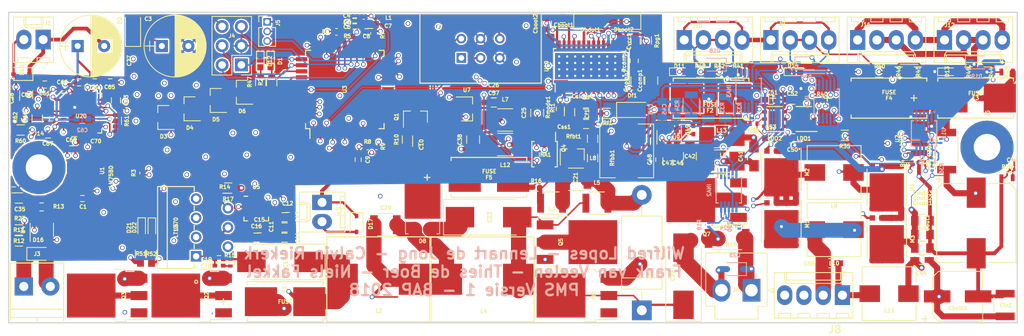
<source format=kicad_pcb>
(kicad_pcb (version 4) (host pcbnew 4.0.7)
  (layers (0 F.Cu signal) (1 In1.Cu signal hide) (2 In2.Cu signal hide) (3 In3.Cu signal hide) (4 In4.Cu signal hide) (31 B.Cu signal hide) (34 B.Paste user) (35 F.Paste user) (36 B.SilkS user) (37 F.SilkS user hide) (38 B.Mask user) (39 F.Mask user) (44 Edge.Cuts user))
  (net 0 "")
  (net 1 +3V3)
  (net 2 GND)
  (net 3 "Net-(C3-Pad1)")
  (net 4 "Net-(C7-Pad2)")
  (net 5 /Control/REF_ZEBROBUS)
  (net 6 "Net-(C17-Pad1)")
  (net 7 "Net-(C20-Pad1)")
  (net 8 "Net-(C20-Pad2)")
  (net 9 /Input/solar_in-)
  (net 10 /PowerBus/BMS_POWERBUS_-)
  (net 11 /PowerBus/BMS_POWERBUS_+)
  (net 12 /QI_charging/COIL_IN-)
  (net 13 /Input/QI_IN+)
  (net 14 /Output/POWER_BUS+)
  (net 15 /Output/POWER_BUS-)
  (net 16 /Output/16V-)
  (net 17 "Net-(C42-Pad1)")
  (net 18 "Net-(C53-Pad1)")
  (net 19 "Net-(Cboot1-Pad2)")
  (net 20 "Net-(Cboot1-Pad1)")
  (net 21 "Net-(Cboot2-Pad2)")
  (net 22 "Net-(Cboot2-Pad1)")
  (net 23 "Net-(Ccomp1-Pad1)")
  (net 24 "Net-(Ccomp2-Pad2)")
  (net 25 "Net-(Cf1-Pad1)")
  (net 26 "Net-(Cout1-Pad1)")
  (net 27 "Net-(Cslope1-Pad1)")
  (net 28 "Net-(Css1-Pad1)")
  (net 29 "Net-(Cvcc1-Pad1)")
  (net 30 /Control/v_laptop)
  (net 31 /Control/16V_fuse)
  (net 32 /Control/5V_fuse)
  (net 33 /Control/3.3V_fuse)
  (net 34 "Net-(D11-Pad2)")
  (net 35 "Net-(D12-Pad2)")
  (net 36 "Net-(D13-Pad2)")
  (net 37 "Net-(Df1-Pad1)")
  (net 38 /PowerBus/INPUT_POWERBUS+)
  (net 39 /Output/3.3V+)
  (net 40 /Output/16V+)
  (net 41 /Output/5V+)
  (net 42 /QI_charging/SCL_MCU_QI)
  (net 43 "Net-(INA1-Pad9)")
  (net 44 "Net-(M1-Pad2)")
  (net 45 "Net-(M2-Pad1)")
  (net 46 "Net-(M2-Pad2)")
  (net 47 "Net-(M3-Pad2)")
  (net 48 "Net-(M4-Pad2)")
  (net 49 /Control/INTERRUP_ZEBROBUS)
  (net 50 /Input/LAPTOP_IN+)
  (net 51 "Net-(R9-Pad2)")
  (net 52 /Input/POT_OUT)
  (net 53 "Net-(R35-Pad1)")
  (net 54 "Net-(Rfbb1-Pad2)")
  (net 55 "Net-(Rmode1-Pad1)")
  (net 56 "Net-(Rpg1-Pad2)")
  (net 57 "Net-(Rt1-Pad1)")
  (net 58 /Control/OC_16V)
  (net 59 "Net-(C18-Pad1)")
  (net 60 "Net-(C18-Pad2)")
  (net 61 "Net-(C21-Pad1)")
  (net 62 "Net-(C21-Pad2)")
  (net 63 "Net-(C24-Pad1)")
  (net 64 "Net-(C24-Pad2)")
  (net 65 /PowerBus/OUTPUT_POWERBUS_+)
  (net 66 "Net-(C27-Pad1)")
  (net 67 "Net-(C35-Pad2)")
  (net 68 "Net-(C43-Pad1)")
  (net 69 "Net-(C49-Pad1)")
  (net 70 "Net-(C49-Pad2)")
  (net 71 "Net-(C52-Pad1)")
  (net 72 "Net-(C54-Pad1)")
  (net 73 "Net-(C54-Pad2)")
  (net 74 "Net-(F2-Pad1)")
  (net 75 "Net-(F4-Pad1)")
  (net 76 "Net-(R8-Pad2)")
  (net 77 "Net-(R14-Pad2)")
  (net 78 /QI_charging/EN_MCU_QI)
  (net 79 "Net-(R32-Pad1)")
  (net 80 "Net-(R33-Pad1)")
  (net 81 "Net-(F3-Pad1)")
  (net 82 /Control/SDA_ZEBROBUS)
  (net 83 /Control/SCL_ZEBROBUS)
  (net 84 "Net-(D1-Pad2)")
  (net 85 "Net-(D14-Pad2)")
  (net 86 /Control/bus_alert)
  (net 87 /Control/OC_3.3V)
  (net 88 /Control/OC_5V)
  (net 89 /Control/PDI_DATA)
  (net 90 /Control/RX)
  (net 91 /Control/PDI_CLK)
  (net 92 /Control/TX)
  (net 93 /Control/ALERT)
  (net 94 /Control/5V_enable)
  (net 95 /Control/3.3V_enable)
  (net 96 /Control/pwm_solar)
  (net 97 "Net-(R1-Pad2)")
  (net 98 "Net-(R2-Pad1)")
  (net 99 "Net-(R3-Pad2)")
  (net 100 "Net-(R4-Pad2)")
  (net 101 "Net-(R47-Pad1)")
  (net 102 /QI_charging/INT_MCU_QI)
  (net 103 /Input/INPUT_SEL)
  (net 104 "Net-(U12-Pad5)")
  (net 105 /Control/16V_enable)
  (net 106 "Net-(C44-Pad1)")
  (net 107 /Input/LAPTOP_IN-)
  (net 108 /QI_charging/SDA_MCU_QI)
  (net 109 /Output/3.3V-)
  (net 110 "Net-(C56-Pad2)")
  (net 111 "Net-(C25-Pad1)")
  (net 112 "Net-(F1-Pad1)")
  (net 113 "Net-(F5-Pad2)")
  (net 114 /Control/laptop_con)
  (net 115 /QI_charging/COIL_IN+)
  (net 116 /Input/solar_in+)
  (net 117 "Net-(D21-Pad2)")
  (net 118 "Net-(C15-Pad1)")
  (net 119 "Net-(D22-Pad2)")
  (net 120 "Net-(C60-Pad2)")
  (net 121 "Net-(C61-Pad1)")
  (net 122 "Net-(C62-Pad2)")
  (net 123 "Net-(C63-Pad1)")
  (net 124 "Net-(C64-Pad2)")
  (net 125 "Net-(C65-Pad1)")
  (net 126 "Net-(C66-Pad1)")
  (net 127 "Net-(C67-Pad1)")
  (net 128 "Net-(R60-Pad1)")
  (net 129 "Net-(R61-Pad1)")
  (net 130 "Net-(Q1-Pad1)")
  (net 131 "Net-(Q2-Pad1)")
  (net 132 "Net-(Q3-Pad1)")
  (module Capacitors_SMD:C_0402 (layer F.Cu) (at 36.34 132.25)
    (fp_text reference C64 (at 0.08 0.73) (layer F.SilkS) (effects (font (size 0.5 0.5) (thickness 0.125))))
    (fp_text value "22 nF")
    (pad 1 smd rect (at -0.55 0) (size 0.6 0.5) (layers F.Cu F.Paste F.Mask) (net 66 "Net-(C27-Pad1)"))
    (pad 2 smd rect (at 0.55 0) (size 0.6 0.5) (layers F.Cu F.Paste F.Mask) (net 124 "Net-(C64-Pad2)"))
  )
  (module Capacitors_SMD:C_0402 (layer F.Cu) (at 29.92 137.02 90)
    (fp_text reference C60 (at 0.22 -2.71 90) (layer F.SilkS) (effects (font (size 0.5 0.5) (thickness 0.125))))
    (fp_text value "10 nF")
    (pad 1 smd rect (at -0.55 0 90) (size 0.6 0.5) (layers F.Cu F.Paste F.Mask) (net 66 "Net-(C27-Pad1)"))
    (pad 2 smd rect (at 0.55 0 90) (size 0.6 0.5) (layers F.Cu F.Paste F.Mask) (net 120 "Net-(C60-Pad2)"))
  )
  (module Capacitors_SMD:C_0402 (layer F.Cu) (at 29.76 132.54 180)
    (fp_text reference C61 (at 0.01 -1.16 180) (layer F.SilkS) (effects (font (size 0.5 0.5) (thickness 0.125))))
    (fp_text value "10 nF")
    (pad 1 smd rect (at -0.55 0 180) (size 0.6 0.5) (layers F.Cu F.Paste F.Mask) (net 121 "Net-(C61-Pad1)"))
    (pad 2 smd rect (at 0.55 0 180) (size 0.6 0.5) (layers F.Cu F.Paste F.Mask) (net 12 /QI_charging/COIL_IN-))
  )
  (module Capacitors_SMD:C_0402 (layer F.Cu) (at 34.29 132.25)
    (fp_text reference C66 (at -2.21 -0.02 180) (layer F.SilkS) (effects (font (size 0.5 0.5) (thickness 0.125))))
    (fp_text value "1 uF")
    (pad 1 smd rect (at -0.55 0) (size 0.6 0.5) (layers F.Cu F.Paste F.Mask) (net 126 "Net-(C66-Pad1)"))
    (pad 2 smd rect (at 0.55 0) (size 0.6 0.5) (layers F.Cu F.Paste F.Mask) (net 2 GND))
  )
  (module Capacitors_SMD:C_0402 (layer F.Cu) (at 38.39 132.25)
    (fp_text reference C65 (at -0.06 0.62) (layer F.SilkS) (effects (font (size 0.5 0.5) (thickness 0.125))))
    (fp_text value "22 nF")
    (pad 1 smd rect (at -0.55 0) (size 0.6 0.5) (layers F.Cu F.Paste F.Mask) (net 125 "Net-(C65-Pad1)"))
    (pad 2 smd rect (at 0.55 0) (size 0.6 0.5) (layers F.Cu F.Paste F.Mask) (net 12 /QI_charging/COIL_IN-))
  )
  (module Capacitors_SMD:C_0402 (layer F.Cu) (at 33.26 141.11)
    (fp_text reference C69 (at 0 -1.27) (layer F.SilkS) (effects (font (size 0.5 0.5) (thickness 0.125))))
    (fp_text value "1 uF")
    (pad 1 smd rect (at -0.55 0) (size 0.6 0.5) (layers F.Cu F.Paste F.Mask) (net 13 /Input/QI_IN+))
    (pad 2 smd rect (at 0.55 0) (size 0.6 0.5) (layers F.Cu F.Paste F.Mask) (net 107 /Input/LAPTOP_IN-))
  )
  (module Resistors_SMD:R_0603 (layer F.Cu) (at 28.77 137.04 90)
    (fp_text reference R62 (at 0.17 -2.89 90) (layer F.SilkS) (effects (font (size 0.5 0.5) (thickness 0.125))))
    (fp_text value 100k)
    (pad 1 smd rect (at -0.75 0 90) (size 0.5 0.9) (layers F.Cu F.Paste F.Mask) (net 13 /Input/QI_IN+))
    (pad 2 smd rect (at 0.75 0 90) (size 0.5 0.9) (layers F.Cu F.Paste F.Mask) (net 102 /QI_charging/INT_MCU_QI))
  )
  (module Capacitors_SMD:C_0603 (layer B.Cu) (at 34.71 137.06)
    (fp_text reference C62 (at 0 1.5) (layer B.SilkS) (effects (font (size 0.5 0.5) (thickness 0.125)) (justify mirror)))
    (fp_text value "0.47 uF")
    (pad 2 smd rect (at 0.75 0) (size 0.8 0.75) (layers B.Cu B.Paste B.Mask) (net 122 "Net-(C62-Pad2)"))
    (pad 1 smd rect (at -0.75 0) (size 0.8 0.75) (layers B.Cu B.Paste B.Mask) (net 66 "Net-(C27-Pad1)"))
  )
  (module Capacitors_SMD:C_0603 (layer F.Cu) (at 39.15 134.62 90)
    (fp_text reference C63 (at 0.01 1.35 90) (layer F.SilkS) (effects (font (size 0.5 0.5) (thickness 0.125))))
    (fp_text value "0.47 uF")
    (pad 2 smd rect (at 0.75 0 90) (size 0.8 0.75) (layers F.Cu F.Paste F.Mask) (net 12 /QI_charging/COIL_IN-))
    (pad 1 smd rect (at -0.75 0 90) (size 0.8 0.75) (layers F.Cu F.Paste F.Mask) (net 123 "Net-(C63-Pad1)"))
  )
  (module Capacitors_SMD:C_0603 (layer F.Cu) (at 30.19 139 180)
    (fp_text reference C67 (at 0.02 -1.34 360) (layer F.SilkS) (effects (font (size 0.5 0.5) (thickness 0.125))))
    (fp_text value "0.1 uF")
    (pad 2 smd rect (at 0.75 0 180) (size 0.8 0.75) (layers F.Cu F.Paste F.Mask) (net 107 /Input/LAPTOP_IN-))
    (pad 1 smd rect (at -0.75 0 180) (size 0.8 0.75) (layers F.Cu F.Paste F.Mask) (net 127 "Net-(C67-Pad1)"))
  )
  (module Capacitors_SMD:C_0805 (layer F.Cu) (at 27.31 133.88 90)
    (fp_text reference C68 (at -0.01 0.07 180) (layer F.SilkS) (effects (font (size 0.5 0.5) (thickness 0.125))))
    (fp_text value "22 uF")
    (pad 1 smd rect (at -1 0 90) (size 1 1.25) (layers F.Cu F.Paste F.Mask) (net 127 "Net-(C67-Pad1)"))
    (pad 2 smd rect (at 1 0 90) (size 1 1.25) (layers F.Cu F.Paste F.Mask) (net 107 /Input/LAPTOP_IN-))
  )
  (module Resistors_SMD:R_0603 (layer F.Cu) (at 26.58 138.54 180)
    (fp_text reference R60 (at 0 -1.45 180) (layer F.SilkS) (effects (font (size 0.5 0.5) (thickness 0.125))))
    (fp_text value 20k)
    (pad 1 smd rect (at -0.75 0 180) (size 0.5 0.9) (layers F.Cu F.Paste F.Mask) (net 128 "Net-(R60-Pad1)"))
    (pad 2 smd rect (at 0.75 0 180) (size 0.5 0.9) (layers F.Cu F.Paste F.Mask) (net 2 GND))
  )
  (module Resistors_SMD:R_0603 (layer F.Cu) (at 39.2 137.32 270)
    (fp_text reference R61 (at 0.03 -1.38 270) (layer F.SilkS) (effects (font (size 0.5 0.5) (thickness 0.125))))
    (fp_text value 20k)
    (pad 1 smd rect (at -0.75 0 270) (size 0.5 0.9) (layers F.Cu F.Paste F.Mask) (net 129 "Net-(R61-Pad1)"))
    (pad 2 smd rect (at 0.75 0 270) (size 0.5 0.9) (layers F.Cu F.Paste F.Mask) (net 2 GND))
  )
  (module Housings_DFN_QFN:QFN-32-1EP_5x5mm_Pitch0.5mm (layer F.Cu) (at 34.65 136.31)
    (fp_text reference U20 (at -0.1 0.4) (layer F.SilkS) (effects (font (size 0.5 0.5) (thickness 0.125))))
    (fp_text value P9025AC)
    (pad 1 smd rect (at -2.4 -1.75) (size 0.7 0.25) (layers F.Cu F.Paste F.Mask) (net 102 /QI_charging/INT_MCU_QI))
    (pad 2 smd rect (at -2.4 -1.25) (size 0.7 0.25) (layers F.Cu F.Paste F.Mask))
    (pad 3 smd rect (at -2.4 -0.75) (size 0.7 0.25) (layers F.Cu F.Paste F.Mask))
    (pad 4 smd rect (at -2.4 -0.25) (size 0.7 0.25) (layers F.Cu F.Paste F.Mask) (net 121 "Net-(C61-Pad1)"))
    (pad 5 smd rect (at -2.4 0.25) (size 0.7 0.25) (layers F.Cu F.Paste F.Mask) (net 120 "Net-(C60-Pad2)"))
    (pad 6 smd rect (at -2.4 0.75) (size 0.7 0.25) (layers F.Cu F.Paste F.Mask) (net 66 "Net-(C27-Pad1)"))
    (pad 7 smd rect (at -2.4 1.25) (size 0.7 0.25) (layers F.Cu F.Paste F.Mask) (net 127 "Net-(C67-Pad1)"))
    (pad 8 smd rect (at -2.4 1.75) (size 0.7 0.25) (layers F.Cu F.Paste F.Mask) (net 128 "Net-(R60-Pad1)"))
    (pad 9 smd rect (at -1.75 2.4 90) (size 0.7 0.25) (layers F.Cu F.Paste F.Mask) (net 13 /Input/QI_IN+))
    (pad 10 smd rect (at -1.25 2.4 90) (size 0.7 0.25) (layers F.Cu F.Paste F.Mask) (net 2 GND))
    (pad 11 smd rect (at -0.75 2.4 90) (size 0.7 0.25) (layers F.Cu F.Paste F.Mask))
    (pad 12 smd rect (at -0.25 2.4 90) (size 0.7 0.25) (layers F.Cu F.Paste F.Mask) (net 13 /Input/QI_IN+))
    (pad 13 smd rect (at 0.25 2.4 90) (size 0.7 0.25) (layers F.Cu F.Paste F.Mask))
    (pad 14 smd rect (at 0.75 2.4 90) (size 0.7 0.25) (layers F.Cu F.Paste F.Mask) (net 78 /QI_charging/EN_MCU_QI))
    (pad 15 smd rect (at 1.25 2.4 90) (size 0.7 0.25) (layers F.Cu F.Paste F.Mask) (net 2 GND))
    (pad 16 smd rect (at 1.75 2.4 90) (size 0.7 0.25) (layers F.Cu F.Paste F.Mask))
    (pad 17 smd rect (at 2.4 1.75) (size 0.7 0.25) (layers F.Cu F.Paste F.Mask) (net 123 "Net-(C63-Pad1)"))
    (pad 18 smd rect (at 2.4 1.25) (size 0.7 0.25) (layers F.Cu F.Paste F.Mask) (net 107 /Input/LAPTOP_IN-))
    (pad 19 smd rect (at 2.4 0.75) (size 0.7 0.25) (layers F.Cu F.Paste F.Mask) (net 122 "Net-(C62-Pad2)"))
    (pad 20 smd rect (at 2.4 0.25) (size 0.7 0.25) (layers F.Cu F.Paste F.Mask) (net 129 "Net-(R61-Pad1)"))
    (pad 21 smd rect (at 2.4 -0.25) (size 0.7 0.25) (layers F.Cu F.Paste F.Mask) (net 124 "Net-(C64-Pad2)"))
    (pad 22 smd rect (at 2.4 -0.75) (size 0.7 0.25) (layers F.Cu F.Paste F.Mask) (net 107 /Input/LAPTOP_IN-))
    (pad 23 smd rect (at 2.4 -1.25) (size 0.7 0.25) (layers F.Cu F.Paste F.Mask) (net 125 "Net-(C65-Pad1)"))
    (pad 24 smd rect (at 2.4 -1.75) (size 0.7 0.25) (layers F.Cu F.Paste F.Mask))
    (pad 25 smd rect (at 1.75 -2.4 90) (size 0.7 0.25) (layers F.Cu F.Paste F.Mask) (net 2 GND))
    (pad 26 smd rect (at 1.25 -2.4 90) (size 0.7 0.25) (layers F.Cu F.Paste F.Mask) (net 108 /QI_charging/SDA_MCU_QI))
    (pad 27 smd rect (at 0.75 -2.4 90) (size 0.7 0.25) (layers F.Cu F.Paste F.Mask) (net 42 /QI_charging/SCL_MCU_QI))
    (pad 28 smd rect (at 0.25 -2.4 90) (size 0.7 0.25) (layers F.Cu F.Paste F.Mask) (net 2 GND))
    (pad 29 smd rect (at -0.25 -2.4 90) (size 0.7 0.25) (layers F.Cu F.Paste F.Mask) (net 126 "Net-(C66-Pad1)"))
    (pad 30 smd rect (at -0.75 -2.4 90) (size 0.7 0.25) (layers F.Cu F.Paste F.Mask) (net 12 /QI_charging/COIL_IN-))
    (pad 31 smd rect (at -1.25 -2.4 90) (size 0.7 0.25) (layers F.Cu F.Paste F.Mask) (net 107 /Input/LAPTOP_IN-))
    (pad 32 smd rect (at -1.75 -2.4 90) (size 0.7 0.25) (layers F.Cu F.Paste F.Mask))
    (pad 33 smd rect (at 0.8625 0.8625) (size 1.725 1.725) (layers F.Cu F.Paste F.Mask) (net 2 GND))
    (pad 33 smd rect (at 0.8625 -0.8625) (size 1.725 1.725) (layers F.Cu F.Paste F.Mask) (net 2 GND))
    (pad 33 smd rect (at -0.8625 0.8625) (size 1.725 1.725) (layers F.Cu F.Paste F.Mask) (net 2 GND))
    (pad 33 smd rect (at -0.8625 -0.8625) (size 1.725 1.725) (layers F.Cu F.Paste F.Mask) (net 2 GND))
  )
  (module Library:coil1115x1000 (layer F.Cu) (at 73.75 158.25 180)
    (fp_text reference L2 (at -0.07 -4.18 180) (layer F.SilkS) (effects (font (size 0.5 0.5) (thickness 0.125))))
    (fp_text value 10u)
    (pad 1 smd rect (at -4.75 0 180) (size 4.1 4.1) (layers F.Cu F.Paste F.Mask) (net 7 "Net-(C20-Pad1)"))
    (pad 2 smd rect (at 4.75 0 180) (size 4.1 4.1) (layers F.Cu F.Paste F.Mask) (net 6 "Net-(C17-Pad1)"))
  )
  (module Capacitors_SMD:C_0201 (layer F.Cu) (at 34.73 147.59 180)
    (fp_text reference C1 (at -0.09 -1.08 180) (layer F.SilkS) (effects (font (size 0.5 0.5) (thickness 0.125))))
    (fp_text value 0.1u)
    (pad 1 smd rect (at -0.28 0 180) (size 0.3 0.35) (layers F.Cu F.Paste F.Mask) (net 1 +3V3))
    (pad 2 smd rect (at 0.28 0 180) (size 0.3 0.35) (layers F.Cu F.Paste F.Mask) (net 2 GND))
  )
  (module Capacitors_SMD:C_0201 (layer F.Cu) (at 145.04 142.92 270)
    (fp_text reference C2 (at 0 -1.27 270) (layer F.SilkS) (effects (font (size 0.5 0.5) (thickness 0.125))))
    (fp_text value 0.1u)
    (pad 1 smd rect (at -0.28 0 270) (size 0.3 0.35) (layers F.Cu F.Paste F.Mask) (net 1 +3V3))
    (pad 2 smd rect (at 0.28 0 270) (size 0.3 0.35) (layers F.Cu F.Paste F.Mask) (net 2 GND))
  )
  (module Capacitors_THT:CP_Radial_D8.0mm_P3.50mm (layer F.Cu) (at 45.2 127.45)
    (fp_text reference C3 (at -1.8 -3.58) (layer F.SilkS) (effects (font (size 0.5 0.5) (thickness 0.125))))
    (fp_text value 1m)
    (pad 1 thru_hole rect (at 0 0) (size 1.6 1.6) (drill 0.8) (layers *.Cu *.Mask) (net 3 "Net-(C3-Pad1)"))
    (pad 2 thru_hole circle (at 3.5 0) (size 1.6 1.6) (drill 0.8) (layers *.Cu *.Mask) (net 2 GND))
  )
  (module Capacitors_SMD:C_0201 (layer F.Cu) (at 70.64 123.42 180)
    (fp_text reference C4 (at 1.06 -0.03 180) (layer F.SilkS) (effects (font (size 0.5 0.5) (thickness 0.125))))
    (fp_text value .1u)
    (pad 1 smd rect (at -0.28 0 180) (size 0.3 0.35) (layers F.Cu F.Paste F.Mask) (net 3 "Net-(C3-Pad1)"))
    (pad 2 smd rect (at 0.28 0 180) (size 0.3 0.35) (layers F.Cu F.Paste F.Mask) (net 2 GND))
  )
  (module Capacitors_SMD:C_0201 (layer F.Cu) (at 70.64 124.12 180)
    (fp_text reference C5 (at 1 -0.09 180) (layer F.SilkS) (effects (font (size 0.5 0.5) (thickness 0.125))))
    (fp_text value .1u)
    (pad 1 smd rect (at -0.28 0 180) (size 0.3 0.35) (layers F.Cu F.Paste F.Mask) (net 3 "Net-(C3-Pad1)"))
    (pad 2 smd rect (at 0.28 0 180) (size 0.3 0.35) (layers F.Cu F.Paste F.Mask) (net 2 GND))
  )
  (module Capacitors_SMD:C_0201 (layer F.Cu) (at 70.64 124.82 180)
    (fp_text reference C6 (at 1.02 -0.1 180) (layer F.SilkS) (effects (font (size 0.5 0.5) (thickness 0.125))))
    (fp_text value .1u)
    (pad 1 smd rect (at -0.28 0 180) (size 0.3 0.35) (layers F.Cu F.Paste F.Mask) (net 3 "Net-(C3-Pad1)"))
    (pad 2 smd rect (at 0.28 0 180) (size 0.3 0.35) (layers F.Cu F.Paste F.Mask) (net 2 GND))
  )
  (module Capacitors_SMD:C_0603 (layer F.Cu) (at 72.67 124.53 180)
    (fp_text reference C7 (at -2.37 -0.27 180) (layer F.SilkS) (effects (font (size 0.5 0.5) (thickness 0.125))))
    (fp_text value 10u)
    (pad 2 smd rect (at 0.75 0 180) (size 0.8 0.75) (layers F.Cu F.Paste F.Mask) (net 4 "Net-(C7-Pad2)"))
    (pad 1 smd rect (at -0.75 0 180) (size 0.8 0.75) (layers F.Cu F.Paste F.Mask) (net 2 GND))
  )
  (module Capacitors_SMD:C_0201 (layer F.Cu) (at 72.2 125.56)
    (fp_text reference C8 (at -0.02 0.6) (layer F.SilkS) (effects (font (size 0.5 0.5) (thickness 0.125))))
    (fp_text value .1u)
    (pad 1 smd rect (at -0.28 0) (size 0.3 0.35) (layers F.Cu F.Paste F.Mask) (net 4 "Net-(C7-Pad2)"))
    (pad 2 smd rect (at 0.28 0) (size 0.3 0.35) (layers F.Cu F.Paste F.Mask) (net 2 GND))
  )
  (module Capacitors_SMD:C_0201 (layer F.Cu) (at 71.09 142.46 270)
    (fp_text reference C9 (at 0 -1.27 270) (layer F.SilkS) (effects (font (size 0.5 0.5) (thickness 0.125))))
    (fp_text value .1u)
    (pad 1 smd rect (at -0.28 0 270) (size 0.3 0.35) (layers F.Cu F.Paste F.Mask) (net 1 +3V3))
    (pad 2 smd rect (at 0.28 0 270) (size 0.3 0.35) (layers F.Cu F.Paste F.Mask) (net 2 GND))
  )
  (module Capacitors_SMD:C_0201 (layer F.Cu) (at 78.67 140.47 90)
    (fp_text reference C10 (at 0 0.75 90) (layer F.SilkS) (effects (font (size 0.5 0.5) (thickness 0.125))))
    (fp_text value 0.1u)
    (pad 1 smd rect (at -0.28 0 90) (size 0.3 0.35) (layers F.Cu F.Paste F.Mask) (net 5 /Control/REF_ZEBROBUS))
    (pad 2 smd rect (at 0.28 0 90) (size 0.3 0.35) (layers F.Cu F.Paste F.Mask) (net 2 GND))
  )
  (module Capacitors_SMD:C_0603 (layer F.Cu) (at 61.38 151.41)
    (fp_text reference C11 (at -1.75 -0.11 90) (layer F.SilkS) (effects (font (size 0.5 0.5) (thickness 0.125))))
    (fp_text value 0.1u)
    (pad 2 smd rect (at 0.75 0) (size 0.8 0.75) (layers F.Cu F.Paste F.Mask) (net 2 GND))
    (pad 1 smd rect (at -0.75 0) (size 0.8 0.75) (layers F.Cu F.Paste F.Mask) (net 1 +3V3))
  )
  (module Capacitors_SMD:C_0402 (layer F.Cu) (at 61.78 148.96)
    (fp_text reference C12 (at 0.01 -0.73 180) (layer F.SilkS) (effects (font (size 0.5 0.5) (thickness 0.125))))
    (fp_text value 0.1u)
    (pad 1 smd rect (at -0.55 0) (size 0.6 0.5) (layers F.Cu F.Paste F.Mask) (net 1 +3V3))
    (pad 2 smd rect (at 0.55 0) (size 0.6 0.5) (layers F.Cu F.Paste F.Mask) (net 2 GND))
  )
  (module Capacitors_SMD:C_0603 (layer F.Cu) (at 61.38 150.06)
    (fp_text reference C13 (at 1.74 -0.04 90) (layer F.SilkS) (effects (font (size 0.5 0.5) (thickness 0.125))))
    (fp_text value 10u)
    (pad 2 smd rect (at 0.75 0) (size 0.8 0.75) (layers F.Cu F.Paste F.Mask) (net 2 GND))
    (pad 1 smd rect (at -0.75 0) (size 0.8 0.75) (layers F.Cu F.Paste F.Mask) (net 1 +3V3))
  )
  (module Capacitors_SMD:C_0603 (layer F.Cu) (at 61.38 152.76)
    (fp_text reference C14 (at 1.74 -0.03 90) (layer F.SilkS) (effects (font (size 0.5 0.5) (thickness 0.125))))
    (fp_text value 10u)
    (pad 2 smd rect (at 0.75 0) (size 0.8 0.75) (layers F.Cu F.Paste F.Mask) (net 2 GND))
    (pad 1 smd rect (at -0.75 0) (size 0.8 0.75) (layers F.Cu F.Paste F.Mask) (net 1 +3V3))
  )
  (module Capacitors_SMD:C_0402 (layer F.Cu) (at 58.07 151.65)
    (fp_text reference C15 (at 0 -1.27) (layer F.SilkS) (effects (font (size 0.5 0.5) (thickness 0.125))))
    (fp_text value 0.1u)
    (pad 1 smd rect (at -0.55 0) (size 0.6 0.5) (layers F.Cu F.Paste F.Mask) (net 118 "Net-(C15-Pad1)"))
    (pad 2 smd rect (at 0.55 0) (size 0.6 0.5) (layers F.Cu F.Paste F.Mask) (net 2 GND))
  )
  (module Capacitors_SMD:C_0603 (layer F.Cu) (at 57.68 152.75)
    (fp_text reference C16 (at 0 -1.5) (layer F.SilkS) (effects (font (size 0.5 0.5) (thickness 0.125))))
    (fp_text value 10u)
    (pad 2 smd rect (at 0.75 0) (size 0.8 0.75) (layers F.Cu F.Paste F.Mask) (net 2 GND))
    (pad 1 smd rect (at -0.75 0) (size 0.8 0.75) (layers F.Cu F.Paste F.Mask) (net 118 "Net-(C15-Pad1)"))
  )
  (module Capacitors_Tantalum_SMD:CP_Tantalum_Case-X_EIA-7343-43_Hand (layer F.Cu) (at 60.79 155.96 180)
    (fp_text reference C17 (at -0.75 -0.1 270) (layer F.SilkS) (effects (font (size 0.5 0.5) (thickness 0.125))))
    (fp_text value 47u)
    (pad 1 smd rect (at -3.775 0 180) (size 3.75 2.7) (layers F.Cu F.Paste F.Mask) (net 6 "Net-(C17-Pad1)"))
    (pad 2 smd rect (at 3.775 0 180) (size 3.75 2.7) (layers F.Cu F.Paste F.Mask) (net 107 /Input/LAPTOP_IN-))
  )
  (module Capacitors_SMD:C_0402 (layer F.Cu) (at 52.74 156.45)
    (fp_text reference C18 (at -1.71 0.07) (layer F.SilkS) (effects (font (size 0.5 0.5) (thickness 0.125))))
    (fp_text value 4.7n)
    (pad 1 smd rect (at -0.55 0) (size 0.6 0.5) (layers F.Cu F.Paste F.Mask) (net 59 "Net-(C18-Pad1)"))
    (pad 2 smd rect (at 0.55 0) (size 0.6 0.5) (layers F.Cu F.Paste F.Mask) (net 60 "Net-(C18-Pad2)"))
  )
  (module Capacitors_SMD:C_0402 (layer F.Cu) (at 52.74 155.6)
    (fp_text reference C19 (at -1.67 0.04) (layer F.SilkS) (effects (font (size 0.5 0.5) (thickness 0.125))))
    (fp_text value 4.7n)
    (pad 1 smd rect (at -0.55 0) (size 0.6 0.5) (layers F.Cu F.Paste F.Mask) (net 59 "Net-(C18-Pad1)"))
    (pad 2 smd rect (at 0.55 0) (size 0.6 0.5) (layers F.Cu F.Paste F.Mask) (net 107 /Input/LAPTOP_IN-))
  )
  (module Capacitors_Tantalum_SMD:CP_Tantalum_Case-X_EIA-7343-43_Hand (layer F.Cu) (at 113.99 157.85 90)
    (fp_text reference C22 (at 0.09 -1.42 90) (layer F.SilkS) (effects (font (size 0.5 0.5) (thickness 0.125))))
    (fp_text value 47u)
    (pad 1 smd rect (at -3.775 0 90) (size 3.75 2.7) (layers F.Cu F.Paste F.Mask) (net 9 /Input/solar_in-))
    (pad 2 smd rect (at 3.775 0 90) (size 3.75 2.7) (layers F.Cu F.Paste F.Mask) (net 10 /PowerBus/BMS_POWERBUS_-))
  )
  (module Capacitors_Tantalum_SMD:CP_Tantalum_Case-X_EIA-7343-43_Hand (layer F.Cu) (at 88.29 150.05)
    (fp_text reference C23 (at 0.15 0 90) (layer F.SilkS) (effects (font (size 0.5 0.5) (thickness 0.125))))
    (fp_text value 47u)
    (pad 1 smd rect (at -3.775 0) (size 3.75 2.7) (layers F.Cu F.Paste F.Mask) (net 107 /Input/LAPTOP_IN-))
    (pad 2 smd rect (at 3.775 0) (size 3.75 2.7) (layers F.Cu F.Paste F.Mask) (net 10 /PowerBus/BMS_POWERBUS_-))
  )
  (module Capacitors_SMD:C_0201 (layer B.Cu) (at 119.5 150.21)
    (fp_text reference C24 (at 0 1.27) (layer B.SilkS) (effects (font (size 0.5 0.5) (thickness 0.125)) (justify mirror)))
    (fp_text value .1u)
    (pad 1 smd rect (at -0.28 0) (size 0.3 0.35) (layers B.Cu B.Paste B.Mask) (net 63 "Net-(C24-Pad1)"))
    (pad 2 smd rect (at 0.28 0) (size 0.3 0.35) (layers B.Cu B.Paste B.Mask) (net 64 "Net-(C24-Pad2)"))
  )
  (module Capacitors_SMD:C_0201 (layer F.Cu) (at 88.95 133.89)
    (fp_text reference C26 (at 0 -1.27) (layer F.SilkS) (effects (font (size 0.5 0.5) (thickness 0.125))))
    (fp_text value .1u)
    (pad 1 smd rect (at -0.28 0) (size 0.3 0.35) (layers F.Cu F.Paste F.Mask) (net 1 +3V3))
    (pad 2 smd rect (at 0.28 0) (size 0.3 0.35) (layers F.Cu F.Paste F.Mask) (net 2 GND))
  )
  (module Capacitors_THT:CP_Radial_D8.0mm_P3.50mm (layer F.Cu) (at 34.1 127.45)
    (fp_text reference C27 (at 6.8 1.94 90) (layer F.SilkS) (effects (font (size 0.5 0.5) (thickness 0.125))))
    (fp_text value 150u)
    (pad 1 thru_hole rect (at 0 0) (size 1.6 1.6) (drill 0.8) (layers *.Cu *.Mask) (net 66 "Net-(C27-Pad1)"))
    (pad 2 thru_hole circle (at 3.5 0) (size 1.6 1.6) (drill 0.8) (layers *.Cu *.Mask) (net 115 /QI_charging/COIL_IN+))
  )
  (module Capacitors_SMD:C_0805 (layer B.Cu) (at 111.18 135.8 270)
    (fp_text reference C43 (at 0 1.5 270) (layer B.SilkS) (effects (font (size 0.5 0.5) (thickness 0.125)) (justify mirror)))
    (fp_text value 22uF)
    (pad 1 smd rect (at -1 0 270) (size 1 1.25) (layers B.Cu B.Paste B.Mask) (net 68 "Net-(C43-Pad1)"))
    (pad 2 smd rect (at 1 0 270) (size 1 1.25) (layers B.Cu B.Paste B.Mask) (net 2 GND))
  )
  (module Capacitors_SMD:C_0805 (layer B.Cu) (at 112.98 135.8 270)
    (fp_text reference C45 (at 0 1.5 270) (layer B.SilkS) (effects (font (size 0.5 0.5) (thickness 0.125)) (justify mirror)))
    (fp_text value 22uF)
    (pad 1 smd rect (at -1 0 270) (size 1 1.25) (layers B.Cu B.Paste B.Mask) (net 68 "Net-(C43-Pad1)"))
    (pad 2 smd rect (at 1 0 270) (size 1 1.25) (layers B.Cu B.Paste B.Mask) (net 2 GND))
  )
  (module Capacitors_SMD:C_0603 (layer F.Cu) (at 113.25 142.85 90)
    (fp_text reference C46 (at -0.04 0.04 180) (layer F.SilkS) (effects (font (size 0.5 0.5) (thickness 0.125))))
    (fp_text value 10uF)
    (pad 2 smd rect (at 0.75 0 90) (size 0.8 0.75) (layers F.Cu F.Paste F.Mask) (net 17 "Net-(C42-Pad1)"))
    (pad 1 smd rect (at -0.75 0 90) (size 0.8 0.75) (layers F.Cu F.Paste F.Mask) (net 2 GND))
  )
  (module Capacitors_SMD:C_0603 (layer F.Cu) (at 111.9 142.85 90)
    (fp_text reference C47 (at -0.04 -0.05 180) (layer F.SilkS) (effects (font (size 0.5 0.5) (thickness 0.125))))
    (fp_text value 10uF)
    (pad 2 smd rect (at 0.75 0 90) (size 0.8 0.75) (layers F.Cu F.Paste F.Mask) (net 17 "Net-(C42-Pad1)"))
    (pad 1 smd rect (at -0.75 0 90) (size 0.8 0.75) (layers F.Cu F.Paste F.Mask) (net 2 GND))
  )
  (module Capacitors_SMD:C_0402 (layer F.Cu) (at 110.8 142.45 90)
    (fp_text reference C48 (at 0 -1.27 90) (layer F.SilkS) (effects (font (size 0.5 0.5) (thickness 0.125))))
    (fp_text value 0.1uF)
    (pad 1 smd rect (at -0.55 0 90) (size 0.6 0.5) (layers F.Cu F.Paste F.Mask) (net 2 GND))
    (pad 2 smd rect (at 0.55 0 90) (size 0.6 0.5) (layers F.Cu F.Paste F.Mask) (net 17 "Net-(C42-Pad1)"))
  )
  (module Capacitors_SMD:C_0402 (layer F.Cu) (at 115.29 138.53 270)
    (fp_text reference C49 (at 0 0.74 270) (layer F.SilkS) (effects (font (size 0.5 0.5) (thickness 0.125))))
    (fp_text value 0.1uF)
    (pad 1 smd rect (at -0.55 0 270) (size 0.6 0.5) (layers F.Cu F.Paste F.Mask) (net 69 "Net-(C49-Pad1)"))
    (pad 2 smd rect (at 0.55 0 270) (size 0.6 0.5) (layers F.Cu F.Paste F.Mask) (net 70 "Net-(C49-Pad2)"))
  )
  (module Capacitors_SMD:C_0603 (layer F.Cu) (at 128.36 139.64 180)
    (fp_text reference C50 (at 0 -1.5 180) (layer F.SilkS) (effects (font (size 0.5 0.5) (thickness 0.125))))
    (fp_text value 10uF)
    (pad 2 smd rect (at 0.75 0 180) (size 0.8 0.75) (layers F.Cu F.Paste F.Mask) (net 109 /Output/3.3V-))
    (pad 1 smd rect (at -0.75 0 180) (size 0.8 0.75) (layers F.Cu F.Paste F.Mask) (net 68 "Net-(C43-Pad1)"))
  )
  (module Capacitors_SMD:C_0603 (layer F.Cu) (at 125.5 134.54)
    (fp_text reference C51 (at 0.2 -0.95) (layer F.SilkS) (effects (font (size 0.5 0.5) (thickness 0.125))))
    (fp_text value 10uF)
    (pad 2 smd rect (at 0.75 0) (size 0.8 0.75) (layers F.Cu F.Paste F.Mask) (net 109 /Output/3.3V-))
    (pad 1 smd rect (at -0.75 0) (size 0.8 0.75) (layers F.Cu F.Paste F.Mask) (net 68 "Net-(C43-Pad1)"))
  )
  (module Capacitors_SMD:C_0603 (layer F.Cu) (at 128.35 134.54 180)
    (fp_text reference C52 (at 0 0.8 180) (layer F.SilkS) (effects (font (size 0.5 0.5) (thickness 0.125))))
    (fp_text value 10uF)
    (pad 2 smd rect (at 0.75 0 180) (size 0.8 0.75) (layers F.Cu F.Paste F.Mask) (net 109 /Output/3.3V-))
    (pad 1 smd rect (at -0.75 0 180) (size 0.8 0.75) (layers F.Cu F.Paste F.Mask) (net 71 "Net-(C52-Pad1)"))
  )
  (module Capacitors_SMD:C_0603 (layer F.Cu) (at 125.51 139.64)
    (fp_text reference C53 (at 0 -1.5) (layer F.SilkS) (effects (font (size 0.5 0.5) (thickness 0.125))))
    (fp_text value 10uF)
    (pad 2 smd rect (at 0.75 0) (size 0.8 0.75) (layers F.Cu F.Paste F.Mask) (net 109 /Output/3.3V-))
    (pad 1 smd rect (at -0.75 0) (size 0.8 0.75) (layers F.Cu F.Paste F.Mask) (net 18 "Net-(C53-Pad1)"))
  )
  (module Capacitors_SMD:C_0201 (layer B.Cu) (at 146.74 142.56 270)
    (fp_text reference C54 (at 0 1.27 270) (layer B.SilkS) (effects (font (size 0.5 0.5) (thickness 0.125)) (justify mirror)))
    (fp_text value 0.1uF)
    (pad 1 smd rect (at -0.28 0 270) (size 0.3 0.35) (layers B.Cu B.Paste B.Mask) (net 72 "Net-(C54-Pad1)"))
    (pad 2 smd rect (at 0.28 0 270) (size 0.3 0.35) (layers B.Cu B.Paste B.Mask) (net 73 "Net-(C54-Pad2)"))
  )
  (module Capacitors_SMD:C_0201 (layer F.Cu) (at 157.32 143.78)
    (fp_text reference C56 (at 0 -1.27) (layer F.SilkS) (effects (font (size 0.5 0.5) (thickness 0.125))))
    (fp_text value 0.1uF)
    (pad 1 smd rect (at -0.28 0) (size 0.3 0.35) (layers F.Cu F.Paste F.Mask) (net 2 GND))
    (pad 2 smd rect (at 0.28 0) (size 0.3 0.35) (layers F.Cu F.Paste F.Mask) (net 110 "Net-(C56-Pad2)"))
  )
  (module Capacitors_SMD:C_0603 (layer F.Cu) (at 98.07 123.75)
    (fp_text reference Cboot1 (at 0.12 0.92) (layer F.SilkS) (effects (font (size 0.5 0.5) (thickness 0.125))))
    (fp_text value 100nF)
    (pad 2 smd rect (at 0.75 0) (size 0.8 0.75) (layers F.Cu F.Paste F.Mask) (net 19 "Net-(Cboot1-Pad2)"))
    (pad 1 smd rect (at -0.75 0) (size 0.8 0.75) (layers F.Cu F.Paste F.Mask) (net 20 "Net-(Cboot1-Pad1)"))
  )
  (module Capacitors_SMD:C_0603 (layer F.Cu) (at 95.97 124.5 90)
    (fp_text reference Cboot2 (at 0 -1.5 90) (layer F.SilkS) (effects (font (size 0.5 0.5) (thickness 0.125))))
    (fp_text value 100nF)
    (pad 2 smd rect (at 0.75 0 90) (size 0.8 0.75) (layers F.Cu F.Paste F.Mask) (net 21 "Net-(Cboot2-Pad2)"))
    (pad 1 smd rect (at -0.75 0 90) (size 0.8 0.75) (layers F.Cu F.Paste F.Mask) (net 22 "Net-(Cboot2-Pad1)"))
  )
  (module Capacitors_SMD:CP_Elec_6.3x7.7 (layer F.Cu) (at 150.14 160.51)
    (fp_text reference Cbulk1 (at 0.04 1.54) (layer F.SilkS) (effects (font (size 0.5 0.5) (thickness 0.125))))
    (fp_text value 68uF)
    (fp_text user + (at -4.28 2.91) (layer F.SilkS))
    (pad 1 smd rect (at -2.7 0 180) (size 3.5 1.6) (layers F.Cu F.Paste F.Mask) (net 106 "Net-(C44-Pad1)"))
    (pad 2 smd rect (at 2.7 0 180) (size 3.5 1.6) (layers F.Cu F.Paste F.Mask) (net 2 GND))
  )
  (module Capacitors_SMD:C_0805 (layer F.Cu) (at 109.74 132.01 90)
    (fp_text reference Ccomp1 (at 0 -1.5 90) (layer F.SilkS) (effects (font (size 0.5 0.5) (thickness 0.125))))
    (fp_text value 91pF)
    (pad 1 smd rect (at -1 0 90) (size 1 1.25) (layers F.Cu F.Paste F.Mask) (net 23 "Net-(Ccomp1-Pad1)"))
    (pad 2 smd rect (at 1 0 90) (size 1 1.25) (layers F.Cu F.Paste F.Mask) (net 2 GND))
  )
  (module Capacitors_SMD:C_0805 (layer F.Cu) (at 107.91 132.01 90)
    (fp_text reference Ccomp2 (at 0 -1.5 90) (layer F.SilkS) (effects (font (size 0.5 0.5) (thickness 0.125))))
    (fp_text value 15nF)
    (pad 1 smd rect (at -1 0 90) (size 1 1.25) (layers F.Cu F.Paste F.Mask) (net 23 "Net-(Ccomp1-Pad1)"))
    (pad 2 smd rect (at 1 0 90) (size 1 1.25) (layers F.Cu F.Paste F.Mask) (net 24 "Net-(Ccomp2-Pad2)"))
  )
  (module Capacitors_SMD:C_0603 (layer F.Cu) (at 101.14 136.39 180)
    (fp_text reference Cf1 (at -0.13 -0.04 270) (layer F.SilkS) (effects (font (size 0.5 0.5) (thickness 0.125))))
    (fp_text value 100nF)
    (pad 2 smd rect (at 0.75 0 180) (size 0.8 0.75) (layers F.Cu F.Paste F.Mask) (net 2 GND))
    (pad 1 smd rect (at -0.75 0 180) (size 0.8 0.75) (layers F.Cu F.Paste F.Mask) (net 25 "Net-(Cf1-Pad1)"))
  )
  (module Capacitors_SMD:C_1210 (layer F.Cu) (at 156.4 161.65 90)
    (fp_text reference Cin1 (at -0.03 0.09 180) (layer F.SilkS) (effects (font (size 0.5 0.5) (thickness 0.125))))
    (fp_text value 10uF)
    (pad 1 smd rect (at -1.5 0 90) (size 1 2.5) (layers F.Cu F.Paste F.Mask) (net 106 "Net-(C44-Pad1)"))
    (pad 2 smd rect (at 1.5 0 90) (size 1 2.5) (layers F.Cu F.Paste F.Mask) (net 2 GND))
  )
  (module Capacitors_SMD:CP_Elec_10x10.5 (layer F.Cu) (at 152.59 150.82 270)
    (fp_text reference Cout1 (at 0 6.46 270) (layer F.SilkS) (effects (font (size 0.5 0.5) (thickness 0.125))))
    (fp_text value 150uF)
    (fp_text user + (at -5.78 4.97 270) (layer F.SilkS))
    (pad 1 smd rect (at -4 0 90) (size 4 2.5) (layers F.Cu F.Paste F.Mask) (net 26 "Net-(Cout1-Pad1)"))
    (pad 2 smd rect (at 4 0 90) (size 4 2.5) (layers F.Cu F.Paste F.Mask) (net 2 GND))
  )
  (module Capacitors_SMD:C_0805 (layer F.Cu) (at 145.49 154.13)
    (fp_text reference Coutx1 (at 0.02 -5.95) (layer F.SilkS) (effects (font (size 0.5 0.5) (thickness 0.125))))
    (fp_text value 22uF)
    (pad 1 smd rect (at -1 0) (size 1 1.25) (layers F.Cu F.Paste F.Mask) (net 26 "Net-(Cout1-Pad1)"))
    (pad 2 smd rect (at 1 0) (size 1 1.25) (layers F.Cu F.Paste F.Mask) (net 2 GND))
  )
  (module Capacitors_SMD:C_0805 (layer F.Cu) (at 145.49 152.33)
    (fp_text reference Coutx2 (at 0.03 -4.82) (layer F.SilkS) (effects (font (size 0.5 0.5) (thickness 0.125))))
    (fp_text value 22uF)
    (pad 1 smd rect (at -1 0) (size 1 1.25) (layers F.Cu F.Paste F.Mask) (net 26 "Net-(Cout1-Pad1)"))
    (pad 2 smd rect (at 1 0) (size 1 1.25) (layers F.Cu F.Paste F.Mask) (net 2 GND))
  )
  (module Capacitors_SMD:C_0805 (layer F.Cu) (at 145.49 150.53)
    (fp_text reference Coutx3 (at 0.04 -3.67) (layer F.SilkS) (effects (font (size 0.5 0.5) (thickness 0.125))))
    (fp_text value 22uF)
    (pad 1 smd rect (at -1 0) (size 1 1.25) (layers F.Cu F.Paste F.Mask) (net 26 "Net-(Cout1-Pad1)"))
    (pad 2 smd rect (at 1 0) (size 1 1.25) (layers F.Cu F.Paste F.Mask) (net 2 GND))
  )
  (module Capacitors_SMD:C_0603 (layer F.Cu) (at 101.13 135.03 180)
    (fp_text reference Cslope1 (at 0.38 0.93 180) (layer F.SilkS) (effects (font (size 0.5 0.5) (thickness 0.125))))
    (fp_text value 110pF)
    (pad 2 smd rect (at 0.75 0 180) (size 0.8 0.75) (layers F.Cu F.Paste F.Mask) (net 2 GND))
    (pad 1 smd rect (at -0.75 0 180) (size 0.8 0.75) (layers F.Cu F.Paste F.Mask) (net 27 "Net-(Cslope1-Pad1)"))
  )
  (module Capacitors_SMD:C_0603 (layer F.Cu) (at 101.14 137.75 180)
    (fp_text reference Css1 (at 2.9 -0.37 180) (layer F.SilkS) (effects (font (size 0.5 0.5) (thickness 0.125))))
    (fp_text value 15nF)
    (pad 2 smd rect (at 0.75 0 180) (size 0.8 0.75) (layers F.Cu F.Paste F.Mask) (net 2 GND))
    (pad 1 smd rect (at -0.75 0 180) (size 0.8 0.75) (layers F.Cu F.Paste F.Mask) (net 28 "Net-(Css1-Pad1)"))
  )
  (module Capacitors_SMD:C_0603 (layer F.Cu) (at 107.68 126.86 270)
    (fp_text reference Cvcc1 (at -0.01 0.88 270) (layer F.SilkS) (effects (font (size 0.5 0.5) (thickness 0.125))))
    (fp_text value 1uF)
    (pad 2 smd rect (at 0.75 0 270) (size 0.8 0.75) (layers F.Cu F.Paste F.Mask) (net 2 GND))
    (pad 1 smd rect (at -0.75 0 270) (size 0.8 0.75) (layers F.Cu F.Paste F.Mask) (net 29 "Net-(Cvcc1-Pad1)"))
  )
  (module LEDs:LED_0603 (layer F.Cu) (at 59.54 129.45 270)
    (fp_text reference D1 (at 0 -1.25 270) (layer F.SilkS) (effects (font (size 0.5 0.5) (thickness 0.125))))
    (fp_text value LED)
    (pad 2 smd rect (at 0.8 0 90) (size 0.8 0.8) (layers F.Cu F.Paste F.Mask) (net 84 "Net-(D1-Pad2)"))
    (pad 1 smd rect (at -0.8 0 90) (size 0.8 0.8) (layers F.Cu F.Paste F.Mask) (net 2 GND))
  )
  (module Diodes_SMD:D_SOD-123F (layer F.Cu) (at 41.4 125.3 90)
    (fp_text reference D2 (at 1.23 -1.74 90) (layer F.SilkS) (effects (font (size 0.5 0.5) (thickness 0.125))))
    (fp_text value D_Schottky)
    (pad 1 smd rect (at -1.4 0 90) (size 1.1 1.1) (layers F.Cu F.Paste F.Mask) (net 3 "Net-(C3-Pad1)"))
    (pad 2 smd rect (at 1.4 0 90) (size 1.1 1.1) (layers F.Cu F.Paste F.Mask) (net 1 +3V3))
  )
  (module TO_SOT_Packages_SMD:SOT-23 (layer F.Cu) (at 45.43 136.89 180)
    (fp_text reference D3 (at 0 -2.5 180) (layer F.SilkS) (effects (font (size 0.5 0.5) (thickness 0.125))))
    (fp_text value D_Zener)
    (pad 1 smd rect (at -1 -0.95 180) (size 0.9 0.8) (layers F.Cu F.Paste F.Mask) (net 30 /Control/v_laptop))
    (pad 2 smd rect (at -1 0.95 180) (size 0.9 0.8) (layers F.Cu F.Paste F.Mask) (net 2 GND))
    (pad 3 smd rect (at 1 0 180) (size 0.9 0.8) (layers F.Cu F.Paste F.Mask))
  )
  (module TO_SOT_Packages_SMD:SOT-23 (layer F.Cu) (at 48.89 135.74 180)
    (fp_text reference D4 (at 0 -2.5 180) (layer F.SilkS) (effects (font (size 0.5 0.5) (thickness 0.125))))
    (fp_text value D_Zener)
    (pad 1 smd rect (at -1 -0.95 180) (size 0.9 0.8) (layers F.Cu F.Paste F.Mask) (net 31 /Control/16V_fuse))
    (pad 2 smd rect (at -1 0.95 180) (size 0.9 0.8) (layers F.Cu F.Paste F.Mask) (net 2 GND))
    (pad 3 smd rect (at 1 0 180) (size 0.9 0.8) (layers F.Cu F.Paste F.Mask))
  )
  (module TO_SOT_Packages_SMD:SOT-23 (layer F.Cu) (at 52.34 134.64 180)
    (fp_text reference D5 (at 0 -2.5 180) (layer F.SilkS) (effects (font (size 0.5 0.5) (thickness 0.125))))
    (fp_text value D_Zener)
    (pad 1 smd rect (at -1 -0.95 180) (size 0.9 0.8) (layers F.Cu F.Paste F.Mask) (net 32 /Control/5V_fuse))
    (pad 2 smd rect (at -1 0.95 180) (size 0.9 0.8) (layers F.Cu F.Paste F.Mask) (net 2 GND))
    (pad 3 smd rect (at 1 0 180) (size 0.9 0.8) (layers F.Cu F.Paste F.Mask))
  )
  (module TO_SOT_Packages_SMD:SOT-23 (layer F.Cu) (at 55.79 133.55 180)
    (fp_text reference D6 (at 0 -2.5 180) (layer F.SilkS) (effects (font (size 0.5 0.5) (thickness 0.125))))
    (fp_text value D_Zener)
    (pad 1 smd rect (at -1 -0.95 180) (size 0.9 0.8) (layers F.Cu F.Paste F.Mask) (net 33 /Control/3.3V_fuse))
    (pad 2 smd rect (at -1 0.95 180) (size 0.9 0.8) (layers F.Cu F.Paste F.Mask) (net 2 GND))
    (pad 3 smd rect (at 1 0 180) (size 0.9 0.8) (layers F.Cu F.Paste F.Mask))
  )
  (module TO_SOT_Packages_SMD:TO-277A (layer F.Cu) (at 79.58 149.76 180)
    (fp_text reference D8 (at 0 -3.45 360) (layer F.SilkS) (effects (font (size 0.5 0.5) (thickness 0.125))))
    (fp_text value PMEG100V060ELPDZ)
    (pad 1 smd rect (at -1.04 -1.9) (size 1.4 1.27) (layers F.Cu F.Paste F.Mask))
    (pad 3 smd rect (at 0 1.9) (size 4.72 4.8) (layers F.Cu F.Paste F.Mask) (net 107 /Input/LAPTOP_IN-))
    (pad 2 smd rect (at 1.04 -1.9) (size 1.4 1.27) (layers F.Cu F.Paste F.Mask) (net 8 "Net-(C20-Pad2)"))
  )
  (module Diodes_THT:D_DO-201_P15.24mm_Horizontal (layer F.Cu) (at 108.49 162.35 90)
    (fp_text reference D9 (at 5.07 1.2 90) (layer F.SilkS) (effects (font (size 0.5 0.5) (thickness 0.125))))
    (fp_text value MBR360G)
    (pad 1 thru_hole rect (at 0 0 90) (size 2.6 2.6) (drill 1.3) (layers *.Cu *.Mask) (net 9 /Input/solar_in-))
    (pad 2 thru_hole oval (at 15.24 0 90) (size 2.6 2.6) (drill 1.3) (layers *.Cu *.Mask) (net 62 "Net-(C21-Pad2)"))
  )
  (module LEDs:LED_0603 (layer F.Cu) (at 113.44 130.85)
    (fp_text reference D11 (at 0.01 -0.75) (layer F.SilkS) (effects (font (size 0.5 0.5) (thickness 0.125))))
    (fp_text value LED)
    (pad 2 smd rect (at 0.8 0 180) (size 0.8 0.8) (layers F.Cu F.Paste F.Mask) (net 34 "Net-(D11-Pad2)"))
    (pad 1 smd rect (at -0.8 0 180) (size 0.8 0.8) (layers F.Cu F.Paste F.Mask) (net 2 GND))
  )
  (module LEDs:LED_0603 (layer F.Cu) (at 58.19 129.45 270)
    (fp_text reference D12 (at 0 -1.25 270) (layer F.SilkS) (effects (font (size 0.5 0.5) (thickness 0.125))))
    (fp_text value LED)
    (pad 2 smd rect (at 0.8 0 90) (size 0.8 0.8) (layers F.Cu F.Paste F.Mask) (net 35 "Net-(D12-Pad2)"))
    (pad 1 smd rect (at -0.8 0 90) (size 0.8 0.8) (layers F.Cu F.Paste F.Mask) (net 2 GND))
  )
  (module LEDs:LED_0603 (layer F.Cu) (at 148.8 130.85)
    (fp_text reference D13 (at -0.04 -0.01 90) (layer F.SilkS) (effects (font (size 0.5 0.5) (thickness 0.125))))
    (fp_text value LED)
    (pad 2 smd rect (at 0.8 0 180) (size 0.8 0.8) (layers F.Cu F.Paste F.Mask) (net 36 "Net-(D13-Pad2)"))
    (pad 1 smd rect (at -0.8 0 180) (size 0.8 0.8) (layers F.Cu F.Paste F.Mask) (net 2 GND))
  )
  (module LEDs:LED_0603 (layer F.Cu) (at 128.56 130.85)
    (fp_text reference D14 (at -0.11 -0.83) (layer F.SilkS) (effects (font (size 0.5 0.5) (thickness 0.125))))
    (fp_text value LED)
    (pad 2 smd rect (at 0.8 0 180) (size 0.8 0.8) (layers F.Cu F.Paste F.Mask) (net 85 "Net-(D14-Pad2)"))
    (pad 1 smd rect (at -0.8 0 180) (size 0.8 0.8) (layers F.Cu F.Paste F.Mask) (net 2 GND))
  )
  (module Diodes_SMD:D_SOD-123F (layer F.Cu) (at 101.72 124.25)
    (fp_text reference Dboot1 (at 0 1.05) (layer F.SilkS) (effects (font (size 0.5 0.5) (thickness 0.125))))
    (fp_text value Zener)
    (pad 1 smd rect (at -1.4 0) (size 1.1 1.1) (layers F.Cu F.Paste F.Mask) (net 19 "Net-(Cboot1-Pad2)"))
    (pad 2 smd rect (at 1.4 0) (size 1.1 1.1) (layers F.Cu F.Paste F.Mask) (net 29 "Net-(Cvcc1-Pad1)"))
  )
  (module Diodes_SMD:D_SOD-123F (layer F.Cu) (at 106.16 124.25 180)
    (fp_text reference Dboot2 (at 0.05 -1.03 180) (layer F.SilkS) (effects (font (size 0.5 0.5) (thickness 0.125))))
    (fp_text value Zener)
    (pad 1 smd rect (at -1.4 0 180) (size 1.1 1.1) (layers F.Cu F.Paste F.Mask) (net 22 "Net-(Cboot2-Pad1)"))
    (pad 2 smd rect (at 1.4 0 180) (size 1.1 1.1) (layers F.Cu F.Paste F.Mask) (net 29 "Net-(Cvcc1-Pad1)"))
  )
  (module Diodes_SMD:D_SOD-123F (layer F.Cu) (at 107.37 135.89)
    (fp_text reference Df1 (at -0.127 -1.905) (layer F.SilkS) (effects (font (size 0.5 0.5) (thickness 0.125))))
    (fp_text value Schottky)
    (pad 1 smd rect (at -1.4 0) (size 1.1 1.1) (layers F.Cu F.Paste F.Mask) (net 37 "Net-(Df1-Pad1)"))
    (pad 2 smd rect (at 1.4 0) (size 1.1 1.1) (layers F.Cu F.Paste F.Mask) (net 106 "Net-(C44-Pad1)"))
  )
  (module Library:0154001.DR (layer F.Cu) (at 61.46 161.21)
    (fp_text reference F1 (at -0.09 -1.65 90) (layer F.SilkS) (effects (font (size 0.5 0.5) (thickness 0.125))))
    (fp_text value FUSE (at 0 0) (layer F.SilkS) (effects (font (size 0.5 0.5) (thickness 0.125))))
    (pad 1 smd rect (at -3.1877 0) (size 4.2418 3.81) (layers F.Cu F.Paste F.Mask) (net 112 "Net-(F1-Pad1)"))
    (pad 2 smd rect (at 3.1877 0) (size 4.2418 3.81) (layers F.Cu F.Paste F.Mask) (net 6 "Net-(C17-Pad1)"))
  )
  (module Library:0154001.DR (layer F.Cu) (at 117.63 134.34 180)
    (fp_text reference F2 (at 0.15 -1.62 180) (layer F.SilkS) (effects (font (size 0.5 0.5) (thickness 0.125))))
    (fp_text value FUSE (at 0.1 -0.84 180) (layer F.SilkS) (effects (font (size 0.5 0.5) (thickness 0.125))))
    (pad 1 smd rect (at -3.1877 0 180) (size 4.2418 3.81) (layers F.Cu F.Paste F.Mask) (net 74 "Net-(F2-Pad1)"))
    (pad 2 smd rect (at 3.1877 0 180) (size 4.2418 3.81) (layers F.Cu F.Paste F.Mask) (net 39 /Output/3.3V+))
  )
  (module Library:0154005.DR (layer F.Cu) (at 152.51 134.32)
    (fp_text reference F3 (at 0 0) (layer F.SilkS) (effects (font (size 0.5 0.5) (thickness 0.125))))
    (fp_text value FUSE (at -0.03 -0.63) (layer F.SilkS) (effects (font (size 0.5 0.5) (thickness 0.125))))
    (pad 1 smd rect (at -3.1877 0) (size 4.2418 3.81) (layers F.Cu F.Paste F.Mask) (net 81 "Net-(F3-Pad1)"))
    (pad 2 smd rect (at 3.1877 0) (size 4.2418 3.81) (layers F.Cu F.Paste F.Mask) (net 40 /Output/16V+))
  )
  (module Library:0154001.DR (layer F.Cu) (at 141.08 134.33)
    (fp_text reference F4 (at 0 0) (layer F.SilkS) (effects (font (size 0.5 0.5) (thickness 0.125))))
    (fp_text value FUSE (at 0.01 -0.77) (layer F.SilkS) (effects (font (size 0.5 0.5) (thickness 0.125))))
    (pad 1 smd rect (at -3.1877 0) (size 4.2418 3.81) (layers F.Cu F.Paste F.Mask) (net 75 "Net-(F4-Pad1)"))
    (pad 2 smd rect (at 3.1877 0) (size 4.2418 3.81) (layers F.Cu F.Paste F.Mask) (net 41 /Output/5V+))
  )
  (module vssop:VSSOP-10_3x3mm_Pitch0.5mm (layer F.Cu) (at 95.67 141.73 270)
    (fp_text reference INA1 (at 0.08 -0.02 360) (layer F.SilkS) (effects (font (size 0.5 0.5) (thickness 0.125))))
    (fp_text value INA226)
    (pad 1 smd rect (at -2.2 -1 270) (size 1.45 0.3) (layers F.Cu F.Paste F.Mask) (net 2 GND))
    (pad 2 smd rect (at -2.2 -0.5 270) (size 1.45 0.3) (layers F.Cu F.Paste F.Mask) (net 108 /QI_charging/SDA_MCU_QI))
    (pad 3 smd rect (at -2.2 0 270) (size 1.45 0.3) (layers F.Cu F.Paste F.Mask))
    (pad 4 smd rect (at -2.2 0.5 270) (size 1.45 0.3) (layers F.Cu F.Paste F.Mask) (net 108 /QI_charging/SDA_MCU_QI))
    (pad 5 smd rect (at -2.2 1 270) (size 1.45 0.3) (layers F.Cu F.Paste F.Mask) (net 42 /QI_charging/SCL_MCU_QI))
    (pad 6 smd rect (at 2.2 1 270) (size 1.45 0.3) (layers F.Cu F.Paste F.Mask) (net 1 +3V3))
    (pad 7 smd rect (at 2.2 0.5 270) (size 1.45 0.3) (layers F.Cu F.Paste F.Mask) (net 2 GND))
    (pad 8 smd rect (at 2.2 0 270) (size 1.45 0.3) (layers F.Cu F.Paste F.Mask) (net 113 "Net-(F5-Pad2)"))
    (pad 9 smd rect (at 2.2 -0.5 270) (size 1.45 0.3) (layers F.Cu F.Paste F.Mask) (net 43 "Net-(INA1-Pad9)"))
    (pad 10 smd rect (at 2.2 -1 270) (size 1.45 0.3) (layers F.Cu F.Paste F.Mask) (net 113 "Net-(F5-Pad2)"))
  )
  (module vssop:VSSOP-10_3x3mm_Pitch0.5mm (layer B.Cu) (at 119.96 146.5 270)
    (fp_text reference INA2 (at 0 2.6 270) (layer B.SilkS) (effects (font (size 0.5 0.5) (thickness 0.125)) (justify mirror)))
    (fp_text value INA226)
    (pad 1 smd rect (at -2.2 1 270) (size 1.45 0.3) (layers B.Cu B.Paste B.Mask) (net 2 GND))
    (pad 2 smd rect (at -2.2 0.5 270) (size 1.45 0.3) (layers B.Cu B.Paste B.Mask) (net 2 GND))
    (pad 3 smd rect (at -2.2 0 270) (size 1.45 0.3) (layers B.Cu B.Paste B.Mask) (net 86 /Control/bus_alert))
    (pad 4 smd rect (at -2.2 -0.5 270) (size 1.45 0.3) (layers B.Cu B.Paste B.Mask) (net 108 /QI_charging/SDA_MCU_QI))
    (pad 5 smd rect (at -2.2 -1 270) (size 1.45 0.3) (layers B.Cu B.Paste B.Mask) (net 42 /QI_charging/SCL_MCU_QI))
    (pad 6 smd rect (at 2.2 -1 270) (size 1.45 0.3) (layers B.Cu B.Paste B.Mask) (net 1 +3V3))
    (pad 7 smd rect (at 2.2 -0.5 270) (size 1.45 0.3) (layers B.Cu B.Paste B.Mask) (net 2 GND))
    (pad 8 smd rect (at 2.2 0 270) (size 1.45 0.3) (layers B.Cu B.Paste B.Mask) (net 64 "Net-(C24-Pad2)"))
    (pad 9 smd rect (at 2.2 0.5 270) (size 1.45 0.3) (layers B.Cu B.Paste B.Mask) (net 64 "Net-(C24-Pad2)"))
    (pad 10 smd rect (at 2.2 1 270) (size 1.45 0.3) (layers B.Cu B.Paste B.Mask) (net 63 "Net-(C24-Pad1)"))
  )
  (module vssop:VSSOP-10_3x3mm_Pitch0.5mm (layer B.Cu) (at 122.58 133.4 270)
    (fp_text reference INA3 (at 0 2.6 270) (layer B.SilkS) (effects (font (size 0.5 0.5) (thickness 0.125)) (justify mirror)))
    (fp_text value INA226)
    (pad 1 smd rect (at -2.2 1 270) (size 1.45 0.3) (layers B.Cu B.Paste B.Mask) (net 2 GND))
    (pad 2 smd rect (at -2.2 0.5 270) (size 1.45 0.3) (layers B.Cu B.Paste B.Mask) (net 42 /QI_charging/SCL_MCU_QI))
    (pad 3 smd rect (at -2.2 0 270) (size 1.45 0.3) (layers B.Cu B.Paste B.Mask) (net 87 /Control/OC_3.3V))
    (pad 4 smd rect (at -2.2 -0.5 270) (size 1.45 0.3) (layers B.Cu B.Paste B.Mask) (net 108 /QI_charging/SDA_MCU_QI))
    (pad 5 smd rect (at -2.2 -1 270) (size 1.45 0.3) (layers B.Cu B.Paste B.Mask) (net 42 /QI_charging/SCL_MCU_QI))
    (pad 6 smd rect (at 2.2 -1 270) (size 1.45 0.3) (layers B.Cu B.Paste B.Mask) (net 1 +3V3))
    (pad 7 smd rect (at 2.2 -0.5 270) (size 1.45 0.3) (layers B.Cu B.Paste B.Mask) (net 2 GND))
    (pad 8 smd rect (at 2.2 0 270) (size 1.45 0.3) (layers B.Cu B.Paste B.Mask) (net 74 "Net-(F2-Pad1)"))
    (pad 9 smd rect (at 2.2 0.5 270) (size 1.45 0.3) (layers B.Cu B.Paste B.Mask) (net 74 "Net-(F2-Pad1)"))
    (pad 10 smd rect (at 2.2 1 270) (size 1.45 0.3) (layers B.Cu B.Paste B.Mask) (net 18 "Net-(C53-Pad1)"))
  )
  (module vssop:VSSOP-10_3x3mm_Pitch0.5mm (layer B.Cu) (at 132.87 134.81 270)
    (fp_text reference INA4 (at 0 2.6 270) (layer B.SilkS) (effects (font (size 0.5 0.5) (thickness 0.125)) (justify mirror)))
    (fp_text value INA226)
    (pad 1 smd rect (at -2.2 1 270) (size 1.45 0.3) (layers B.Cu B.Paste B.Mask) (net 2 GND))
    (pad 2 smd rect (at -2.2 0.5 270) (size 1.45 0.3) (layers B.Cu B.Paste B.Mask) (net 1 +3V3))
    (pad 3 smd rect (at -2.2 0 270) (size 1.45 0.3) (layers B.Cu B.Paste B.Mask) (net 88 /Control/OC_5V))
    (pad 4 smd rect (at -2.2 -0.5 270) (size 1.45 0.3) (layers B.Cu B.Paste B.Mask) (net 108 /QI_charging/SDA_MCU_QI))
    (pad 5 smd rect (at -2.2 -1 270) (size 1.45 0.3) (layers B.Cu B.Paste B.Mask) (net 42 /QI_charging/SCL_MCU_QI))
    (pad 6 smd rect (at 2.2 -1 270) (size 1.45 0.3) (layers B.Cu B.Paste B.Mask) (net 1 +3V3))
    (pad 7 smd rect (at 2.2 -0.5 270) (size 1.45 0.3) (layers B.Cu B.Paste B.Mask) (net 2 GND))
    (pad 8 smd rect (at 2.2 0 270) (size 1.45 0.3) (layers B.Cu B.Paste B.Mask) (net 75 "Net-(F4-Pad1)"))
    (pad 9 smd rect (at 2.2 0.5 270) (size 1.45 0.3) (layers B.Cu B.Paste B.Mask) (net 75 "Net-(F4-Pad1)"))
    (pad 10 smd rect (at 2.2 1 270) (size 1.45 0.3) (layers B.Cu B.Paste B.Mask) (net 71 "Net-(C52-Pad1)"))
  )
  (module Mounting_Holes:MountingHole_3.5mm_Pad (layer F.Cu) (at 154.01 140.81)
    (fp_text reference J2 (at 0 -4.5) (layer F.SilkS) (effects (font (size 0.5 0.5) (thickness 0.125))))
    (fp_text value "Mounting hole")
    (pad 1 thru_hole circle (at 0 0) (size 7 7) (drill 3.5) (layers *.Cu *.Mask) (net 110 "Net-(C56-Pad2)"))
  )
  (module Pin_Headers:Pin_Header_Straight_2x03_Pitch2.54mm (layer F.Cu) (at 55.69 129.95 180)
    (fp_text reference J4 (at 1.26 3.85 180) (layer F.SilkS) (effects (font (size 0.5 0.5) (thickness 0.125))))
    (fp_text value Debug_Interface)
    (pad 1 thru_hole rect (at 0 0 180) (size 1.7 1.7) (drill 1) (layers *.Cu *.Mask) (net 89 /Control/PDI_DATA))
    (pad 2 thru_hole oval (at 2.54 0 180) (size 1.7 1.7) (drill 1) (layers *.Cu *.Mask) (net 90 /Control/RX))
    (pad 3 thru_hole oval (at 0 2.54 180) (size 1.7 1.7) (drill 1) (layers *.Cu *.Mask) (net 2 GND))
    (pad 4 thru_hole oval (at 2.54 2.54 180) (size 1.7 1.7) (drill 1) (layers *.Cu *.Mask) (net 91 /Control/PDI_CLK))
    (pad 5 thru_hole oval (at 0 5.08 180) (size 1.7 1.7) (drill 1) (layers *.Cu *.Mask) (net 92 /Control/TX))
    (pad 6 thru_hole oval (at 2.54 5.08 180) (size 1.7 1.7) (drill 1) (layers *.Cu *.Mask) (net 1 +3V3))
  )
  (module Pin_Headers:Pin_Header_Straight_1x03_Pitch1.27mm (layer F.Cu) (at 59.09 124.25)
    (fp_text reference J5 (at 1.42 0.15 90) (layer F.SilkS) (effects (font (size 0.5 0.5) (thickness 0.125))))
    (fp_text value BMS_DATA_IN)
    (pad 1 thru_hole rect (at 0 0) (size 1 1) (drill 0.65) (layers *.Cu *.Mask) (net 108 /QI_charging/SDA_MCU_QI))
    (pad 2 thru_hole oval (at 0 1.27) (size 1 1) (drill 0.65) (layers *.Cu *.Mask) (net 42 /QI_charging/SCL_MCU_QI))
    (pad 3 thru_hole oval (at 0 2.54) (size 1 1) (drill 0.65) (layers *.Cu *.Mask) (net 93 /Control/ALERT))
  )
  (module Connectors_JST:JST_VH_B2P-VH_2x3.96mm_Vertical (layer F.Cu) (at 122.95 159.7 180)
    (fp_text reference J6 (at 2.01 0.03 180) (layer F.SilkS) (effects (font (size 0.5 0.5) (thickness 0.125))))
    (fp_text value BMS_POWER_IN)
    (pad 1 thru_hole rect (at 0 0 180) (size 2.35 3) (drill 1.65) (layers *.Cu *.Mask) (net 11 /PowerBus/BMS_POWERBUS_+))
    (pad 2 thru_hole oval (at 3.96 0 180) (size 2.35 3) (drill 1.65) (layers *.Cu *.Mask) (net 10 /PowerBus/BMS_POWERBUS_-))
  )
  (module ZebroBus:ZebroBus (layer F.Cu) (at 79.23 123.15)
    (fp_text reference J7 (at 2.56 1.78) (layer F.SilkS) (effects (font (size 0.5 0.5) (thickness 0.125))))
    (fp_text value ZebroBus_Interface)
    (pad 2 thru_hole circle (at 5.46 3.33) (size 1.27 1.27) (drill 0.762) (layers *.Cu *.Mask) (net 5 /Control/REF_ZEBROBUS))
    (pad 4 thru_hole circle (at 8 3.33) (size 1.27 1.27) (drill 0.762) (layers *.Cu *.Mask) (net 2 GND))
    (pad 6 thru_hole circle (at 10.54 3.33) (size 1.27 1.27) (drill 0.762) (layers *.Cu *.Mask) (net 49 /Control/INTERRUP_ZEBROBUS))
    (pad 1 thru_hole rect (at 5.46 5.87) (size 1.27 1.27) (drill 0.762) (layers *.Cu *.Mask) (net 82 /Control/SDA_ZEBROBUS))
    (pad 3 thru_hole circle (at 8 5.87) (size 1.27 1.27) (drill 0.762) (layers *.Cu *.Mask) (net 83 /Control/SCL_ZEBROBUS))
    (pad 5 thru_hole circle (at 10.54 5.87) (size 1.27 1.27) (drill 0.762) (layers *.Cu *.Mask) (net 2 GND))
  )
  (module Connectors_Molex:Molex_KK-6410-04_04x2.54mm_Straight (layer F.Cu) (at 125.52 126.65)
    (fp_text reference J9 (at 1.43 -2.13) (layer F.SilkS) (effects (font (size 0.5 0.5) (thickness 0.125))))
    (fp_text value 5V)
    (pad 1 thru_hole rect (at 0 0) (size 2 2.6) (drill 1.2) (layers *.Cu *.Mask) (net 109 /Output/3.3V-))
    (pad 2 thru_hole oval (at 2.54 0) (size 2 2.6) (drill 1.2) (layers *.Cu *.Mask) (net 41 /Output/5V+))
    (pad 3 thru_hole oval (at 5.08 0) (size 2 2.6) (drill 1.2) (layers *.Cu *.Mask) (net 41 /Output/5V+))
    (pad 4 thru_hole oval (at 7.62 0) (size 2 2.6) (drill 1.2) (layers *.Cu *.Mask) (net 109 /Output/3.3V-))
  )
  (module Connectors_Molex:Molex_KK-6410-04_04x2.54mm_Straight (layer F.Cu) (at 114.08 126.65)
    (fp_text reference J10 (at 1.72 -1.86) (layer F.SilkS) (effects (font (size 0.5 0.5) (thickness 0.125))))
    (fp_text value 3.3V)
    (pad 1 thru_hole rect (at 0 0) (size 2 2.6) (drill 1.2) (layers *.Cu *.Mask) (net 109 /Output/3.3V-))
    (pad 2 thru_hole oval (at 2.54 0) (size 2 2.6) (drill 1.2) (layers *.Cu *.Mask) (net 39 /Output/3.3V+))
    (pad 3 thru_hole oval (at 5.08 0) (size 2 2.6) (drill 1.2) (layers *.Cu *.Mask) (net 39 /Output/3.3V+))
    (pad 4 thru_hole oval (at 7.62 0) (size 2 2.6) (drill 1.2) (layers *.Cu *.Mask) (net 109 /Output/3.3V-))
  )
  (module Connectors_Molex:Molex_KK-6410-04_04x2.54mm_Straight (layer F.Cu) (at 136.95 126.65)
    (fp_text reference J11 (at 1.06 -2.04) (layer F.SilkS) (effects (font (size 0.5 0.5) (thickness 0.125))))
    (fp_text value 16V_2)
    (pad 1 thru_hole rect (at 0 0) (size 2 2.6) (drill 1.2) (layers *.Cu *.Mask) (net 16 /Output/16V-))
    (pad 2 thru_hole oval (at 2.54 0) (size 2 2.6) (drill 1.2) (layers *.Cu *.Mask) (net 40 /Output/16V+))
    (pad 3 thru_hole oval (at 5.08 0) (size 2 2.6) (drill 1.2) (layers *.Cu *.Mask) (net 40 /Output/16V+))
    (pad 4 thru_hole oval (at 7.62 0) (size 2 2.6) (drill 1.2) (layers *.Cu *.Mask) (net 16 /Output/16V-))
  )
  (module Connectors_Molex:Molex_KK-6410-04_04x2.54mm_Straight (layer F.Cu) (at 148.4 126.65)
    (fp_text reference J12 (at 0.68 -1.96) (layer F.SilkS) (effects (font (size 0.5 0.5) (thickness 0.125))))
    (fp_text value 16V_1)
    (pad 1 thru_hole rect (at 0 0) (size 2 2.6) (drill 1.2) (layers *.Cu *.Mask) (net 16 /Output/16V-))
    (pad 2 thru_hole oval (at 2.54 0) (size 2 2.6) (drill 1.2) (layers *.Cu *.Mask) (net 40 /Output/16V+))
    (pad 3 thru_hole oval (at 5.08 0) (size 2 2.6) (drill 1.2) (layers *.Cu *.Mask) (net 40 /Output/16V+))
    (pad 4 thru_hole oval (at 7.62 0) (size 2 2.6) (drill 1.2) (layers *.Cu *.Mask) (net 16 /Output/16V-))
  )
  (module Resistors_SMD:R_0201 (layer F.Cu) (at 71.82 123.47)
    (fp_text reference L1 (at 3.28 0.26) (layer F.SilkS) (effects (font (size 0.5 0.5) (thickness 0.125))))
    (fp_text value Ferrite_Bead)
    (pad 1 smd rect (at -0.26 0) (size 0.28 0.43) (layers F.Cu F.Paste F.Mask) (net 3 "Net-(C3-Pad1)"))
    (pad 2 smd rect (at 0.26 0) (size 0.28 0.43) (layers F.Cu F.Paste F.Mask) (net 4 "Net-(C7-Pad2)"))
  )
  (module Inductors_SMD:L_1210 (layer F.Cu) (at 96.59 148.2 180)
    (fp_text reference L3 (at -0.02 -0.76 180) (layer F.SilkS) (effects (font (size 0.5 0.5) (thickness 0.125))))
    (fp_text value 10u)
    (pad 1 smd rect (at -1.45 0 180) (size 0.9 2.5) (layers F.Cu F.Paste F.Mask) (net 61 "Net-(C21-Pad1)"))
    (pad 2 smd rect (at 1.45 0 180) (size 0.9 2.5) (layers F.Cu F.Paste F.Mask) (net 43 "Net-(INA1-Pad9)"))
  )
  (module Library:coil1115x1000 (layer F.Cu) (at 87.49 158.25 180)
    (fp_text reference L4 (at -0.15 -4.21 180) (layer F.SilkS) (effects (font (size 0.5 0.5) (thickness 0.125))))
    (fp_text value 10u)
    (pad 1 smd rect (at -4.75 0 180) (size 4.1 4.1) (layers F.Cu F.Paste F.Mask) (net 10 /PowerBus/BMS_POWERBUS_-))
    (pad 2 smd rect (at 4.75 0 180) (size 4.1 4.1) (layers F.Cu F.Paste F.Mask) (net 8 "Net-(C20-Pad2)"))
  )
  (module Inductors_SMD:L_1210 (layer F.Cu) (at 102.57 148.2)
    (fp_text reference L5 (at 0 -2.7) (layer F.SilkS) (effects (font (size 0.5 0.5) (thickness 0.125))))
    (fp_text value 10u)
    (pad 1 smd rect (at -1.45 0) (size 0.9 2.5) (layers F.Cu F.Paste F.Mask) (net 10 /PowerBus/BMS_POWERBUS_-))
    (pad 2 smd rect (at 1.45 0) (size 0.9 2.5) (layers F.Cu F.Paste F.Mask) (net 62 "Net-(C21-Pad2)"))
  )
  (module Inductors_SMD:L_Wuerth_HCI-7040 (layer F.Cu) (at 106.5 141.3 90)
    (fp_text reference L8 (at -0.95 -4.45 180) (layer F.SilkS) (effects (font (size 0.5 0.5) (thickness 0.125))))
    (fp_text value 3.3uH)
    (pad 1 smd rect (at -2.55 0 90) (size 2.7 2.2) (layers F.Cu F.Paste F.Mask) (net 69 "Net-(C49-Pad1)"))
    (pad 2 smd rect (at 2.55 0 90) (size 2.7 2.2) (layers F.Cu F.Paste F.Mask) (net 68 "Net-(C43-Pad1)"))
  )
  (module Inductors_SMD:L_Wuerth_HCI-7040 (layer F.Cu) (at 133.85 144.15 180)
    (fp_text reference L9 (at 0 -4.45 180) (layer F.SilkS) (effects (font (size 0.5 0.5) (thickness 0.125))))
    (fp_text value 2.20uH)
    (pad 1 smd rect (at -2.55 0 180) (size 2.7 2.2) (layers F.Cu F.Paste F.Mask) (net 21 "Net-(Cboot2-Pad2)"))
    (pad 2 smd rect (at 2.55 0 180) (size 2.7 2.2) (layers F.Cu F.Paste F.Mask) (net 20 "Net-(Cboot1-Pad1)"))
  )
  (module Inductors_SMD:L_Wuerth_HCI-7040 (layer F.Cu) (at 133.85 151.7 180)
    (fp_text reference L10 (at 0 -4.45 180) (layer F.SilkS) (effects (font (size 0.5 0.5) (thickness 0.125))))
    (fp_text value 2.2uH)
    (pad 1 smd rect (at -2.55 0 180) (size 2.7 2.2) (layers F.Cu F.Paste F.Mask) (net 106 "Net-(C44-Pad1)"))
    (pad 2 smd rect (at 2.55 0 180) (size 2.7 2.2) (layers F.Cu F.Paste F.Mask) (net 14 /Output/POWER_BUS+))
  )
  (module Inductors_SMD:L_Wuerth_HCI-7040 (layer F.Cu) (at 141.1 160.15 180)
    (fp_text reference L11 (at -0.05 -2.23 180) (layer F.SilkS) (effects (font (size 0.5 0.5) (thickness 0.125))))
    (fp_text value 2.2uH)
    (pad 1 smd rect (at -2.55 0 180) (size 2.7 2.2) (layers F.Cu F.Paste F.Mask) (net 16 /Output/16V-))
    (pad 2 smd rect (at 2.55 0 180) (size 2.7 2.2) (layers F.Cu F.Paste F.Mask) (net 15 /Output/POWER_BUS-))
  )
  (module Housings_SON:WSON-6-1EP_3x3mm_Pitch0.95mm (layer F.Cu) (at 129.86 137.09 180)
    (fp_text reference LDO1 (at 0 -2.575 180) (layer F.SilkS) (effects (font (size 0.5 0.5) (thickness 0.125))))
    (fp_text value LP38692-5V)
    (pad 1 smd rect (at -1.34 -0.95 180) (size 0.63 0.45) (layers F.Cu F.Paste F.Mask) (net 68 "Net-(C43-Pad1)"))
    (pad 2 smd rect (at -1.34 0 180) (size 0.63 0.45) (layers F.Cu F.Paste F.Mask) (net 109 /Output/3.3V-))
    (pad 3 smd rect (at -1.34 0.95 180) (size 0.63 0.45) (layers F.Cu F.Paste F.Mask) (net 94 /Control/5V_enable))
    (pad 4 smd rect (at 1.34 0.95 180) (size 0.63 0.45) (layers F.Cu F.Paste F.Mask) (net 71 "Net-(C52-Pad1)"))
    (pad 5 smd rect (at 1.34 0 180) (size 0.63 0.45) (layers F.Cu F.Paste F.Mask) (net 71 "Net-(C52-Pad1)"))
    (pad 6 smd rect (at 1.34 -0.95 180) (size 0.63 0.45) (layers F.Cu F.Paste F.Mask) (net 68 "Net-(C43-Pad1)"))
    (pad 7 smd rect (at 0.4 0.525 180) (size 0.8 1.05) (layers F.Cu F.Paste F.Mask))
    (pad 7 smd rect (at 0.4 -0.525 180) (size 0.8 1.05) (layers F.Cu F.Paste F.Mask))
    (pad 7 smd rect (at -0.4 0.525 180) (size 0.8 1.05) (layers F.Cu F.Paste F.Mask))
    (pad 7 smd rect (at -0.4 -0.525 180) (size 0.8 1.05) (layers F.Cu F.Paste F.Mask))
  )
  (module Housings_SON:WSON-6-1EP_3x3mm_Pitch0.95mm (layer F.Cu) (at 126.01 137.09 180)
    (fp_text reference LDO2 (at 0 -2.575 180) (layer F.SilkS) (effects (font (size 0.5 0.5) (thickness 0.125))))
    (fp_text value LP38692-3V3)
    (pad 1 smd rect (at -1.34 -0.95 180) (size 0.63 0.45) (layers F.Cu F.Paste F.Mask) (net 68 "Net-(C43-Pad1)"))
    (pad 2 smd rect (at -1.34 0 180) (size 0.63 0.45) (layers F.Cu F.Paste F.Mask) (net 109 /Output/3.3V-))
    (pad 3 smd rect (at -1.34 0.95 180) (size 0.63 0.45) (layers F.Cu F.Paste F.Mask) (net 95 /Control/3.3V_enable))
    (pad 4 smd rect (at 1.34 0.95 180) (size 0.63 0.45) (layers F.Cu F.Paste F.Mask) (net 18 "Net-(C53-Pad1)"))
    (pad 5 smd rect (at 1.34 0 180) (size 0.63 0.45) (layers F.Cu F.Paste F.Mask) (net 18 "Net-(C53-Pad1)"))
    (pad 6 smd rect (at 1.34 -0.95 180) (size 0.63 0.45) (layers F.Cu F.Paste F.Mask) (net 68 "Net-(C43-Pad1)"))
    (pad 7 smd rect (at 0.4 0.525 180) (size 0.8 1.05) (layers F.Cu F.Paste F.Mask))
    (pad 7 smd rect (at 0.4 -0.525 180) (size 0.8 1.05) (layers F.Cu F.Paste F.Mask))
    (pad 7 smd rect (at -0.4 0.525 180) (size 0.8 1.05) (layers F.Cu F.Paste F.Mask))
    (pad 7 smd rect (at -0.4 -0.525 180) (size 0.8 1.05) (layers F.Cu F.Paste F.Mask))
  )
  (module Housings_SON:VSONP-8-1EP_5x6_Pitch1.27mm (layer F.Cu) (at 126.9 150.96 270)
    (fp_text reference M1 (at 0 -3.4 270) (layer F.SilkS) (effects (font (size 0.5 0.5) (thickness 0.125))))
    (fp_text value CSD17310Q5A)
    (pad 3 smd rect (at 0.33 0 270) (size 4.35 4.51) (layers F.Cu F.Mask) (net 106 "Net-(C44-Pad1)"))
    (pad 1 smd rect (at -2.8 0.635 270) (size 0.7 0.7) (layers F.Cu F.Paste F.Mask) (net 20 "Net-(Cboot1-Pad1)"))
    (pad 1 smd rect (at -2.8 -0.635 270) (size 0.7 0.7) (layers F.Cu F.Paste F.Mask) (net 20 "Net-(Cboot1-Pad1)"))
    (pad 1 smd rect (at -2.8 -1.905 270) (size 0.7 0.7) (layers F.Cu F.Paste F.Mask) (net 20 "Net-(Cboot1-Pad1)"))
    (pad 2 smd rect (at -2.8 1.905 270) (size 0.7 0.7) (layers F.Cu F.Paste F.Mask) (net 44 "Net-(M1-Pad2)"))
    (pad 3 smd rect (at 2.8 1.905 270) (size 0.7 0.7) (layers F.Cu F.Paste F.Mask) (net 106 "Net-(C44-Pad1)"))
    (pad 3 smd rect (at 2.8 -1.905 270) (size 0.7 0.7) (layers F.Cu F.Paste F.Mask) (net 106 "Net-(C44-Pad1)"))
    (pad 3 smd rect (at 2.8 -0.635 270) (size 0.7 0.7) (layers F.Cu F.Paste F.Mask) (net 106 "Net-(C44-Pad1)"))
    (pad 3 smd rect (at 2.8 0.635 270) (size 0.7 0.7) (layers F.Cu F.Paste F.Mask) (net 106 "Net-(C44-Pad1)"))
  )
  (module Housings_SON:VSONP-8-1EP_5x6_Pitch1.27mm (layer F.Cu) (at 126.9 144.11 270)
    (fp_text reference M2 (at 0 -3.4 270) (layer F.SilkS) (effects (font (size 0.5 0.5) (thickness 0.125))))
    (fp_text value CSD18514Q5A)
    (pad 3 smd rect (at 0.33 0 270) (size 4.35 4.51) (layers F.Cu F.Mask) (net 20 "Net-(Cboot1-Pad1)"))
    (pad 1 smd rect (at -2.8 0.635 270) (size 0.7 0.7) (layers F.Cu F.Paste F.Mask) (net 45 "Net-(M2-Pad1)"))
    (pad 1 smd rect (at -2.8 -0.635 270) (size 0.7 0.7) (layers F.Cu F.Paste F.Mask) (net 45 "Net-(M2-Pad1)"))
    (pad 1 smd rect (at -2.8 -1.905 270) (size 0.7 0.7) (layers F.Cu F.Paste F.Mask) (net 45 "Net-(M2-Pad1)"))
    (pad 2 smd rect (at -2.8 1.905 270) (size 0.7 0.7) (layers F.Cu F.Paste F.Mask) (net 46 "Net-(M2-Pad2)"))
    (pad 3 smd rect (at 2.8 1.905 270) (size 0.7 0.7) (layers F.Cu F.Paste F.Mask) (net 20 "Net-(Cboot1-Pad1)"))
    (pad 3 smd rect (at 2.8 -1.905 270) (size 0.7 0.7) (layers F.Cu F.Paste F.Mask) (net 20 "Net-(Cboot1-Pad1)"))
    (pad 3 smd rect (at 2.8 -0.635 270) (size 0.7 0.7) (layers F.Cu F.Paste F.Mask) (net 20 "Net-(Cboot1-Pad1)"))
    (pad 3 smd rect (at 2.8 0.635 270) (size 0.7 0.7) (layers F.Cu F.Paste F.Mask) (net 20 "Net-(Cboot1-Pad1)"))
  )
  (module Housings_SON:VSONP-8-1EP_5x6_Pitch1.27mm (layer F.Cu) (at 140.79 152.95 270)
    (fp_text reference M3 (at 0 -3.4 270) (layer F.SilkS) (effects (font (size 0.5 0.5) (thickness 0.125))))
    (fp_text value CSD16321Q5)
    (pad 3 smd rect (at 0.33 0 270) (size 4.35 4.51) (layers F.Cu F.Mask) (net 26 "Net-(Cout1-Pad1)"))
    (pad 1 smd rect (at -2.8 0.635 270) (size 0.7 0.7) (layers F.Cu F.Paste F.Mask) (net 21 "Net-(Cboot2-Pad2)"))
    (pad 1 smd rect (at -2.8 -0.635 270) (size 0.7 0.7) (layers F.Cu F.Paste F.Mask) (net 21 "Net-(Cboot2-Pad2)"))
    (pad 1 smd rect (at -2.8 -1.905 270) (size 0.7 0.7) (layers F.Cu F.Paste F.Mask) (net 21 "Net-(Cboot2-Pad2)"))
    (pad 2 smd rect (at -2.8 1.905 270) (size 0.7 0.7) (layers F.Cu F.Paste F.Mask) (net 47 "Net-(M3-Pad2)"))
    (pad 3 smd rect (at 2.8 1.905 270) (size 0.7 0.7) (layers F.Cu F.Paste F.Mask) (net 26 "Net-(Cout1-Pad1)"))
    (pad 3 smd rect (at 2.8 -1.905 270) (size 0.7 0.7) (layers F.Cu F.Paste F.Mask) (net 26 "Net-(Cout1-Pad1)"))
    (pad 3 smd rect (at 2.8 -0.635 270) (size 0.7 0.7) (layers F.Cu F.Paste F.Mask) (net 26 "Net-(Cout1-Pad1)"))
    (pad 3 smd rect (at 2.8 0.635 270) (size 0.7 0.7) (layers F.Cu F.Paste F.Mask) (net 26 "Net-(Cout1-Pad1)"))
  )
  (module Housings_SON:VSONP-8-1EP_5x6_Pitch1.27mm (layer F.Cu) (at 140.79 146.1 270)
    (fp_text reference M4 (at 0 -3.4 270) (layer F.SilkS) (effects (font (size 0.5 0.5) (thickness 0.125))))
    (fp_text value CSD18511Q5A)
    (pad 3 smd rect (at 0.33 0 270) (size 4.35 4.51) (layers F.Cu F.Mask) (net 21 "Net-(Cboot2-Pad2)"))
    (pad 1 smd rect (at -2.8 0.635 270) (size 0.7 0.7) (layers F.Cu F.Paste F.Mask) (net 45 "Net-(M2-Pad1)"))
    (pad 1 smd rect (at -2.8 -0.635 270) (size 0.7 0.7) (layers F.Cu F.Paste F.Mask) (net 45 "Net-(M2-Pad1)"))
    (pad 1 smd rect (at -2.8 -1.905 270) (size 0.7 0.7) (layers F.Cu F.Paste F.Mask) (net 45 "Net-(M2-Pad1)"))
    (pad 2 smd rect (at -2.8 1.905 270) (size 0.7 0.7) (layers F.Cu F.Paste F.Mask) (net 48 "Net-(M4-Pad2)"))
    (pad 3 smd rect (at 2.8 1.905 270) (size 0.7 0.7) (layers F.Cu F.Paste F.Mask) (net 21 "Net-(Cboot2-Pad2)"))
    (pad 3 smd rect (at 2.8 -1.905 270) (size 0.7 0.7) (layers F.Cu F.Paste F.Mask) (net 21 "Net-(Cboot2-Pad2)"))
    (pad 3 smd rect (at 2.8 -0.635 270) (size 0.7 0.7) (layers F.Cu F.Paste F.Mask) (net 21 "Net-(Cboot2-Pad2)"))
    (pad 3 smd rect (at 2.8 0.635 270) (size 0.7 0.7) (layers F.Cu F.Paste F.Mask) (net 21 "Net-(Cboot2-Pad2)"))
  )
  (module TO_SOT_Packages_SMD:SOT-23 (layer F.Cu) (at 78.64 136.8 90)
    (fp_text reference Q1 (at 0 -2.5 90) (layer F.SilkS) (effects (font (size 0.5 0.5) (thickness 0.125))))
    (fp_text value Si2302CDS)
    (pad 1 smd rect (at -1 -0.95 90) (size 0.9 0.8) (layers F.Cu F.Paste F.Mask) (net 130 "Net-(Q1-Pad1)"))
    (pad 2 smd rect (at -1 0.95 90) (size 0.9 0.8) (layers F.Cu F.Paste F.Mask) (net 2 GND))
    (pad 3 smd rect (at 1 0 90) (size 0.9 0.8) (layers F.Cu F.Paste F.Mask) (net 49 /Control/INTERRUP_ZEBROBUS))
  )
  (module TO_SOT_Packages_SMD:TO-252-3_TabPin2 (layer F.Cu) (at 49.14 160.4 180)
    (fp_text reference Q2 (at -1.97 0 270) (layer F.SilkS) (effects (font (size 0.5 0.5) (thickness 0.125))))
    (fp_text value IPD85P04P4-07)
    (pad 1 smd rect (at -4.2 -2.28 180) (size 2.2 1.2) (layers F.Cu F.Paste F.Mask) (net 131 "Net-(Q2-Pad1)"))
    (pad 2 smd rect (at -4.2 0 180) (size 2.2 1.2) (layers F.Cu F.Paste F.Mask) (net 13 /Input/QI_IN+))
    (pad 3 smd rect (at -4.2 2.28 180) (size 2.2 1.2) (layers F.Cu F.Paste F.Mask) (net 112 "Net-(F1-Pad1)"))
    (pad 2 smd rect (at 2.1 0 180) (size 6.4 5.8) (layers F.Cu F.Mask) (net 13 /Input/QI_IN+))
    (pad 2 smd rect (at 3.775 1.525 180) (size 3.05 2.75) (layers F.Cu F.Paste) (net 13 /Input/QI_IN+))
    (pad 2 smd rect (at 0.425 -1.525 180) (size 3.05 2.75) (layers F.Cu F.Paste) (net 13 /Input/QI_IN+))
    (pad 2 smd rect (at 3.775 -1.525 180) (size 3.05 2.75) (layers F.Cu F.Paste) (net 13 /Input/QI_IN+))
    (pad 2 smd rect (at 0.425 1.525 180) (size 3.05 2.75) (layers F.Cu F.Paste) (net 13 /Input/QI_IN+))
  )
  (module TO_SOT_Packages_SMD:TO-252-3_TabPin2 (layer F.Cu) (at 37.99 160.4 180)
    (fp_text reference Q3 (at -2.21 -0.01 270) (layer F.SilkS) (effects (font (size 0.5 0.5) (thickness 0.125))))
    (fp_text value IPD85P04P4-07)
    (pad 1 smd rect (at -4.2 -2.28 180) (size 2.2 1.2) (layers F.Cu F.Paste F.Mask) (net 132 "Net-(Q3-Pad1)"))
    (pad 2 smd rect (at -4.2 0 180) (size 2.2 1.2) (layers F.Cu F.Paste F.Mask) (net 50 /Input/LAPTOP_IN+))
    (pad 3 smd rect (at -4.2 2.28 180) (size 2.2 1.2) (layers F.Cu F.Paste F.Mask) (net 112 "Net-(F1-Pad1)"))
    (pad 2 smd rect (at 2.1 0 180) (size 6.4 5.8) (layers F.Cu F.Mask) (net 50 /Input/LAPTOP_IN+))
    (pad 2 smd rect (at 3.775 1.525 180) (size 3.05 2.75) (layers F.Cu F.Paste) (net 50 /Input/LAPTOP_IN+))
    (pad 2 smd rect (at 0.425 -1.525 180) (size 3.05 2.75) (layers F.Cu F.Paste) (net 50 /Input/LAPTOP_IN+))
    (pad 2 smd rect (at 3.775 -1.525 180) (size 3.05 2.75) (layers F.Cu F.Paste) (net 50 /Input/LAPTOP_IN+))
    (pad 2 smd rect (at 0.425 1.525 180) (size 3.05 2.75) (layers F.Cu F.Paste) (net 50 /Input/LAPTOP_IN+))
  )
  (module TO_SOT_Packages_SMD:SOT-23 (layer F.Cu) (at 99.32 141.8 90)
    (fp_text reference Q4 (at 0.86 -1.12 90) (layer F.SilkS) (effects (font (size 0.5 0.5) (thickness 0.125))))
    (fp_text value "BSS316N H6327 ")
    (pad 1 smd rect (at -1 -0.95 90) (size 0.9 0.8) (layers F.Cu F.Paste F.Mask) (net 96 /Control/pwm_solar))
    (pad 2 smd rect (at -1 0.95 90) (size 0.9 0.8) (layers F.Cu F.Paste F.Mask) (net 9 /Input/solar_in-))
    (pad 3 smd rect (at 1 0 90) (size 0.9 0.8) (layers F.Cu F.Paste F.Mask) (net 61 "Net-(C21-Pad1)"))
  )
  (module TO_SOT_Packages_SMD:TO-252-3_TabPin2 (layer F.Cu) (at 99.94 153.35)
    (fp_text reference Q5 (at -2.14 -0.01 90) (layer F.SilkS) (effects (font (size 0.5 0.5) (thickness 0.125))))
    (fp_text value IPD85P04P4-07)
    (pad 1 smd rect (at -4.2 -2.28) (size 2.2 1.2) (layers F.Cu F.Paste F.Mask) (net 10 /PowerBus/BMS_POWERBUS_-))
    (pad 2 smd rect (at -4.2 0) (size 2.2 1.2) (layers F.Cu F.Paste F.Mask) (net 107 /Input/LAPTOP_IN-))
    (pad 3 smd rect (at -4.2 2.28) (size 2.2 1.2) (layers F.Cu F.Paste F.Mask) (net 38 /PowerBus/INPUT_POWERBUS+))
    (pad 2 smd rect (at 2.1 0) (size 6.4 5.8) (layers F.Cu F.Mask) (net 107 /Input/LAPTOP_IN-))
    (pad 2 smd rect (at 3.775 1.525) (size 3.05 2.75) (layers F.Cu F.Paste) (net 107 /Input/LAPTOP_IN-))
    (pad 2 smd rect (at 0.425 -1.525) (size 3.05 2.75) (layers F.Cu F.Paste) (net 107 /Input/LAPTOP_IN-))
    (pad 2 smd rect (at 3.775 -1.525) (size 3.05 2.75) (layers F.Cu F.Paste) (net 107 /Input/LAPTOP_IN-))
    (pad 2 smd rect (at 0.425 1.525) (size 3.05 2.75) (layers F.Cu F.Paste) (net 107 /Input/LAPTOP_IN-))
  )
  (module TO_SOT_Packages_SMD:TO-252-3_TabPin2 (layer F.Cu) (at 99.94 160.4 180)
    (fp_text reference Q6 (at -2.16 0.05 270) (layer F.SilkS) (effects (font (size 0.5 0.5) (thickness 0.125))))
    (fp_text value IPD85P04P4-07)
    (pad 1 smd rect (at -4.2 -2.28 180) (size 2.2 1.2) (layers F.Cu F.Paste F.Mask) (net 10 /PowerBus/BMS_POWERBUS_-))
    (pad 2 smd rect (at -4.2 0 180) (size 2.2 1.2) (layers F.Cu F.Paste F.Mask) (net 9 /Input/solar_in-))
    (pad 3 smd rect (at -4.2 2.28 180) (size 2.2 1.2) (layers F.Cu F.Paste F.Mask) (net 38 /PowerBus/INPUT_POWERBUS+))
    (pad 2 smd rect (at 2.1 0 180) (size 6.4 5.8) (layers F.Cu F.Mask) (net 9 /Input/solar_in-))
    (pad 2 smd rect (at 3.775 1.525 180) (size 3.05 2.75) (layers F.Cu F.Paste) (net 9 /Input/solar_in-))
    (pad 2 smd rect (at 0.425 -1.525 180) (size 3.05 2.75) (layers F.Cu F.Paste) (net 9 /Input/solar_in-))
    (pad 2 smd rect (at 3.775 -1.525 180) (size 3.05 2.75) (layers F.Cu F.Paste) (net 9 /Input/solar_in-))
    (pad 2 smd rect (at 0.425 1.525 180) (size 3.05 2.75) (layers F.Cu F.Paste) (net 9 /Input/solar_in-))
  )
  (module TO_SOT_Packages_SMD:TO-252-3_TabPin2 (layer F.Cu) (at 117.04 147.8 180)
    (fp_text reference Q7 (at 0 -4.5 180) (layer F.SilkS) (effects (font (size 0.5 0.5) (thickness 0.125))))
    (fp_text value IPD85P04-07)
    (pad 1 smd rect (at -4.2 -2.28 180) (size 2.2 1.2) (layers F.Cu F.Paste F.Mask) (net 10 /PowerBus/BMS_POWERBUS_-))
    (pad 2 smd rect (at -4.2 0 180) (size 2.2 1.2) (layers F.Cu F.Paste F.Mask) (net 11 /PowerBus/BMS_POWERBUS_+))
    (pad 3 smd rect (at -4.2 2.28 180) (size 2.2 1.2) (layers F.Cu F.Paste F.Mask) (net 65 /PowerBus/OUTPUT_POWERBUS_+))
    (pad 2 smd rect (at 2.1 0 180) (size 6.4 5.8) (layers F.Cu F.Mask) (net 11 /PowerBus/BMS_POWERBUS_+))
    (pad 2 smd rect (at 3.775 1.525 180) (size 3.05 2.75) (layers F.Cu F.Paste) (net 11 /PowerBus/BMS_POWERBUS_+))
    (pad 2 smd rect (at 0.425 -1.525 180) (size 3.05 2.75) (layers F.Cu F.Paste) (net 11 /PowerBus/BMS_POWERBUS_+))
    (pad 2 smd rect (at 3.775 -1.525 180) (size 3.05 2.75) (layers F.Cu F.Paste) (net 11 /PowerBus/BMS_POWERBUS_+))
    (pad 2 smd rect (at 0.425 1.525 180) (size 3.05 2.75) (layers F.Cu F.Paste) (net 11 /PowerBus/BMS_POWERBUS_+))
  )
  (module Resistors_SMD:R_0201 (layer F.Cu) (at 145.91 142.95 270)
    (fp_text reference R1 (at 0 -1.25 270) (layer F.SilkS) (effects (font (size 0.5 0.5) (thickness 0.125))))
    (fp_text value 10k)
    (pad 1 smd rect (at -0.26 0 270) (size 0.28 0.43) (layers F.Cu F.Paste F.Mask) (net 1 +3V3))
    (pad 2 smd rect (at 0.26 0 270) (size 0.28 0.43) (layers F.Cu F.Paste F.Mask) (net 97 "Net-(R1-Pad2)"))
  )
  (module Resistors_SMD:R_0603 (layer F.Cu) (at 59.69 132.2 90)
    (fp_text reference R2 (at 0 -1.45 90) (layer F.SilkS) (effects (font (size 0.5 0.5) (thickness 0.125))))
    (fp_text value 120)
    (pad 1 smd rect (at -0.75 0 90) (size 0.5 0.9) (layers F.Cu F.Paste F.Mask) (net 98 "Net-(R2-Pad1)"))
    (pad 2 smd rect (at 0.75 0 90) (size 0.5 0.9) (layers F.Cu F.Paste F.Mask) (net 84 "Net-(D1-Pad2)"))
  )
  (module Resistors_SMD:R_0201 (layer F.Cu) (at 42.74 144.22 90)
    (fp_text reference R3 (at 0 -1.25 90) (layer F.SilkS) (effects (font (size 0.5 0.5) (thickness 0.125))))
    (fp_text value 10k)
    (pad 1 smd rect (at -0.26 0 90) (size 0.28 0.43) (layers F.Cu F.Paste F.Mask) (net 1 +3V3))
    (pad 2 smd rect (at 0.26 0 90) (size 0.28 0.43) (layers F.Cu F.Paste F.Mask) (net 99 "Net-(R3-Pad2)"))
  )
  (module Resistors_SMD:R_0201 (layer F.Cu) (at 144.12 142.96 90)
    (fp_text reference R4 (at 0 -1.25 90) (layer F.SilkS) (effects (font (size 0.5 0.5) (thickness 0.125))))
    (fp_text value 10k)
    (pad 1 smd rect (at -0.26 0 90) (size 0.28 0.43) (layers F.Cu F.Paste F.Mask) (net 1 +3V3))
    (pad 2 smd rect (at 0.26 0 90) (size 0.28 0.43) (layers F.Cu F.Paste F.Mask) (net 100 "Net-(R4-Pad2)"))
  )
  (module Resistors_SMD:R_0201 (layer F.Cu) (at 69.65 125.56 180)
    (fp_text reference R5 (at 0 -0.58 180) (layer F.SilkS) (effects (font (size 0.5 0.5) (thickness 0.125))))
    (fp_text value 10k)
    (pad 1 smd rect (at -0.26 0 180) (size 0.28 0.43) (layers F.Cu F.Paste F.Mask) (net 1 +3V3))
    (pad 2 smd rect (at 0.26 0 180) (size 0.28 0.43) (layers F.Cu F.Paste F.Mask) (net 108 /QI_charging/SDA_MCU_QI))
  )
  (module Resistors_SMD:R_0201 (layer F.Cu) (at 68.23 125.58)
    (fp_text reference R6 (at -1.44 -0.01) (layer F.SilkS) (effects (font (size 0.5 0.5) (thickness 0.125))))
    (fp_text value 10k)
    (pad 1 smd rect (at -0.26 0) (size 0.28 0.43) (layers F.Cu F.Paste F.Mask) (net 1 +3V3))
    (pad 2 smd rect (at 0.26 0) (size 0.28 0.43) (layers F.Cu F.Paste F.Mask) (net 42 /QI_charging/SCL_MCU_QI))
  )
  (module Resistors_SMD:R_0201 (layer F.Cu) (at 73.19 125.78 270)
    (fp_text reference R7 (at 0.23 -1.12 270) (layer F.SilkS) (effects (font (size 0.5 0.5) (thickness 0.125))))
    (fp_text value 10k)
    (pad 1 smd rect (at -0.26 0 270) (size 0.28 0.43) (layers F.Cu F.Paste F.Mask) (net 1 +3V3))
    (pad 2 smd rect (at 0.26 0 270) (size 0.28 0.43) (layers F.Cu F.Paste F.Mask) (net 114 /Control/laptop_con))
  )
  (module Resistors_SMD:R_0201 (layer F.Cu) (at 72.35 140.71)
    (fp_text reference R8 (at -0.02 -0.62) (layer F.SilkS) (effects (font (size 0.5 0.5) (thickness 0.125))))
    (fp_text value 2.7k)
    (pad 1 smd rect (at -0.26 0) (size 0.28 0.43) (layers F.Cu F.Paste F.Mask) (net 1 +3V3))
    (pad 2 smd rect (at 0.26 0) (size 0.28 0.43) (layers F.Cu F.Paste F.Mask) (net 76 "Net-(R8-Pad2)"))
  )
  (module Resistors_SMD:R_0201 (layer F.Cu) (at 73.51 140.7 180)
    (fp_text reference R9 (at -0.86 -0.01 270) (layer F.SilkS) (effects (font (size 0.5 0.5) (thickness 0.125))))
    (fp_text value 2.7k)
    (pad 1 smd rect (at -0.26 0 180) (size 0.28 0.43) (layers F.Cu F.Paste F.Mask) (net 1 +3V3))
    (pad 2 smd rect (at 0.26 0 180) (size 0.28 0.43) (layers F.Cu F.Paste F.Mask) (net 51 "Net-(R9-Pad2)"))
  )
  (module Resistors_SMD:R_0603 (layer F.Cu) (at 77.59 139.8 90)
    (fp_text reference R10 (at 0 -1.45 90) (layer F.SilkS) (effects (font (size 0.5 0.5) (thickness 0.125))))
    (fp_text value 100k)
    (pad 1 smd rect (at -0.75 0 90) (size 0.5 0.9) (layers F.Cu F.Paste F.Mask) (net 5 /Control/REF_ZEBROBUS))
    (pad 2 smd rect (at 0.75 0 90) (size 0.5 0.9) (layers F.Cu F.Paste F.Mask) (net 49 /Control/INTERRUP_ZEBROBUS))
  )
  (module Resistors_SMD:R_0603 (layer F.Cu) (at 26.35 153.19)
    (fp_text reference R11 (at 0 -1.45) (layer F.SilkS) (effects (font (size 0.5 0.5) (thickness 0.125))))
    (fp_text value 100k)
    (pad 1 smd rect (at -0.75 0) (size 0.5 0.9) (layers F.Cu F.Paste F.Mask) (net 50 /Input/LAPTOP_IN+))
    (pad 2 smd rect (at 0.75 0) (size 0.5 0.9) (layers F.Cu F.Paste F.Mask) (net 30 /Control/v_laptop))
  )
  (module Resistors_SMD:R_0603 (layer F.Cu) (at 26.35 151.74 180)
    (fp_text reference R12 (at 0 -1.45 180) (layer F.SilkS) (effects (font (size 0.5 0.5) (thickness 0.125))))
    (fp_text value 12k)
    (pad 1 smd rect (at -0.75 0 180) (size 0.5 0.9) (layers F.Cu F.Paste F.Mask) (net 30 /Control/v_laptop))
    (pad 2 smd rect (at 0.75 0 180) (size 0.5 0.9) (layers F.Cu F.Paste F.Mask) (net 2 GND))
  )
  (module Resistors_SMD:R_0402 (layer F.Cu) (at 29.35 148.7)
    (fp_text reference R13 (at 2.24 -0.05) (layer F.SilkS) (effects (font (size 0.5 0.5) (thickness 0.125))))
    (fp_text value 470k)
    (pad 1 smd rect (at -0.45 0) (size 0.4 0.6) (layers F.Cu F.Paste F.Mask) (net 112 "Net-(F1-Pad1)"))
    (pad 2 smd rect (at 0.45 0) (size 0.4 0.6) (layers F.Cu F.Paste F.Mask) (net 131 "Net-(Q2-Pad1)"))
  )
  (module Resistors_SMD:R_0402 (layer F.Cu) (at 53.5 147.41)
    (fp_text reference R14 (at 0 -1.35) (layer F.SilkS) (effects (font (size 0.5 0.5) (thickness 0.125))))
    (fp_text value 11k)
    (pad 1 smd rect (at -0.45 0) (size 0.4 0.6) (layers F.Cu F.Paste F.Mask) (net 52 /Input/POT_OUT))
    (pad 2 smd rect (at 0.45 0) (size 0.4 0.6) (layers F.Cu F.Paste F.Mask) (net 77 "Net-(R14-Pad2)"))
  )
  (module Resistors_SMD:R_0402 (layer F.Cu) (at 54.24 156.05 90)
    (fp_text reference R15 (at 0.97 -0.07 180) (layer F.SilkS) (effects (font (size 0.5 0.5) (thickness 0.125))))
    (fp_text value 2k)
    (pad 1 smd rect (at -0.45 0 90) (size 0.4 0.6) (layers F.Cu F.Paste F.Mask) (net 60 "Net-(C18-Pad2)"))
    (pad 2 smd rect (at 0.45 0 90) (size 0.4 0.6) (layers F.Cu F.Paste F.Mask) (net 107 /Input/LAPTOP_IN-))
  )
  (module Resistors_SMD:R_0402 (layer F.Cu) (at 94.57 146.1)
    (fp_text reference R16 (at 0 -0.83 180) (layer F.SilkS) (effects (font (size 0.5 0.5) (thickness 0.125))))
    (fp_text value 100m)
    (pad 1 smd rect (at -0.45 0) (size 0.4 0.6) (layers F.Cu F.Paste F.Mask) (net 113 "Net-(F5-Pad2)"))
    (pad 2 smd rect (at 0.45 0) (size 0.4 0.6) (layers F.Cu F.Paste F.Mask) (net 43 "Net-(INA1-Pad9)"))
  )
  (module Resistors_SMD:R_0603 (layer F.Cu) (at 53.95 146.21 180)
    (fp_text reference R17 (at 0 -1.45 180) (layer F.SilkS) (effects (font (size 0.5 0.5) (thickness 0.125))))
    (fp_text value 60k)
    (pad 1 smd rect (at -0.75 0 180) (size 0.5 0.9) (layers F.Cu F.Paste F.Mask) (net 10 /PowerBus/BMS_POWERBUS_-))
    (pad 2 smd rect (at 0.75 0 180) (size 0.5 0.9) (layers F.Cu F.Paste F.Mask) (net 52 /Input/POT_OUT))
  )
  (module Resistors_SMD:R_0201 (layer B.Cu) (at 117.33 151.07 270)
    (fp_text reference R18 (at 0 1.25 270) (layer B.SilkS) (effects (font (size 0.5 0.5) (thickness 0.125)) (justify mirror)))
    (fp_text value 10)
    (pad 1 smd rect (at -0.26 0 270) (size 0.28 0.43) (layers B.Cu B.Paste B.Mask) (net 63 "Net-(C24-Pad1)"))
    (pad 2 smd rect (at 0.26 0 270) (size 0.28 0.43) (layers B.Cu B.Paste B.Mask) (net 38 /PowerBus/INPUT_POWERBUS+))
  )
  (module Resistors_SMD:R_2010 (layer F.Cu) (at 119.74 152.85)
    (fp_text reference R19 (at 0.56 0.82) (layer F.SilkS) (effects (font (size 0.5 0.5) (thickness 0.125))))
    (fp_text value 5m)
    (pad 1 smd rect (at -2.45 0) (size 1 2.5) (layers F.Cu F.Paste F.Mask) (net 38 /PowerBus/INPUT_POWERBUS+))
    (pad 2 smd rect (at 2.45 0) (size 1 2.5) (layers F.Cu F.Paste F.Mask) (net 11 /PowerBus/BMS_POWERBUS_+))
  )
  (module Resistors_SMD:R_0201 (layer B.Cu) (at 121.33 151.29 270)
    (fp_text reference R20 (at 0 1.25 270) (layer B.SilkS) (effects (font (size 0.5 0.5) (thickness 0.125)) (justify mirror)))
    (fp_text value 10)
    (pad 1 smd rect (at -0.26 0 270) (size 0.28 0.43) (layers B.Cu B.Paste B.Mask) (net 64 "Net-(C24-Pad2)"))
    (pad 2 smd rect (at 0.26 0 270) (size 0.28 0.43) (layers B.Cu B.Paste B.Mask) (net 11 /PowerBus/BMS_POWERBUS_+))
  )
  (module Resistors_SMD:R_0603 (layer F.Cu) (at 156.65 144.85)
    (fp_text reference R26 (at 0 -1.45) (layer F.SilkS) (effects (font (size 0.5 0.5) (thickness 0.125))))
    (fp_text value 1M)
    (pad 1 smd rect (at -0.75 0) (size 0.5 0.9) (layers F.Cu F.Paste F.Mask) (net 2 GND))
    (pad 2 smd rect (at 0.75 0) (size 0.5 0.9) (layers F.Cu F.Paste F.Mask) (net 110 "Net-(C56-Pad2)"))
  )
  (module Resistors_SMD:R_1206 (layer B.Cu) (at 119.52 135.6 90)
    (fp_text reference R32 (at 0 1.85 90) (layer B.SilkS) (effects (font (size 0.5 0.5) (thickness 0.125)) (justify mirror)))
    (fp_text value 10k)
    (pad 1 smd rect (at -1.45 0 90) (size 0.9 1.7) (layers B.Cu B.Paste B.Mask) (net 79 "Net-(R32-Pad1)"))
    (pad 2 smd rect (at 1.45 0 90) (size 0.9 1.7) (layers B.Cu B.Paste B.Mask) (net 109 /Output/3.3V-))
  )
  (module Resistors_SMD:R_1206 (layer B.Cu) (at 117.26 135.6 90)
    (fp_text reference R33 (at 0 1.85 90) (layer B.SilkS) (effects (font (size 0.5 0.5) (thickness 0.125)) (justify mirror)))
    (fp_text value 10k)
    (pad 1 smd rect (at -1.45 0 90) (size 0.9 1.7) (layers B.Cu B.Paste B.Mask) (net 80 "Net-(R33-Pad1)"))
    (pad 2 smd rect (at 1.45 0 90) (size 0.9 1.7) (layers B.Cu B.Paste B.Mask) (net 1 +3V3))
  )
  (module Resistors_SMD:R_1206 (layer B.Cu) (at 115.01 135.33 270)
    (fp_text reference R34 (at 0 1.85 270) (layer B.SilkS) (effects (font (size 0.5 0.5) (thickness 0.125)) (justify mirror)))
    (fp_text value 75k)
    (pad 1 smd rect (at -1.45 0 270) (size 0.9 1.7) (layers B.Cu B.Paste B.Mask) (net 79 "Net-(R32-Pad1)"))
    (pad 2 smd rect (at 1.45 0 270) (size 0.9 1.7) (layers B.Cu B.Paste B.Mask) (net 68 "Net-(C43-Pad1)"))
  )
  (module Resistors_SMD:R_0201 (layer B.Cu) (at 146.78 143.62 90)
    (fp_text reference R36 (at 0 1.25 90) (layer B.SilkS) (effects (font (size 0.5 0.5) (thickness 0.125)) (justify mirror)))
    (fp_text value 10)
    (pad 1 smd rect (at -0.26 0 90) (size 0.28 0.43) (layers B.Cu B.Paste B.Mask) (net 26 "Net-(Cout1-Pad1)"))
    (pad 2 smd rect (at 0.26 0 90) (size 0.28 0.43) (layers B.Cu B.Paste B.Mask) (net 73 "Net-(C54-Pad2)"))
  )
  (module Resistors_SMD:R_0201 (layer B.Cu) (at 147.91 139.98 270)
    (fp_text reference R37 (at 0 1.25 270) (layer B.SilkS) (effects (font (size 0.5 0.5) (thickness 0.125)) (justify mirror)))
    (fp_text value 10)
    (pad 1 smd rect (at -0.26 0 270) (size 0.28 0.43) (layers B.Cu B.Paste B.Mask) (net 81 "Net-(F3-Pad1)"))
    (pad 2 smd rect (at 0.26 0 270) (size 0.28 0.43) (layers B.Cu B.Paste B.Mask) (net 72 "Net-(C54-Pad1)"))
  )
  (module Resistors_SMD:R_0402 (layer F.Cu) (at 123.23 137.71 180)
    (fp_text reference R38 (at 0.01 -0.93 180) (layer F.SilkS) (effects (font (size 0.5 0.5) (thickness 0.125))))
    (fp_text value 50m)
    (pad 1 smd rect (at -0.45 0 180) (size 0.4 0.6) (layers F.Cu F.Paste F.Mask) (net 18 "Net-(C53-Pad1)"))
    (pad 2 smd rect (at 0.45 0 180) (size 0.4 0.6) (layers F.Cu F.Paste F.Mask) (net 74 "Net-(F2-Pad1)"))
  )
  (module Resistors_SMD:R_2010 (layer F.Cu) (at 148.69 141.32 90)
    (fp_text reference R39 (at 0 -2.25 90) (layer F.SilkS) (effects (font (size 0.5 0.5) (thickness 0.125))))
    (fp_text value 10m)
    (pad 1 smd rect (at -2.45 0 90) (size 1 2.5) (layers F.Cu F.Paste F.Mask) (net 26 "Net-(Cout1-Pad1)"))
    (pad 2 smd rect (at 2.45 0 90) (size 1 2.5) (layers F.Cu F.Paste F.Mask) (net 81 "Net-(F3-Pad1)"))
  )
  (module Resistors_SMD:R_0402 (layer F.Cu) (at 132.27 134.63)
    (fp_text reference R40 (at 0 -0.82) (layer F.SilkS) (effects (font (size 0.5 0.5) (thickness 0.125))))
    (fp_text value 50m)
    (pad 1 smd rect (at -0.45 0) (size 0.4 0.6) (layers F.Cu F.Paste F.Mask) (net 71 "Net-(C52-Pad1)"))
    (pad 2 smd rect (at 0.45 0) (size 0.4 0.6) (layers F.Cu F.Paste F.Mask) (net 75 "Net-(F4-Pad1)"))
  )
  (module Resistors_SMD:R_0603 (layer F.Cu) (at 121.29 130.9)
    (fp_text reference R41 (at -0.08 -0.8) (layer F.SilkS) (effects (font (size 0.5 0.5) (thickness 0.125))))
    (fp_text value 40k)
    (pad 1 smd rect (at -0.75 0) (size 0.5 0.9) (layers F.Cu F.Paste F.Mask) (net 39 /Output/3.3V+))
    (pad 2 smd rect (at 0.75 0) (size 0.5 0.9) (layers F.Cu F.Paste F.Mask) (net 33 /Control/3.3V_fuse))
  )
  (module Resistors_SMD:R_0603 (layer F.Cu) (at 118.74 130.9)
    (fp_text reference R42 (at -0.01 -0.78) (layer F.SilkS) (effects (font (size 0.5 0.5) (thickness 0.125))))
    (fp_text value 60k)
    (pad 1 smd rect (at -0.75 0) (size 0.5 0.9) (layers F.Cu F.Paste F.Mask) (net 33 /Control/3.3V_fuse))
    (pad 2 smd rect (at 0.75 0) (size 0.5 0.9) (layers F.Cu F.Paste F.Mask) (net 2 GND))
  )
  (module Resistors_SMD:R_0603 (layer F.Cu) (at 156.65 130.89 180)
    (fp_text reference R43 (at -0.04 -0.03 270) (layer F.SilkS) (effects (font (size 0.5 0.5) (thickness 0.125))))
    (fp_text value 100k)
    (pad 1 smd rect (at -0.75 0 180) (size 0.5 0.9) (layers F.Cu F.Paste F.Mask) (net 40 /Output/16V+))
    (pad 2 smd rect (at 0.75 0 180) (size 0.5 0.9) (layers F.Cu F.Paste F.Mask) (net 31 /Control/16V_fuse))
  )
  (module Resistors_SMD:R_0603 (layer F.Cu) (at 154.1 130.89 180)
    (fp_text reference R44 (at -0.48 -0.04 270) (layer F.SilkS) (effects (font (size 0.5 0.5) (thickness 0.125))))
    (fp_text value 11k)
    (pad 1 smd rect (at -0.75 0 180) (size 0.5 0.9) (layers F.Cu F.Paste F.Mask) (net 31 /Control/16V_fuse))
    (pad 2 smd rect (at 0.75 0 180) (size 0.5 0.9) (layers F.Cu F.Paste F.Mask) (net 2 GND))
  )
  (module Resistors_SMD:R_0603 (layer F.Cu) (at 144.89 130.9)
    (fp_text reference R45 (at 0.06 -0.07 90) (layer F.SilkS) (effects (font (size 0.5 0.5) (thickness 0.125))))
    (fp_text value 60k)
    (pad 1 smd rect (at -0.75 0) (size 0.5 0.9) (layers F.Cu F.Paste F.Mask) (net 41 /Output/5V+))
    (pad 2 smd rect (at 0.75 0) (size 0.5 0.9) (layers F.Cu F.Paste F.Mask) (net 32 /Control/5V_fuse))
  )
  (module Resistors_SMD:R_0603 (layer F.Cu) (at 142.34 130.9)
    (fp_text reference R46 (at 0.02 -0.11 90) (layer F.SilkS) (effects (font (size 0.5 0.5) (thickness 0.125))))
    (fp_text value 40k)
    (pad 1 smd rect (at -0.75 0) (size 0.5 0.9) (layers F.Cu F.Paste F.Mask) (net 32 /Control/5V_fuse))
    (pad 2 smd rect (at 0.75 0) (size 0.5 0.9) (layers F.Cu F.Paste F.Mask) (net 2 GND))
  )
  (module Resistors_SMD:R_0603 (layer F.Cu) (at 58.24 132.2 90)
    (fp_text reference R47 (at 0 -1.45 90) (layer F.SilkS) (effects (font (size 0.5 0.5) (thickness 0.125))))
    (fp_text value 120)
    (pad 1 smd rect (at -0.75 0 90) (size 0.5 0.9) (layers F.Cu F.Paste F.Mask) (net 101 "Net-(R47-Pad1)"))
    (pad 2 smd rect (at 0.75 0 90) (size 0.5 0.9) (layers F.Cu F.Paste F.Mask) (net 35 "Net-(D12-Pad2)"))
  )
  (module Resistors_SMD:R_0603 (layer F.Cu) (at 116.19 130.9)
    (fp_text reference R48 (at 0.03 -0.78) (layer F.SilkS) (effects (font (size 0.5 0.5) (thickness 0.125))))
    (fp_text value 120)
    (pad 1 smd rect (at -0.75 0) (size 0.5 0.9) (layers F.Cu F.Paste F.Mask) (net 39 /Output/3.3V+))
    (pad 2 smd rect (at 0.75 0) (size 0.5 0.9) (layers F.Cu F.Paste F.Mask) (net 34 "Net-(D11-Pad2)"))
  )
  (module Resistors_SMD:R_0603 (layer F.Cu) (at 151.55 130.89 180)
    (fp_text reference R49 (at -0.06 -0.07 270) (layer F.SilkS) (effects (font (size 0.5 0.5) (thickness 0.125))))
    (fp_text value 1.4k)
    (pad 1 smd rect (at -0.75 0 180) (size 0.5 0.9) (layers F.Cu F.Paste F.Mask) (net 40 /Output/16V+))
    (pad 2 smd rect (at 0.75 0 180) (size 0.5 0.9) (layers F.Cu F.Paste F.Mask) (net 36 "Net-(D13-Pad2)"))
  )
  (module Resistors_SMD:R_0603 (layer F.Cu) (at 139.79 130.9)
    (fp_text reference R50 (at 0.07 -0.75) (layer F.SilkS) (effects (font (size 0.5 0.5) (thickness 0.125))))
    (fp_text value 300)
    (pad 1 smd rect (at -0.75 0) (size 0.5 0.9) (layers F.Cu F.Paste F.Mask) (net 41 /Output/5V+))
    (pad 2 smd rect (at 0.75 0) (size 0.5 0.9) (layers F.Cu F.Paste F.Mask) (net 85 "Net-(D14-Pad2)"))
  )
  (module Resistors_SMD:R_0402 (layer F.Cu) (at 107.49 129.4 90)
    (fp_text reference Rcomp1 (at 0 -1.35 90) (layer F.SilkS) (effects (font (size 0.5 0.5) (thickness 0.125))))
    (fp_text value 10.2k)
    (pad 1 smd rect (at -0.45 0 90) (size 0.4 0.6) (layers F.Cu F.Paste F.Mask) (net 24 "Net-(Ccomp2-Pad2)"))
    (pad 2 smd rect (at 0.45 0 90) (size 0.4 0.6) (layers F.Cu F.Paste F.Mask) (net 2 GND))
  )
  (module Resistors_SMD:R_0603 (layer F.Cu) (at 103.86 136.34 180)
    (fp_text reference Rf1 (at -0.14 -1.29 180) (layer F.SilkS) (effects (font (size 0.5 0.5) (thickness 0.125))))
    (fp_text value 10)
    (pad 1 smd rect (at -0.75 0 180) (size 0.5 0.9) (layers F.Cu F.Paste F.Mask) (net 37 "Net-(Df1-Pad1)"))
    (pad 2 smd rect (at 0.75 0 180) (size 0.5 0.9) (layers F.Cu F.Paste F.Mask) (net 25 "Net-(Cf1-Pad1)"))
  )
  (module Resistors_SMD:R_0603 (layer F.Cu) (at 102 142.25 90)
    (fp_text reference Rfbb1 (at 0.02 2.59 90) (layer F.SilkS) (effects (font (size 0.5 0.5) (thickness 0.125))))
    (fp_text value 20k)
    (pad 1 smd rect (at -0.75 0 90) (size 0.5 0.9) (layers F.Cu F.Paste F.Mask) (net 2 GND))
    (pad 2 smd rect (at 0.75 0 90) (size 0.5 0.9) (layers F.Cu F.Paste F.Mask) (net 54 "Net-(Rfbb1-Pad2)"))
  )
  (module Resistors_SMD:R_0603 (layer F.Cu) (at 102 139.7 270)
    (fp_text reference Rfbt1 (at -0.31 2.5 360) (layer F.SilkS) (effects (font (size 0.5 0.5) (thickness 0.125))))
    (fp_text value 383k)
    (pad 1 smd rect (at -0.75 0 270) (size 0.5 0.9) (layers F.Cu F.Paste F.Mask) (net 26 "Net-(Cout1-Pad1)"))
    (pad 2 smd rect (at 0.75 0 270) (size 0.5 0.9) (layers F.Cu F.Paste F.Mask) (net 54 "Net-(Rfbb1-Pad2)"))
  )
  (module Resistors_SMD:R_0603 (layer F.Cu) (at 98.96 136.19 270)
    (fp_text reference Rmode1 (at -0.66 2.84 270) (layer F.SilkS) (effects (font (size 0.5 0.5) (thickness 0.125))))
    (fp_text value 93.1k)
    (pad 1 smd rect (at -0.75 0 270) (size 0.5 0.9) (layers F.Cu F.Paste F.Mask) (net 55 "Net-(Rmode1-Pad1)"))
    (pad 2 smd rect (at 0.75 0 270) (size 0.5 0.9) (layers F.Cu F.Paste F.Mask) (net 2 GND))
  )
  (module Resistors_SMD:R_0603 (layer F.Cu) (at 109.09 126.7 270)
    (fp_text reference Rpg1 (at 0.06 -1.38 270) (layer F.SilkS) (effects (font (size 0.5 0.5) (thickness 0.125))))
    (fp_text value 10k)
    (pad 1 smd rect (at -0.75 0 270) (size 0.5 0.9) (layers F.Cu F.Paste F.Mask) (net 29 "Net-(Cvcc1-Pad1)"))
    (pad 2 smd rect (at 0.75 0 270) (size 0.5 0.9) (layers F.Cu F.Paste F.Mask) (net 56 "Net-(Rpg1-Pad2)"))
  )
  (module Resistors_SMD:R_0402 (layer F.Cu) (at 97.75 135.74 270)
    (fp_text reference Rt1 (at -0.12 1.02 270) (layer F.SilkS) (effects (font (size 0.5 0.5) (thickness 0.125))))
    (fp_text value 23.2k)
    (pad 1 smd rect (at -0.45 0 270) (size 0.4 0.6) (layers F.Cu F.Paste F.Mask) (net 57 "Net-(Rt1-Pad1)"))
    (pad 2 smd rect (at 0.45 0 270) (size 0.4 0.6) (layers F.Cu F.Paste F.Mask) (net 2 GND))
  )
  (module Library:SO-8 (layer F.Cu) (at 37.9 144.68 90)
    (fp_text reference U1 (at 0.77 -0.57 90) (layer F.SilkS) (effects (font (size 0.5 0.5) (thickness 0.125))))
    (fp_text value LM75BD (at 0 0.6 90) (layer F.SilkS) (effects (font (size 0.5 0.5) (thickness 0.125))))
    (pad 1 smd rect (at -1.90246 2.86766 270) (size 0.79756 2.19964) (layers F.Cu F.Paste F.Mask) (net 108 /QI_charging/SDA_MCU_QI))
    (pad 2 smd rect (at -0.63246 2.86766 270) (size 0.79756 2.19964) (layers F.Cu F.Paste F.Mask) (net 42 /QI_charging/SCL_MCU_QI))
    (pad 3 smd rect (at 0.63246 2.86766 270) (size 0.79756 2.19964) (layers F.Cu F.Paste F.Mask) (net 99 "Net-(R3-Pad2)"))
    (pad 4 smd rect (at 1.90246 2.86766 270) (size 0.79756 2.19964) (layers F.Cu F.Paste F.Mask) (net 2 GND))
    (pad 5 smd rect (at 1.90246 -2.86766 90) (size 0.79756 2.19964) (layers F.Cu F.Paste F.Mask) (net 2 GND))
    (pad 6 smd rect (at 0.63246 -2.86766 90) (size 0.79756 2.19964) (layers F.Cu F.Paste F.Mask) (net 2 GND))
    (pad 7 smd rect (at -0.63246 -2.86766 90) (size 0.79756 2.19964) (layers F.Cu F.Paste F.Mask) (net 2 GND))
    (pad 8 smd rect (at -1.90246 -2.86766 90) (size 0.79756 2.19964) (layers F.Cu F.Paste F.Mask) (net 1 +3V3))
  )
  (module Library:SO-8 (layer F.Cu) (at 142.19 139.68 90)
    (fp_text reference U2 (at 0 0 90) (layer F.SilkS) (effects (font (size 0.5 0.5) (thickness 0.125))))
    (fp_text value LM75 (at 0 0.6 90) (layer F.SilkS) (effects (font (size 0.5 0.5) (thickness 0.125))))
    (pad 1 smd rect (at -1.90246 2.86766 270) (size 0.79756 2.19964) (layers F.Cu F.Paste F.Mask) (net 108 /QI_charging/SDA_MCU_QI))
    (pad 2 smd rect (at -0.63246 2.86766 270) (size 0.79756 2.19964) (layers F.Cu F.Paste F.Mask) (net 42 /QI_charging/SCL_MCU_QI))
    (pad 3 smd rect (at 0.63246 2.86766 270) (size 0.79756 2.19964) (layers F.Cu F.Paste F.Mask) (net 100 "Net-(R4-Pad2)"))
    (pad 4 smd rect (at 1.90246 2.86766 270) (size 0.79756 2.19964) (layers F.Cu F.Paste F.Mask) (net 2 GND))
    (pad 5 smd rect (at 1.90246 -2.86766 90) (size 0.79756 2.19964) (layers F.Cu F.Paste F.Mask) (net 2 GND))
    (pad 6 smd rect (at 0.63246 -2.86766 90) (size 0.79756 2.19964) (layers F.Cu F.Paste F.Mask) (net 2 GND))
    (pad 7 smd rect (at -0.63246 -2.86766 90) (size 0.79756 2.19964) (layers F.Cu F.Paste F.Mask) (net 97 "Net-(R1-Pad2)"))
    (pad 8 smd rect (at -1.90246 -2.86766 90) (size 0.79756 2.19964) (layers F.Cu F.Paste F.Mask) (net 1 +3V3))
  )
  (module Library:tqfp44_v1 (layer F.Cu) (at 69.33 133.19 90)
    (fp_text reference U3 (at 0.02 -0.01 90) (layer F.SilkS) (effects (font (size 0.5 0.5) (thickness 0.125))))
    (fp_text value ATXMEGA32A4U-AU)
    (pad 1 smd rect (at -5.7 -4 90) (size 1.5 0.55) (layers F.Cu F.Paste F.Mask) (net 87 /Control/OC_3.3V))
    (pad 2 smd rect (at -5.7 -3.2 90) (size 1.5 0.55) (layers F.Cu F.Paste F.Mask) (net 88 /Control/OC_5V))
    (pad 3 smd rect (at -5.7 -2.4 90) (size 1.5 0.55) (layers F.Cu F.Paste F.Mask) (net 58 /Control/OC_16V))
    (pad 4 smd rect (at -5.7 -1.6 90) (size 1.5 0.55) (layers F.Cu F.Paste F.Mask) (net 86 /Control/bus_alert))
    (pad 5 smd rect (at -5.7 -0.8 90) (size 1.5 0.55) (layers F.Cu F.Paste F.Mask) (net 102 /QI_charging/INT_MCU_QI))
    (pad 6 smd rect (at -5.7 0 90) (size 1.5 0.55) (layers F.Cu F.Paste F.Mask) (net 103 /Input/INPUT_SEL))
    (pad 7 smd rect (at -5.7 0.8 90) (size 1.5 0.55) (layers F.Cu F.Paste F.Mask))
    (pad 8 smd rect (at -5.7 1.6 90) (size 1.5 0.55) (layers F.Cu F.Paste F.Mask) (net 2 GND))
    (pad 9 smd rect (at -5.7 2.4 90) (size 1.5 0.55) (layers F.Cu F.Paste F.Mask) (net 3 "Net-(C3-Pad1)"))
    (pad 10 smd rect (at -5.7 3.2 90) (size 1.5 0.55) (layers F.Cu F.Paste F.Mask) (net 76 "Net-(R8-Pad2)"))
    (pad 11 smd rect (at -5.7 4 90) (size 1.5 0.55) (layers F.Cu F.Paste F.Mask) (net 51 "Net-(R9-Pad2)"))
    (pad 12 smd rect (at -4 5.7 180) (size 1.5 0.55) (layers F.Cu F.Paste F.Mask) (net 104 "Net-(U12-Pad5)"))
    (pad 13 smd rect (at -3.2 5.7 180) (size 1.5 0.55) (layers F.Cu F.Paste F.Mask) (net 96 /Control/pwm_solar))
    (pad 14 smd rect (at -2.4 5.7 180) (size 1.5 0.55) (layers F.Cu F.Paste F.Mask))
    (pad 15 smd rect (at -1.6 5.7 180) (size 1.5 0.55) (layers F.Cu F.Paste F.Mask))
    (pad 16 smd rect (at -0.8 5.7 180) (size 1.5 0.55) (layers F.Cu F.Paste F.Mask))
    (pad 17 smd rect (at 0 5.7 180) (size 1.5 0.55) (layers F.Cu F.Paste F.Mask) (net 130 "Net-(Q1-Pad1)"))
    (pad 18 smd rect (at 0.8 5.7 180) (size 1.5 0.55) (layers F.Cu F.Paste F.Mask) (net 2 GND))
    (pad 19 smd rect (at 1.6 5.7 180) (size 1.5 0.55) (layers F.Cu F.Paste F.Mask) (net 3 "Net-(C3-Pad1)"))
    (pad 20 smd rect (at 2.4 5.7 180) (size 1.5 0.55) (layers F.Cu F.Paste F.Mask) (net 95 /Control/3.3V_enable))
    (pad 21 smd rect (at 3.2 5.7 180) (size 1.5 0.55) (layers F.Cu F.Paste F.Mask) (net 94 /Control/5V_enable))
    (pad 22 smd rect (at 4 5.7 180) (size 1.5 0.55) (layers F.Cu F.Paste F.Mask) (net 105 /Control/16V_enable))
    (pad 23 smd rect (at 5.7 4 90) (size 1.5 0.55) (layers F.Cu F.Paste F.Mask) (net 93 /Control/ALERT))
    (pad 24 smd rect (at 5.7 3.2 90) (size 1.5 0.55) (layers F.Cu F.Paste F.Mask) (net 114 /Control/laptop_con))
    (pad 25 smd rect (at 5.7 2.4 90) (size 1.5 0.55) (layers F.Cu F.Paste F.Mask) (net 78 /QI_charging/EN_MCU_QI))
    (pad 26 smd rect (at 5.7 1.6 90) (size 1.5 0.55) (layers F.Cu F.Paste F.Mask) (net 90 /Control/RX))
    (pad 27 smd rect (at 5.7 0.8 90) (size 1.5 0.55) (layers F.Cu F.Paste F.Mask) (net 92 /Control/TX))
    (pad 28 smd rect (at 5.7 0 90) (size 1.5 0.55) (layers F.Cu F.Paste F.Mask) (net 108 /QI_charging/SDA_MCU_QI))
    (pad 29 smd rect (at 5.7 -0.8 90) (size 1.5 0.55) (layers F.Cu F.Paste F.Mask) (net 42 /QI_charging/SCL_MCU_QI))
    (pad 30 smd rect (at 5.7 -1.6 90) (size 1.5 0.55) (layers F.Cu F.Paste F.Mask) (net 2 GND))
    (pad 31 smd rect (at 5.7 -2.4 90) (size 1.5 0.55) (layers F.Cu F.Paste F.Mask) (net 3 "Net-(C3-Pad1)"))
    (pad 32 smd rect (at 5.7 -3.2 90) (size 1.5 0.55) (layers F.Cu F.Paste F.Mask) (net 100 "Net-(R4-Pad2)"))
    (pad 33 smd rect (at 5.7 -4 90) (size 1.5 0.55) (layers F.Cu F.Paste F.Mask) (net 99 "Net-(R3-Pad2)"))
    (pad 34 smd rect (at 4 -5.7 180) (size 1.5 0.55) (layers F.Cu F.Paste F.Mask) (net 89 /Control/PDI_DATA))
    (pad 35 smd rect (at 3.2 -5.7 180) (size 1.5 0.55) (layers F.Cu F.Paste F.Mask) (net 91 /Control/PDI_CLK))
    (pad 36 smd rect (at 2.4 -5.7 180) (size 1.5 0.55) (layers F.Cu F.Paste F.Mask) (net 98 "Net-(R2-Pad1)"))
    (pad 37 smd rect (at 1.6 -5.7 180) (size 1.5 0.55) (layers F.Cu F.Paste F.Mask) (net 101 "Net-(R47-Pad1)"))
    (pad 38 smd rect (at 0.8 -5.7 180) (size 1.5 0.55) (layers F.Cu F.Paste F.Mask) (net 2 GND))
    (pad 39 smd rect (at 0 -5.7 180) (size 1.5 0.55) (layers F.Cu F.Paste F.Mask) (net 4 "Net-(C7-Pad2)"))
    (pad 40 smd rect (at -0.8 -5.7 180) (size 1.5 0.55) (layers F.Cu F.Paste F.Mask))
    (pad 41 smd rect (at -1.6 -5.7 180) (size 1.5 0.55) (layers F.Cu F.Paste F.Mask) (net 33 /Control/3.3V_fuse))
    (pad 42 smd rect (at -2.4 -5.7 180) (size 1.5 0.55) (layers F.Cu F.Paste F.Mask) (net 32 /Control/5V_fuse))
    (pad 43 smd rect (at -3.2 -5.7 180) (size 1.5 0.55) (layers F.Cu F.Paste F.Mask) (net 31 /Control/16V_fuse))
    (pad 44 smd rect (at -4 -5.7 180) (size 1.5 0.55) (layers F.Cu F.Paste F.Mask) (net 30 /Control/v_laptop))
  )
  (module TO_SOT_Packages_SMD:TSOT-23-6 (layer F.Cu) (at 29.35 151.73 90)
    (fp_text reference U4 (at 0 -2.45 90) (layer F.SilkS) (effects (font (size 0.5 0.5) (thickness 0.125))))
    (fp_text value LTC4412)
    (pad 1 smd rect (at -1.31 -0.95 90) (size 1.22 0.65) (layers F.Cu F.Paste F.Mask) (net 50 /Input/LAPTOP_IN+))
    (pad 2 smd rect (at -1.31 0 90) (size 1.22 0.65) (layers F.Cu F.Paste F.Mask) (net 107 /Input/LAPTOP_IN-))
    (pad 3 smd rect (at -1.31 0.95 90) (size 1.22 0.65) (layers F.Cu F.Paste F.Mask) (net 103 /Input/INPUT_SEL))
    (pad 4 smd rect (at 1.31 0.95 90) (size 1.22 0.65) (layers F.Cu F.Paste F.Mask) (net 131 "Net-(Q2-Pad1)"))
    (pad 5 smd rect (at 1.31 0 90) (size 1.22 0.65) (layers F.Cu F.Paste F.Mask) (net 132 "Net-(Q3-Pad1)"))
    (pad 6 smd rect (at 1.31 -0.95 90) (size 1.22 0.65) (layers F.Cu F.Paste F.Mask) (net 112 "Net-(F1-Pad1)"))
  )
  (module Housings_CSP:LFCSP-16-1EP_3x3mm_Pitch0.5mm (layer F.Cu) (at 57.65 148.91)
    (fp_text reference U5 (at 0 -2.85) (layer F.SilkS) (effects (font (size 0.5 0.5) (thickness 0.125))))
    (fp_text value AD5121)
    (pad 1 smd rect (at -1.448 -0.75) (size 0.813 0.305) (layers F.Cu F.Paste F.Mask) (net 2 GND))
    (pad 2 smd rect (at -1.448 -0.25) (size 0.813 0.305) (layers F.Cu F.Paste F.Mask) (net 107 /Input/LAPTOP_IN-))
    (pad 3 smd rect (at -1.448 0.25) (size 0.813 0.305) (layers F.Cu F.Paste F.Mask) (net 107 /Input/LAPTOP_IN-))
    (pad 4 smd rect (at -1.448 0.75) (size 0.813 0.305) (layers F.Cu F.Paste F.Mask) (net 77 "Net-(R14-Pad2)"))
    (pad 5 smd rect (at -0.75 1.448) (size 0.305 0.813) (layers F.Cu F.Paste F.Mask) (net 118 "Net-(C15-Pad1)"))
    (pad 6 smd rect (at -0.25 1.448) (size 0.305 0.813) (layers F.Cu F.Paste F.Mask) (net 2 GND))
    (pad 7 smd rect (at 0.25 1.448) (size 0.305 0.813) (layers F.Cu F.Paste F.Mask) (net 1 +3V3))
    (pad 8 smd rect (at 0.75 1.448) (size 0.305 0.813) (layers F.Cu F.Paste F.Mask) (net 1 +3V3))
    (pad 9 smd rect (at 1.448 0.75) (size 0.813 0.305) (layers F.Cu F.Paste F.Mask) (net 1 +3V3))
    (pad 10 smd rect (at 1.448 0.25) (size 0.813 0.305) (layers F.Cu F.Paste F.Mask) (net 1 +3V3))
    (pad 11 smd rect (at 1.448 -0.25) (size 0.813 0.305) (layers F.Cu F.Paste F.Mask) (net 42 /QI_charging/SCL_MCU_QI))
    (pad 12 smd rect (at 1.448 -0.75) (size 0.813 0.305) (layers F.Cu F.Paste F.Mask) (net 108 /QI_charging/SDA_MCU_QI))
    (pad 13 smd rect (at 0.75 -1.448) (size 0.305 0.813) (layers F.Cu F.Paste F.Mask) (net 1 +3V3))
    (pad 14 smd rect (at 0.25 -1.448) (size 0.305 0.813) (layers F.Cu F.Paste F.Mask) (net 2 GND))
    (pad 15 smd rect (at -0.25 -1.448) (size 0.305 0.813) (layers F.Cu F.Paste F.Mask))
    (pad 16 smd rect (at -0.75 -1.448) (size 0.305 0.813) (layers F.Cu F.Paste F.Mask) (net 1 +3V3))
    (pad 17 smd rect (at 0 0) (size 1.854 1.854) (layers F.Cu F.Mask))
  )
  (module Library:LT1370CT7 (layer F.Cu) (at 44.39 147.6 90)
    (fp_text reference U6 (at -3.81 2.667 90) (layer F.SilkS) (effects (font (size 0.5 0.5) (thickness 0.125))))
    (fp_text value LT1370 (at -3.81 2.667 90) (layer F.SilkS) (effects (font (size 0.5 0.5) (thickness 0.125))))
    (pad 1 thru_hole rect (at -7.62 5.334 90) (size 1.397 1.397) (drill 0.8382) (layers *.Cu *.Mask) (net 59 "Net-(C18-Pad1)"))
    (pad 2 thru_hole circle (at -6.35 9.525 90) (size 1.397 1.397) (drill 0.8382) (layers *.Cu *.Mask))
    (pad 3 thru_hole circle (at -5.08 5.334 90) (size 1.397 1.397) (drill 0.8382) (layers *.Cu *.Mask))
    (pad 4 thru_hole circle (at -3.81 9.525 90) (size 1.397 1.397) (drill 0.8382) (layers *.Cu *.Mask) (net 107 /Input/LAPTOP_IN-))
    (pad 5 thru_hole circle (at -2.54 5.334 90) (size 1.397 1.397) (drill 0.8382) (layers *.Cu *.Mask) (net 7 "Net-(C20-Pad1)"))
    (pad 6 thru_hole circle (at -1.27 9.525 90) (size 1.397 1.397) (drill 0.8382) (layers *.Cu *.Mask) (net 52 /Input/POT_OUT))
    (pad 7 thru_hole circle (at 0 5.334 90) (size 1.397 1.397) (drill 0.8382) (layers *.Cu *.Mask) (net 6 "Net-(C17-Pad1)"))
  )
  (module TO_SOT_Packages_SMD:SOT-23 (layer F.Cu) (at 85.42 135.76)
    (fp_text reference U7 (at 0 -2.5) (layer F.SilkS) (effects (font (size 0.5 0.5) (thickness 0.125))))
    (fp_text value LM3480-3.3)
    (pad 1 smd rect (at -1 -0.95) (size 0.9 0.8) (layers F.Cu F.Paste F.Mask) (net 1 +3V3))
    (pad 2 smd rect (at -1 0.95) (size 0.9 0.8) (layers F.Cu F.Paste F.Mask) (net 111 "Net-(C25-Pad1)"))
    (pad 3 smd rect (at 1 0) (size 0.9 0.8) (layers F.Cu F.Paste F.Mask) (net 2 GND))
  )
  (module TO_SOT_Packages_SMD:SOT-23-6 (layer F.Cu) (at 112.1 139.5 270)
    (fp_text reference U9 (at 0.03 -0.91 360) (layer F.SilkS) (effects (font (size 0.5 0.5) (thickness 0.125))))
    (fp_text value TPS565201)
    (pad 1 smd rect (at -1.1 -0.95 270) (size 1.06 0.65) (layers F.Cu F.Paste F.Mask) (net 2 GND))
    (pad 2 smd rect (at -1.1 0 270) (size 1.06 0.65) (layers F.Cu F.Paste F.Mask) (net 69 "Net-(C49-Pad1)"))
    (pad 3 smd rect (at -1.1 0.95 270) (size 1.06 0.65) (layers F.Cu F.Paste F.Mask) (net 17 "Net-(C42-Pad1)"))
    (pad 4 smd rect (at 1.1 0.95 270) (size 1.06 0.65) (layers F.Cu F.Paste F.Mask) (net 79 "Net-(R32-Pad1)"))
    (pad 6 smd rect (at 1.1 -0.95 270) (size 1.06 0.65) (layers F.Cu F.Paste F.Mask) (net 70 "Net-(C49-Pad2)"))
    (pad 5 smd rect (at 1.1 0 270) (size 1.06 0.65) (layers F.Cu F.Paste F.Mask) (net 80 "Net-(R33-Pad1)"))
  )
  (module Housings_SSOP:HTSSOP-28_4.4x9.7mm_Pitch0.65mm_ThermalPad (layer F.Cu) (at 101.82 130.11 90)
    (fp_text reference U10 (at 0 -5.9 90) (layer F.SilkS) (effects (font (size 0.5 0.5) (thickness 0.125))))
    (fp_text value LM5176)
    (pad 1 smd rect (at -2.85 -4.225 90) (size 1.1 0.4) (layers F.Cu F.Paste F.Mask) (net 58 /Control/OC_16V))
    (pad 2 smd rect (at -2.85 -3.575 90) (size 1.1 0.4) (layers F.Cu F.Paste F.Mask) (net 25 "Net-(Cf1-Pad1)"))
    (pad 3 smd rect (at -2.85 -2.925 90) (size 1.1 0.4) (layers F.Cu F.Paste F.Mask) (net 106 "Net-(C44-Pad1)"))
    (pad 4 smd rect (at -2.85 -2.275 90) (size 1.1 0.4) (layers F.Cu F.Paste F.Mask) (net 55 "Net-(Rmode1-Pad1)"))
    (pad 5 smd rect (at -2.85 -1.625 90) (size 1.1 0.4) (layers F.Cu F.Paste F.Mask) (net 2 GND))
    (pad 6 smd rect (at -2.85 -0.975 90) (size 1.1 0.4) (layers F.Cu F.Paste F.Mask) (net 57 "Net-(Rt1-Pad1)"))
    (pad 7 smd rect (at -2.85 -0.325 90) (size 1.1 0.4) (layers F.Cu F.Paste F.Mask) (net 27 "Net-(Cslope1-Pad1)"))
    (pad 8 smd rect (at -2.85 0.325 90) (size 1.1 0.4) (layers F.Cu F.Paste F.Mask) (net 28 "Net-(Css1-Pad1)"))
    (pad 9 smd rect (at -2.85 0.975 90) (size 1.1 0.4) (layers F.Cu F.Paste F.Mask) (net 23 "Net-(Ccomp1-Pad1)"))
    (pad 10 smd rect (at -2.85 1.625 90) (size 1.1 0.4) (layers F.Cu F.Paste F.Mask) (net 2 GND))
    (pad 11 smd rect (at -2.85 2.275 90) (size 1.1 0.4) (layers F.Cu F.Paste F.Mask) (net 54 "Net-(Rfbb1-Pad2)"))
    (pad 12 smd rect (at -2.85 2.925 90) (size 1.1 0.4) (layers F.Cu F.Paste F.Mask) (net 26 "Net-(Cout1-Pad1)"))
    (pad 13 smd rect (at -2.85 3.575 90) (size 1.1 0.4) (layers F.Cu F.Paste F.Mask) (net 2 GND))
    (pad 14 smd rect (at -2.85 4.225 90) (size 1.1 0.4) (layers F.Cu F.Paste F.Mask) (net 2 GND))
    (pad 15 smd rect (at 2.85 4.225 90) (size 1.1 0.4) (layers F.Cu F.Paste F.Mask) (net 2 GND))
    (pad 16 smd rect (at 2.85 3.575 90) (size 1.1 0.4) (layers F.Cu F.Paste F.Mask) (net 2 GND))
    (pad 17 smd rect (at 2.85 2.925 90) (size 1.1 0.4) (layers F.Cu F.Paste F.Mask) (net 56 "Net-(Rpg1-Pad2)"))
    (pad 18 smd rect (at 2.85 2.275 90) (size 1.1 0.4) (layers F.Cu F.Paste F.Mask) (net 21 "Net-(Cboot2-Pad2)"))
    (pad 19 smd rect (at 2.85 1.625 90) (size 1.1 0.4) (layers F.Cu F.Paste F.Mask) (net 47 "Net-(M3-Pad2)"))
    (pad 20 smd rect (at 2.85 0.975 90) (size 1.1 0.4) (layers F.Cu F.Paste F.Mask) (net 22 "Net-(Cboot2-Pad1)"))
    (pad 21 smd rect (at 2.85 0.325 90) (size 1.1 0.4) (layers F.Cu F.Paste F.Mask) (net 48 "Net-(M4-Pad2)"))
    (pad 22 smd rect (at 2.85 -0.325 90) (size 1.1 0.4) (layers F.Cu F.Paste F.Mask) (net 2 GND))
    (pad 23 smd rect (at 2.85 -0.975 90) (size 1.1 0.4) (layers F.Cu F.Paste F.Mask) (net 29 "Net-(Cvcc1-Pad1)"))
    (pad 24 smd rect (at 2.85 -1.625 90) (size 1.1 0.4) (layers F.Cu F.Paste F.Mask))
    (pad 25 smd rect (at 2.85 -2.275 90) (size 1.1 0.4) (layers F.Cu F.Paste F.Mask) (net 46 "Net-(M2-Pad2)"))
    (pad 26 smd rect (at 2.85 -2.925 90) (size 1.1 0.4) (layers F.Cu F.Paste F.Mask) (net 19 "Net-(Cboot1-Pad2)"))
    (pad 27 smd rect (at 2.85 -3.575 90) (size 1.1 0.4) (layers F.Cu F.Paste F.Mask) (net 44 "Net-(M1-Pad2)"))
    (pad 28 smd rect (at 2.85 -4.225 90) (size 1.1 0.4) (layers F.Cu F.Paste F.Mask) (net 20 "Net-(Cboot1-Pad1)"))
    (pad 29 thru_hole rect (at -1.275 4.225 90) (size 0.89 1.1) (drill 0.3) (layers *.Cu *.Mask))
    (pad 29 thru_hole rect (at -0.425 4.225 90) (size 0.89 1.1) (drill 0.3) (layers *.Cu *.Mask))
    (pad 29 thru_hole rect (at 1.275 4.225 90) (size 0.89 1.1) (drill 0.3) (layers *.Cu *.Mask))
    (pad 29 thru_hole rect (at 0.425 4.225 90) (size 0.89 1.1) (drill 0.3) (layers *.Cu *.Mask))
    (pad 29 thru_hole rect (at 0.425 3.16875 90) (size 0.89 1.1) (drill 0.3) (layers *.Cu *.Mask))
    (pad 29 thru_hole rect (at 1.275 3.16875 90) (size 0.89 1.1) (drill 0.3) (layers *.Cu *.Mask))
    (pad 29 thru_hole rect (at -0.425 3.16875 90) (size 0.89 1.1) (drill 0.3) (layers *.Cu *.Mask))
    (pad 29 thru_hole rect (at -1.275 3.16875 90) (size 0.89 1.1) (drill 0.3) (layers *.Cu *.Mask))
    (pad 29 thru_hole rect (at -1.275 2.1125 90) (size 0.89 1.1) (drill 0.3) (layers *.Cu *.Mask))
    (pad 29 thru_hole rect (at -0.425 2.1125 90) (size 0.89 1.1) (drill 0.3) (layers *.Cu *.Mask))
    (pad 29 thru_hole rect (at 1.275 2.1125 90) (size 0.89 1.1) (drill 0.3) (layers *.Cu *.Mask))
    (pad 29 thru_hole rect (at 0.425 2.1125 90) (size 0.89 1.1) (drill 0.3) (layers *.Cu *.Mask))
    (pad 29 thru_hole rect (at 0.425 1.05625 90) (size 0.89 1.1) (drill 0.3) (layers *.Cu *.Mask))
    (pad 29 thru_hole rect (at 1.275 1.05625 90) (size 0.89 1.1) (drill 0.3) (layers *.Cu *.Mask))
    (pad 29 thru_hole rect (at -0.425 1.05625 90) (size 0.89 1.1) (drill 0.3) (layers *.Cu *.Mask))
    (pad 29 thru_hole rect (at -1.275 1.05625 90) (size 0.89 1.1) (drill 0.3) (layers *.Cu *.Mask))
    (pad 29 thru_hole rect (at -1.275 0 90) (size 0.89 1.1) (drill 0.3) (layers *.Cu *.Mask))
    (pad 29 thru_hole rect (at -0.425 0 90) (size 0.89 1.1) (drill 0.3) (layers *.Cu *.Mask))
    (pad 29 thru_hole rect (at 1.275 0 90) (size 0.89 1.1) (drill 0.3) (layers *.Cu *.Mask))
    (pad 29 thru_hole rect (at 0.425 0 90) (size 0.89 1.1) (drill 0.3) (layers *.Cu *.Mask))
    (pad 29 thru_hole rect (at 0.425 -1.05625 90) (size 0.89 1.1) (drill 0.3) (layers *.Cu *.Mask))
    (pad 29 thru_hole rect (at 1.275 -1.05625 90) (size 0.89 1.1) (drill 0.3) (layers *.Cu *.Mask))
    (pad 29 thru_hole rect (at -0.425 -1.05625 90) (size 0.89 1.1) (drill 0.3) (layers *.Cu *.Mask))
    (pad 29 thru_hole rect (at -1.275 -1.05625 90) (size 0.89 1.1) (drill 0.3) (layers *.Cu *.Mask))
    (pad 29 thru_hole rect (at -1.275 -2.1125 90) (size 0.89 1.1) (drill 0.3) (layers *.Cu *.Mask))
    (pad 29 thru_hole rect (at -0.425 -2.1125 90) (size 0.89 1.1) (drill 0.3) (layers *.Cu *.Mask))
    (pad 29 thru_hole rect (at 1.275 -2.1125 90) (size 0.89 1.1) (drill 0.3) (layers *.Cu *.Mask))
    (pad 29 thru_hole rect (at 0.425 -2.1125 90) (size 0.89 1.1) (drill 0.3) (layers *.Cu *.Mask))
    (pad 29 thru_hole rect (at 0.425 -3.16875 90) (size 0.89 1.1) (drill 0.3) (layers *.Cu *.Mask))
    (pad 29 thru_hole rect (at 1.275 -3.16875 90) (size 0.89 1.1) (drill 0.3) (layers *.Cu *.Mask))
    (pad 29 thru_hole rect (at -0.425 -3.16875 90) (size 0.89 1.1) (drill 0.3) (layers *.Cu *.Mask))
    (pad 29 thru_hole rect (at -1.275 -3.16875 90) (size 0.89 1.1) (drill 0.3) (layers *.Cu *.Mask))
    (pad 29 thru_hole rect (at -1.275 -4.225 90) (size 0.89 1.1) (drill 0.3) (layers *.Cu *.Mask))
    (pad 29 thru_hole rect (at -0.425 -4.225 90) (size 0.89 1.1) (drill 0.3) (layers *.Cu *.Mask))
    (pad 29 thru_hole rect (at 1.275 -4.225 90) (size 0.89 1.1) (drill 0.3) (layers *.Cu *.Mask))
    (pad 29 thru_hole rect (at 0.425 -4.225 90) (size 0.89 1.1) (drill 0.3) (layers *.Cu *.Mask))
  )
  (module vssop:VSSOP-10_3x3mm_Pitch0.5mm (layer B.Cu) (at 145.71 139 90)
    (fp_text reference U11 (at 0 2.6 90) (layer B.SilkS) (effects (font (size 0.5 0.5) (thickness 0.125)) (justify mirror)))
    (fp_text value INA300)
    (pad 1 smd rect (at -2.2 1 90) (size 1.45 0.3) (layers B.Cu B.Paste B.Mask) (net 73 "Net-(C54-Pad2)"))
    (pad 2 smd rect (at -2.2 0.5 90) (size 1.45 0.3) (layers B.Cu B.Paste B.Mask) (net 72 "Net-(C54-Pad1)"))
    (pad 3 smd rect (at -2.2 0 90) (size 1.45 0.3) (layers B.Cu B.Paste B.Mask) (net 53 "Net-(R35-Pad1)"))
    (pad 4 smd rect (at -2.2 -0.5 90) (size 1.45 0.3) (layers B.Cu B.Paste B.Mask) (net 105 /Control/16V_enable))
    (pad 5 smd rect (at -2.2 -1 90) (size 1.45 0.3) (layers B.Cu B.Paste B.Mask) (net 58 /Control/OC_16V))
    (pad 6 smd rect (at 2.2 -1 90) (size 1.45 0.3) (layers B.Cu B.Paste B.Mask) (net 2 GND))
    (pad 7 smd rect (at 2.2 -0.5 90) (size 1.45 0.3) (layers B.Cu B.Paste B.Mask))
    (pad 8 smd rect (at 2.2 0 90) (size 1.45 0.3) (layers B.Cu B.Paste B.Mask) (net 2 GND))
    (pad 9 smd rect (at 2.2 0.5 90) (size 1.45 0.3) (layers B.Cu B.Paste B.Mask) (net 1 +3V3))
    (pad 10 smd rect (at 2.2 1 90) (size 1.45 0.3) (layers B.Cu B.Paste B.Mask))
  )
  (module vssop:VSSOP-8 (layer F.Cu) (at 74.25 142.4 270)
    (fp_text reference U12)
    (fp_text value TCA9803)
    (pad 1 smd rect (at -0.7493 1.37414 90) (size 0.29972 0.7493) (layers F.Cu F.Paste F.Mask) (net 1 +3V3))
    (pad 2 smd rect (at -0.24892 1.37414 90) (size 0.29972 0.7493) (layers F.Cu F.Paste F.Mask) (net 51 "Net-(R9-Pad2)"))
    (pad 3 smd rect (at 0.24892 1.37414 90) (size 0.29972 0.7493) (layers F.Cu F.Paste F.Mask) (net 76 "Net-(R8-Pad2)"))
    (pad 4 smd rect (at 0.7493 1.37414 90) (size 0.29972 0.7493) (layers F.Cu F.Paste F.Mask) (net 2 GND))
    (pad 5 smd rect (at 0.7493 -1.37414 270) (size 0.29972 0.7493) (layers F.Cu F.Paste F.Mask) (net 104 "Net-(U12-Pad5)"))
    (pad 6 smd rect (at 0.24892 -1.37414 270) (size 0.29972 0.7493) (layers F.Cu F.Paste F.Mask) (net 82 /Control/SDA_ZEBROBUS))
    (pad 7 smd rect (at -0.24892 -1.37414 270) (size 0.29972 0.7493) (layers F.Cu F.Paste F.Mask) (net 83 /Control/SCL_ZEBROBUS))
    (pad 8 smd rect (at -0.7493 -1.37414 270) (size 0.29972 0.7493) (layers F.Cu F.Paste F.Mask) (net 5 /Control/REF_ZEBROBUS))
  )
  (module Capacitors_SMD:C_0201 (layer F.Cu) (at 25.68 146.45)
    (fp_text reference C35 (at 0.8 2.55) (layer F.SilkS) (effects (font (size 0.5 0.5) (thickness 0.125))))
    (fp_text value 0.1uF)
    (pad 1 smd rect (at -0.28 0) (size 0.3 0.35) (layers F.Cu F.Paste F.Mask) (net 2 GND))
    (pad 2 smd rect (at 0.28 0) (size 0.3 0.35) (layers F.Cu F.Paste F.Mask) (net 67 "Net-(C35-Pad2)"))
  )
  (module Library:0154001.DR (layer F.Cu) (at 88.33 144.8)
    (fp_text reference F5 (at 0 0) (layer F.SilkS) (effects (font (size 0.5 0.5) (thickness 0.125))))
    (fp_text value FUSE (at 0.04 -0.8) (layer F.SilkS) (effects (font (size 0.5 0.5) (thickness 0.125))))
    (pad 1 smd rect (at -3.1877 0) (size 4.2418 3.81) (layers F.Cu F.Paste F.Mask) (net 116 /Input/solar_in+))
    (pad 2 smd rect (at 3.1877 0) (size 4.2418 3.81) (layers F.Cu F.Paste F.Mask) (net 113 "Net-(F5-Pad2)"))
  )
  (module Mounting_Holes:MountingHole_3.5mm_Pad (layer F.Cu) (at 29 143.5)
    (fp_text reference J14 (at 0 -4.5) (layer F.SilkS) (effects (font (size 0.5 0.5) (thickness 0.125))))
    (fp_text value "Mounting hole")
    (pad 1 thru_hole circle (at 0 0) (size 7 7) (drill 3.5) (layers *.Cu *.Mask) (net 67 "Net-(C35-Pad2)"))
  )
  (module Resistors_SMD:R_0603 (layer F.Cu) (at 26.35 147.52)
    (fp_text reference R27 (at 0.12 2.7) (layer F.SilkS) (effects (font (size 0.5 0.5) (thickness 0.125))))
    (fp_text value 1M)
    (pad 1 smd rect (at -0.75 0) (size 0.5 0.9) (layers F.Cu F.Paste F.Mask) (net 2 GND))
    (pad 2 smd rect (at 0.75 0) (size 0.5 0.9) (layers F.Cu F.Paste F.Mask) (net 67 "Net-(C35-Pad2)"))
  )
  (module Connectors_Molex:Molex_KK-6410-02_02x2.54mm_Straight (layer F.Cu) (at 66.33 148.1 270)
    (fp_text reference J13 (at 1.29 -2.25 270) (layer F.SilkS) (effects (font (size 0.5 0.5) (thickness 0.125))))
    (fp_text value Solar)
    (pad 1 thru_hole rect (at 0 0 270) (size 2 2.6) (drill 1.2) (layers *.Cu *.Mask) (net 116 /Input/solar_in+))
    (pad 2 thru_hole oval (at 2.54 0 270) (size 2 2.6) (drill 1.2) (layers *.Cu *.Mask) (net 9 /Input/solar_in-))
  )
  (module Connectors_Molex:Molex_KK-6410-02_02x2.54mm_Straight (layer F.Cu) (at 29.55 126.6 180)
    (fp_text reference J1 (at -0.63 2.17 180) (layer F.SilkS) (effects (font (size 0.5 0.5) (thickness 0.125))))
    (fp_text value Qi)
    (pad 1 thru_hole rect (at 0 0 180) (size 2 2.6) (drill 1.2) (layers *.Cu *.Mask) (net 115 /QI_charging/COIL_IN+))
    (pad 2 thru_hole oval (at 2.54 0 180) (size 2 2.6) (drill 1.2) (layers *.Cu *.Mask) (net 12 /QI_charging/COIL_IN-))
  )
  (module TerminalBlocks_Phoenix:TerminalBlock_Phoenix_PT-3.5mm_2pol (layer F.Cu) (at 27 159.2)
    (fp_text reference J3 (at 1.75 -4.3) (layer F.SilkS) (effects (font (size 0.5 0.5) (thickness 0.125))))
    (fp_text value "Laptop interface")
    (pad 2 thru_hole circle (at 3.5 0) (size 2.4 2.4) (drill 1.2) (layers *.Cu *.Mask) (net 107 /Input/LAPTOP_IN-))
    (pad 1 thru_hole rect (at 0 0) (size 2.4 2.4) (drill 1.2) (layers *.Cu *.Mask) (net 50 /Input/LAPTOP_IN+))
  )
  (module Diodes_SMD:D_SOD-323 (layer F.Cu) (at 26.7 131.15 180)
    (fp_text reference D15 (at -0.04 0.54 270) (layer F.SilkS) (effects (font (size 0.5 0.5) (thickness 0.125))))
    (fp_text value D_TVS_ALT)
    (pad 1 smd rect (at -1.05 0 180) (size 0.6 0.45) (layers F.Cu F.Paste F.Mask) (net 115 /QI_charging/COIL_IN+))
    (pad 2 smd rect (at 1.05 0 180) (size 0.6 0.45) (layers F.Cu F.Paste F.Mask) (net 12 /QI_charging/COIL_IN-))
  )
  (module Diodes_SMD:D_SOD-323 (layer F.Cu) (at 28.9 154.9)
    (fp_text reference D16 (at 0 -1.85) (layer F.SilkS) (effects (font (size 0.5 0.5) (thickness 0.125))))
    (fp_text value D_TVS_ALT)
    (pad 1 smd rect (at -1.05 0) (size 0.6 0.45) (layers F.Cu F.Paste F.Mask) (net 50 /Input/LAPTOP_IN+))
    (pad 2 smd rect (at 1.05 0) (size 0.6 0.45) (layers F.Cu F.Paste F.Mask) (net 107 /Input/LAPTOP_IN-))
  )
  (module Diodes_SMD:D_SOD-323 (layer F.Cu) (at 70.88 150.95 270)
    (fp_text reference D17 (at 0 -1.85 270) (layer F.SilkS) (effects (font (size 0.5 0.5) (thickness 0.125))))
    (fp_text value D_TVS_ALT)
    (pad 1 smd rect (at -1.05 0 270) (size 0.6 0.45) (layers F.Cu F.Paste F.Mask) (net 116 /Input/solar_in+))
    (pad 2 smd rect (at 1.05 0 270) (size 0.6 0.45) (layers F.Cu F.Paste F.Mask) (net 9 /Input/solar_in-))
  )
  (module Diodes_SMD:D_SOD-323 (layer B.Cu) (at 118.13 129.91 180)
    (fp_text reference D18 (at 0 1.85 180) (layer B.SilkS) (effects (font (size 0.5 0.5) (thickness 0.125)) (justify mirror)))
    (fp_text value D_TVS_ALT)
    (pad 1 smd rect (at -1.05 0 180) (size 0.6 0.45) (layers B.Cu B.Paste B.Mask) (net 39 /Output/3.3V+))
    (pad 2 smd rect (at 1.05 0 180) (size 0.6 0.45) (layers B.Cu B.Paste B.Mask) (net 109 /Output/3.3V-))
  )
  (module Diodes_SMD:D_SOD-323 (layer B.Cu) (at 152.67 129.6)
    (fp_text reference D19 (at 0 1.85) (layer B.SilkS) (effects (font (size 0.5 0.5) (thickness 0.125)) (justify mirror)))
    (fp_text value D_TVS_ALT)
    (pad 1 smd rect (at -1.05 0) (size 0.6 0.45) (layers B.Cu B.Paste B.Mask) (net 40 /Output/16V+))
    (pad 2 smd rect (at 1.05 0) (size 0.6 0.45) (layers B.Cu B.Paste B.Mask) (net 16 /Output/16V-))
  )
  (module Diodes_SMD:D_SOD-323 (layer B.Cu) (at 130.18 129.72)
    (fp_text reference D20 (at 0 1.85) (layer B.SilkS) (effects (font (size 0.5 0.5) (thickness 0.125)) (justify mirror)))
    (fp_text value D_TVS_ALT)
    (pad 1 smd rect (at -1.05 0) (size 0.6 0.45) (layers B.Cu B.Paste B.Mask) (net 41 /Output/5V+))
    (pad 2 smd rect (at 1.05 0) (size 0.6 0.45) (layers B.Cu B.Paste B.Mask) (net 109 /Output/3.3V-))
  )
  (module LEDs:LED_0603 (layer F.Cu) (at 42.54 151.44 270)
    (fp_text reference D21 (at 0.01 1.67 270) (layer F.SilkS) (effects (font (size 0.5 0.5) (thickness 0.125))))
    (fp_text value LED)
    (pad 2 smd rect (at 0.8 0 90) (size 0.8 0.8) (layers F.Cu F.Paste F.Mask) (net 117 "Net-(D21-Pad2)"))
    (pad 1 smd rect (at -0.8 0 90) (size 0.8 0.8) (layers F.Cu F.Paste F.Mask) (net 2 GND))
  )
  (module LEDs:LED_0603 (layer F.Cu) (at 43.89 151.45 270)
    (fp_text reference D22 (at -0.03 2.31 450) (layer F.SilkS) (effects (font (size 0.5 0.5) (thickness 0.125))))
    (fp_text value LED)
    (pad 2 smd rect (at 0.8 0 90) (size 0.8 0.8) (layers F.Cu F.Paste F.Mask) (net 119 "Net-(D22-Pad2)"))
    (pad 1 smd rect (at -0.8 0 90) (size 0.8 0.8) (layers F.Cu F.Paste F.Mask) (net 2 GND))
  )
  (module Diodes_SMD:D_SOD-323 (layer B.Cu) (at 120.78 156.91 180)
    (fp_text reference D23 (at 0 1.85 180) (layer B.SilkS) (effects (font (size 0.5 0.5) (thickness 0.125)) (justify mirror)))
    (fp_text value D_TVS_ALT)
    (pad 1 smd rect (at -1.05 0 180) (size 0.6 0.45) (layers B.Cu B.Paste B.Mask) (net 11 /PowerBus/BMS_POWERBUS_+))
    (pad 2 smd rect (at 1.05 0 180) (size 0.6 0.45) (layers B.Cu B.Paste B.Mask) (net 10 /PowerBus/BMS_POWERBUS_-))
  )
  (module Resistors_SMD:R_0603_HandSoldering (layer F.Cu) (at 42.39 154.89 90)
    (fp_text reference R51 (at 0.01 0.07 180) (layer F.SilkS) (effects (font (size 0.5 0.5) (thickness 0.125))))
    (fp_text value 1.4k)
    (pad 1 smd rect (at -1.1 0 90) (size 1.2 0.9) (layers F.Cu F.Paste F.Mask) (net 50 /Input/LAPTOP_IN+))
    (pad 2 smd rect (at 1.1 0 90) (size 1.2 0.9) (layers F.Cu F.Paste F.Mask) (net 117 "Net-(D21-Pad2)"))
  )
  (module Resistors_SMD:R_0603_HandSoldering (layer F.Cu) (at 43.84 154.9 90)
    (fp_text reference R52 (at -0.01 -0.05 180) (layer F.SilkS) (effects (font (size 0.5 0.5) (thickness 0.125))))
    (fp_text value 500)
    (pad 1 smd rect (at -1.1 0 90) (size 1.2 0.9) (layers F.Cu F.Paste F.Mask) (net 13 /Input/QI_IN+))
    (pad 2 smd rect (at 1.1 0 90) (size 1.2 0.9) (layers F.Cu F.Paste F.Mask) (net 119 "Net-(D22-Pad2)"))
  )
  (module Capacitors_SMD:C_1210 (layer F.Cu) (at 74.67 151.05)
    (fp_text reference C20 (at 0.08 -2.24) (layer F.SilkS) (effects (font (size 0.5 0.5) (thickness 0.125))))
    (fp_text value 2.2u)
    (pad 1 smd rect (at -1.5 0) (size 1 2.5) (layers F.Cu F.Paste F.Mask) (net 7 "Net-(C20-Pad1)"))
    (pad 2 smd rect (at 1.5 0) (size 1 2.5) (layers F.Cu F.Paste F.Mask) (net 8 "Net-(C20-Pad2)"))
  )
  (module Capacitors_SMD:C_1210 (layer F.Cu) (at 99.82 145.05)
    (fp_text reference C21 (at -0.05 -0.21 90) (layer F.SilkS) (effects (font (size 0.5 0.5) (thickness 0.125))))
    (fp_text value 2.2u)
    (pad 1 smd rect (at -1.5 0) (size 1 2.5) (layers F.Cu F.Paste F.Mask) (net 61 "Net-(C21-Pad1)"))
    (pad 2 smd rect (at 1.5 0) (size 1 2.5) (layers F.Cu F.Paste F.Mask) (net 62 "Net-(C21-Pad2)"))
  )
  (module Capacitors_SMD:C_0805_HandSoldering (layer F.Cu) (at 94.7 136.28 90)
    (fp_text reference C25 (at 0 -1.75 90) (layer F.SilkS) (effects (font (size 0.5 0.5) (thickness 0.125))))
    (fp_text value 4.7u)
    (pad 1 smd rect (at -1.25 0 90) (size 1.5 1.25) (layers F.Cu F.Paste F.Mask) (net 111 "Net-(C25-Pad1)"))
    (pad 2 smd rect (at 1.25 0 90) (size 1.5 1.25) (layers F.Cu F.Paste F.Mask) (net 2 GND))
  )
  (module Capacitors_SMD:C_0805_HandSoldering (layer F.Cu) (at 86.25 139.81 90)
    (fp_text reference C38 (at 0 -1.75 90) (layer F.SilkS) (effects (font (size 0.5 0.5) (thickness 0.125))))
    (fp_text value 4.7u)
    (pad 1 smd rect (at -1.25 0 90) (size 1.5 1.25) (layers F.Cu F.Paste F.Mask) (net 65 /PowerBus/OUTPUT_POWERBUS_+))
    (pad 2 smd rect (at 1.25 0 90) (size 1.5 1.25) (layers F.Cu F.Paste F.Mask) (net 10 /PowerBus/BMS_POWERBUS_-))
  )
  (module Capacitors_SMD:C_0805_HandSoldering (layer F.Cu) (at 123.28 142.01 90)
    (fp_text reference C41 (at 0 -1.75 90) (layer F.SilkS) (effects (font (size 0.5 0.5) (thickness 0.125))))
    (fp_text value 4.7uF)
    (pad 1 smd rect (at -1.25 0 90) (size 1.5 1.25) (layers F.Cu F.Paste F.Mask) (net 14 /Output/POWER_BUS+))
    (pad 2 smd rect (at 1.25 0 90) (size 1.5 1.25) (layers F.Cu F.Paste F.Mask) (net 15 /Output/POWER_BUS-))
  )
  (module Capacitors_SMD:C_0805_HandSoldering (layer F.Cu) (at 114.83 142 90)
    (fp_text reference C42 (at -0.02 0 180) (layer F.SilkS) (effects (font (size 0.5 0.5) (thickness 0.125))))
    (fp_text value 4.7uF)
    (pad 1 smd rect (at -1.25 0 90) (size 1.5 1.25) (layers F.Cu F.Paste F.Mask) (net 17 "Net-(C42-Pad1)"))
    (pad 2 smd rect (at 1.25 0 90) (size 1.5 1.25) (layers F.Cu F.Paste F.Mask) (net 109 /Output/3.3V-))
  )
  (module Capacitors_SMD:C_0603_HandSoldering (layer F.Cu) (at 145.44 155.7 180)
    (fp_text reference C44 (at 0.11 -1.76 180) (layer F.SilkS) (effects (font (size 0.5 0.5) (thickness 0.125))))
    (fp_text value 1uF)
    (pad 1 smd rect (at -0.95 0 180) (size 1.2 0.75) (layers F.Cu F.Paste F.Mask) (net 106 "Net-(C44-Pad1)"))
    (pad 2 smd rect (at 0.95 0 180) (size 1.2 0.75) (layers F.Cu F.Paste F.Mask) (net 16 /Output/16V-))
  )
  (module Capacitors_SMD:C_0603_HandSoldering (layer F.Cu) (at 133.47 156.13)
    (fp_text reference C55 (at -2.86 0.05) (layer F.SilkS) (effects (font (size 0.5 0.5) (thickness 0.125))))
    (fp_text value 1uF)
    (pad 1 smd rect (at -0.95 0) (size 1.2 0.75) (layers F.Cu F.Paste F.Mask) (net 14 /Output/POWER_BUS+))
    (pad 2 smd rect (at 0.95 0) (size 1.2 0.75) (layers F.Cu F.Paste F.Mask) (net 15 /Output/POWER_BUS-))
  )
  (module Capacitors_SMD:C_0603_HandSoldering (layer F.Cu) (at 88.97 134.91)
    (fp_text reference C57 (at 0 -1.25) (layer F.SilkS) (effects (font (size 0.5 0.5) (thickness 0.125))))
    (fp_text value 10u)
    (pad 1 smd rect (at -0.95 0) (size 1.2 0.75) (layers F.Cu F.Paste F.Mask) (net 1 +3V3))
    (pad 2 smd rect (at 0.95 0) (size 1.2 0.75) (layers F.Cu F.Paste F.Mask) (net 2 GND))
  )
  (module Inductors_SMD:L_1210_HandSoldering (layer F.Cu) (at 119.05 142.65)
    (fp_text reference L6 (at 0.15 -0.78) (layer F.SilkS) (effects (font (size 0.5 0.5) (thickness 0.125))))
    (fp_text value 270n)
    (pad 1 smd rect (at -2 0) (size 2 2.5) (layers F.Cu F.Paste F.Mask) (net 17 "Net-(C42-Pad1)"))
    (pad 2 smd rect (at 2 0) (size 2 2.5) (layers F.Cu F.Paste F.Mask) (net 14 /Output/POWER_BUS+))
  )
  (module Inductors_SMD:L_1210_HandSoldering (layer F.Cu) (at 90.47 137.21)
    (fp_text reference L7 (at 0 -2.7) (layer F.SilkS) (effects (font (size 0.5 0.5) (thickness 0.125))))
    (fp_text value 270n)
    (pad 1 smd rect (at -2 0) (size 2 2.5) (layers F.Cu F.Paste F.Mask) (net 10 /PowerBus/BMS_POWERBUS_-))
    (pad 2 smd rect (at 2 0) (size 2 2.5) (layers F.Cu F.Paste F.Mask) (net 2 GND))
  )
  (module Inductors_SMD:L_1210_HandSoldering (layer F.Cu) (at 90.47 140.46 180)
    (fp_text reference L12 (at 0 -2.7 180) (layer F.SilkS) (effects (font (size 0.5 0.5) (thickness 0.125))))
    (fp_text value 270n)
    (pad 1 smd rect (at -2 0 180) (size 2 2.5) (layers F.Cu F.Paste F.Mask) (net 65 /PowerBus/OUTPUT_POWERBUS_+))
    (pad 2 smd rect (at 2 0 180) (size 2 2.5) (layers F.Cu F.Paste F.Mask) (net 111 "Net-(C25-Pad1)"))
  )
  (module Inductors_SMD:L_1210_HandSoldering (layer F.Cu) (at 119.05 139.4)
    (fp_text reference L13 (at -0.04 -0.8) (layer F.SilkS) (effects (font (size 0.5 0.5) (thickness 0.125))))
    (fp_text value 270n)
    (pad 1 smd rect (at -2 0) (size 2 2.5) (layers F.Cu F.Paste F.Mask) (net 109 /Output/3.3V-))
    (pad 2 smd rect (at 2 0) (size 2 2.5) (layers F.Cu F.Paste F.Mask) (net 15 /Output/POWER_BUS-))
  )
  (module Capacitors_SMD:C_0402 (layer F.Cu) (at 25.98 134.4 90)
    (fp_text reference C28 (at 0.05 -0.59 90) (layer F.SilkS) (effects (font (size 0.5 0.5) (thickness 0.125))))
    (fp_text value 1.8n)
    (pad 1 smd rect (at -0.55 0 90) (size 0.6 0.5) (layers F.Cu F.Paste F.Mask) (net 66 "Net-(C27-Pad1)"))
    (pad 2 smd rect (at 0.55 0 90) (size 0.6 0.5) (layers F.Cu F.Paste F.Mask) (net 12 /QI_charging/COIL_IN-))
  )
  (module Resistors_SMD:R_0603 (layer F.Cu) (at 135.26 139.24 180)
    (fp_text reference R35 (at 0 -1.45 180) (layer F.SilkS) (effects (font (size 0.5 0.5) (thickness 0.125))))
    (fp_text value 2k)
    (pad 1 smd rect (at -0.75 0 180) (size 0.5 0.9) (layers F.Cu F.Paste F.Mask) (net 53 "Net-(R35-Pad1)"))
    (pad 2 smd rect (at 0.75 0 180) (size 0.5 0.9) (layers F.Cu F.Paste F.Mask) (net 2 GND))
  )
  (module Capacitors_SMD:C_0603 (layer F.Cu) (at 33.66 140.01)
    (fp_text reference C70 (at 2.84 0.01) (layer F.SilkS) (effects (font (size 0.5 0.5) (thickness 0.125))))
    (fp_text value "4.7 uF")
    (pad 2 smd rect (at 0.75 0) (size 0.8 0.75) (layers F.Cu F.Paste F.Mask) (net 107 /Input/LAPTOP_IN-))
    (pad 1 smd rect (at -0.75 0) (size 0.8 0.75) (layers F.Cu F.Paste F.Mask) (net 13 /Input/QI_IN+))
  )
  (module Connectors_Molex:Molex_KK-6410-04_04x2.54mm_Straight (layer F.Cu) (at 134.95 160.35 180)
    (fp_text reference J8 (at 1 -4.5 180) (layer F.SilkS))
    (fp_text value Switch_Connector)
    (pad 1 thru_hole rect (at 0 0 180) (size 2 2.6) (drill 1.2) (layers *.Cu *.Mask) (net 15 /Output/POWER_BUS-))
    (pad 2 thru_hole oval (at 2.54 0 180) (size 2 2.6) (drill 1.2) (layers *.Cu *.Mask) (net 14 /Output/POWER_BUS+))
    (pad 3 thru_hole oval (at 5.08 0 180) (size 2 2.6) (drill 1.2) (layers *.Cu *.Mask) (net 65 /PowerBus/OUTPUT_POWERBUS_+))
    (pad 4 thru_hole oval (at 7.62 0 180) (size 2 2.6) (drill 1.2) (layers *.Cu *.Mask) (net 10 /PowerBus/BMS_POWERBUS_-))
  )
  (gr_text "Wilfred Lopes - Lennart de Jong - Calvin Riekerk\nFrank van Veelen - Thies de Boer - Niels Fakkel\nPMS Versie 1 - BAP 2018" (at 85.07 157.25) (layer B.SilkS) (effects (font (size 1.5 1.5) (thickness 0.3)) (justify mirror)))
  (gr_line (start 25 164) (end 25 123) (angle 90) (layer Edge.Cuts) (width 0.15))
  (gr_line (start 158 164) (end 25 164) (angle 90) (layer Edge.Cuts) (width 0.15))
  (gr_line (start 158 123) (end 158 164) (angle 90) (layer Edge.Cuts) (width 0.15))
  (gr_line (start 25 123) (end 158 123) (angle 90) (layer Edge.Cuts) (width 0.15))
  (via (at 28.91 134.47) (size 0.6) (drill 0.4) (layers F.Cu B.Cu) (net 0))
  (via (at 40.4 134.75) (size 0.6) (drill 0.4) (layers F.Cu B.Cu) (net 0))
  (via (at 45.9 141.17) (size 0.6) (drill 0.4) (layers F.Cu B.Cu) (net 0))
  (via (at 50.99 142.08) (size 0.6) (drill 0.4) (layers F.Cu B.Cu) (net 0))
  (via (at 62.19 142.14) (size 0.6) (drill 0.4) (layers F.Cu B.Cu) (net 0))
  (via (at 56.4 141.83) (size 0.6) (drill 0.4) (layers F.Cu B.Cu) (net 0))
  (via (at 54.57 138.93) (size 0.6) (drill 0.4) (layers F.Cu B.Cu) (net 0))
  (via (at 57.57 138.88) (size 0.6) (drill 0.4) (layers F.Cu B.Cu) (net 0))
  (via (at 74.01 147.28) (size 0.6) (drill 0.4) (layers F.Cu B.Cu) (net 0))
  (via (at 69.85 137.01) (size 0.6) (drill 0.4) (layers F.Cu B.Cu) (net 0))
  (via (at 68.68 134.01) (size 0.6) (drill 0.4) (layers F.Cu B.Cu) (net 0))
  (via (at 40 154.1) (size 0.6) (drill 0.4) (layers F.Cu B.Cu) (net 0))
  (via (at 81.66 124.89) (size 0.6) (drill 0.4) (layers F.Cu B.Cu) (net 0))
  (via (at 91.97 129.57) (size 0.6) (drill 0.4) (layers F.Cu B.Cu) (net 0))
  (via (at 93.24 124.76) (size 0.6) (drill 0.4) (layers F.Cu B.Cu) (net 0))
  (via (at 77.66 124.48) (size 0.6) (drill 0.4) (layers F.Cu B.Cu) (net 0))
  (via (at 45.54 132.34) (size 0.6) (drill 0.4) (layers F.Cu B.Cu) (net 0))
  (via (at 41.54 131.45) (size 0.6) (drill 0.4) (layers F.Cu B.Cu) (net 0))
  (via (at 41.79 137.36) (size 0.6) (drill 0.4) (layers F.Cu B.Cu) (net 0))
  (via (at 37.54 149.42) (size 0.6) (drill 0.4) (layers F.Cu B.Cu) (net 0))
  (via (at 46.78 153.15) (size 0.6) (drill 0.4) (layers F.Cu B.Cu) (net 0))
  (via (at 47 148.01) (size 0.6) (drill 0.4) (layers F.Cu B.Cu) (net 0))
  (via (at 48.49 144.44) (size 0.6) (drill 0.4) (layers F.Cu B.Cu) (net 0))
  (via (at 53.46 144.33) (size 0.6) (drill 0.4) (layers F.Cu B.Cu) (net 0))
  (via (at 49.76 132.62) (size 0.6) (drill 0.4) (layers F.Cu B.Cu) (net 0))
  (via (at 41.44 129.15) (size 0.6) (drill 0.4) (layers F.Cu B.Cu) (net 0))
  (via (at 41.94 133.86) (size 0.6) (drill 0.4) (layers F.Cu B.Cu) (net 0))
  (via (at 44.77 134.02) (size 0.6) (drill 0.4) (layers F.Cu B.Cu) (net 0))
  (segment (start 46.43 134) (end 46.42 133.99) (width 0.2) (layer F.Cu) (net 0))
  (via (at 46.42 133.99) (size 0.6) (drill 0.4) (layers F.Cu B.Cu) (net 0))
  (segment (start 120.96 148.7) (end 122.13 148.7) (width 0.2) (layer B.Cu) (net 1))
  (via (at 122.41 148.98) (size 0.6) (drill 0.4) (layers F.Cu B.Cu) (net 1))
  (segment (start 122.13 148.7) (end 122.41 148.98) (width 0.2) (layer B.Cu) (net 1))
  (segment (start 139.53 142.45) (end 139.32234 142.24234) (width 0.2) (layer F.Cu) (net 1))
  (segment (start 139.32234 142.24234) (end 139.32234 141.58246) (width 0.2) (layer F.Cu) (net 1))
  (segment (start 140.12 142.45) (end 139.53 142.45) (width 0.2) (layer F.Cu) (net 1))
  (via (at 117.33 134.45) (size 0.6) (drill 0.4) (layers F.Cu B.Cu) (net 1))
  (segment (start 87.68 133.9) (end 87.68 134.57) (width 0.2) (layer F.Cu) (net 1))
  (segment (start 87.68 134.57) (end 88.02 134.91) (width 0.2) (layer F.Cu) (net 1))
  (segment (start 94.67 142.55) (end 91.844574 142.55) (width 0.2) (layer B.Cu) (net 1))
  (segment (start 91.844574 142.55) (end 87.68 138.385426) (width 0.2) (layer B.Cu) (net 1))
  (via (at 87.68 133.9) (size 0.6) (drill 0.4) (layers F.Cu B.Cu) (net 1))
  (segment (start 87.68 138.385426) (end 87.68 133.9) (width 0.2) (layer B.Cu) (net 1))
  (segment (start 94.67 142.55) (end 94.67 143.93) (width 0.2) (layer F.Cu) (net 1))
  (via (at 94.67 142.55) (size 0.6) (drill 0.4) (layers F.Cu B.Cu) (net 1))
  (via (at 126.248909 131.521091) (size 0.6) (drill 0.4) (layers F.Cu B.Cu) (net 1))
  (segment (start 123.58 135.6) (end 123.785018 135.6) (width 0.2) (layer B.Cu) (net 1))
  (segment (start 123.785018 135.6) (end 123.975028 135.79001) (width 0.2) (layer B.Cu) (net 1))
  (via (at 123.975028 135.79001) (size 0.6) (drill 0.4) (layers F.Cu B.Cu) (net 1))
  (segment (start 134.48 137.07) (end 133.93 137.07) (width 0.2) (layer B.Cu) (net 1))
  (segment (start 133.93 137.07) (end 133.87 137.01) (width 0.2) (layer B.Cu) (net 1))
  (via (at 134.48 137.07) (size 0.6) (drill 0.4) (layers F.Cu B.Cu) (net 1))
  (segment (start 146.74 139.24) (end 146.74 141.935) (width 0.2) (layer F.Cu) (net 1))
  (segment (start 146.74 141.935) (end 145.985 142.69) (width 0.2) (layer F.Cu) (net 1))
  (segment (start 145.985 142.69) (end 145.91 142.69) (width 0.2) (layer F.Cu) (net 1))
  (segment (start 146.21 136.8) (end 146.21 138.71) (width 0.2) (layer B.Cu) (net 1))
  (segment (start 146.21 138.71) (end 146.74 139.24) (width 0.2) (layer B.Cu) (net 1))
  (via (at 146.74 139.24) (size 0.6) (drill 0.4) (layers F.Cu B.Cu) (net 1))
  (segment (start 88.02 134.91) (end 84.52 134.91) (width 0.2) (layer F.Cu) (net 1))
  (segment (start 84.52 134.91) (end 84.42 134.81) (width 0.2) (layer F.Cu) (net 1))
  (segment (start 88.67 133.89) (end 88.67 134.26) (width 0.2) (layer F.Cu) (net 1))
  (segment (start 88.67 134.26) (end 88.02 134.91) (width 0.2) (layer F.Cu) (net 1))
  (segment (start 145.04 142.64) (end 145.86 142.64) (width 0.2) (layer F.Cu) (net 1))
  (segment (start 145.86 142.64) (end 145.91 142.69) (width 0.2) (layer F.Cu) (net 1))
  (segment (start 144.12 143.22) (end 144.334998 143.22) (width 0.2) (layer F.Cu) (net 1))
  (segment (start 144.334998 143.22) (end 144.914998 142.64) (width 0.2) (layer F.Cu) (net 1))
  (segment (start 144.914998 142.64) (end 145.04 142.64) (width 0.2) (layer F.Cu) (net 1))
  (segment (start 143.876446 143.973554) (end 143.876446 143.463554) (width 0.2) (layer F.Cu) (net 1))
  (segment (start 143.876446 143.463554) (end 144.12 143.22) (width 0.2) (layer F.Cu) (net 1))
  (via (at 143.876446 143.973554) (size 0.6) (drill 0.4) (layers F.Cu B.Cu) (net 1))
  (via (at 140.12 142.45) (size 0.6) (drill 0.4) (layers F.Cu B.Cu) (net 1))
  (segment (start 133.83 135.95) (end 133.83 136.97) (width 0.2) (layer B.Cu) (net 1))
  (segment (start 133.83 136.97) (end 133.87 137.01) (width 0.2) (layer B.Cu) (net 1))
  (via (at 133.83 135.95) (size 0.6) (drill 0.4) (layers F.Cu B.Cu) (net 1))
  (segment (start 132.37 132.61) (end 132.369999 131.684999) (width 0.2) (layer B.Cu) (net 1))
  (segment (start 132.369999 131.684999) (end 132.134999 131.449999) (width 0.2) (layer B.Cu) (net 1))
  (segment (start 132.134999 131.449999) (end 130.420001 131.449999) (width 0.2) (layer B.Cu) (net 1))
  (segment (start 130.420001 131.449999) (end 130.07 131.8) (width 0.2) (layer B.Cu) (net 1))
  (via (at 130.07 131.8) (size 0.6) (drill 0.4) (layers F.Cu B.Cu) (net 1))
  (segment (start 36.68 146.6) (end 35.04988 146.6) (width 0.2) (layer F.Cu) (net 1))
  (segment (start 35.04988 146.6) (end 35.03234 146.58246) (width 0.2) (layer F.Cu) (net 1))
  (via (at 36.68 146.6) (size 0.6) (drill 0.4) (layers F.Cu B.Cu) (net 1))
  (segment (start 43.52 144.45) (end 42.77 144.45) (width 0.2) (layer F.Cu) (net 1))
  (segment (start 42.77 144.45) (end 42.74 144.48) (width 0.2) (layer F.Cu) (net 1))
  (via (at 43.52 144.45) (size 0.6) (drill 0.4) (layers F.Cu B.Cu) (net 1))
  (segment (start 57.0155 146.74) (end 57.0155 146.0745) (width 0.2) (layer F.Cu) (net 1))
  (segment (start 57.0155 146.0745) (end 57.46 145.63) (width 0.2) (layer F.Cu) (net 1))
  (via (at 57.46 145.63) (size 0.6) (drill 0.4) (layers F.Cu B.Cu) (net 1))
  (segment (start 58.4 146.8555) (end 58.56 146.6955) (width 0.2) (layer F.Cu) (net 1))
  (segment (start 58.56 146.6955) (end 58.7655 146.49) (width 0.2) (layer F.Cu) (net 1))
  (segment (start 58.4 146.74) (end 58.5155 146.74) (width 0.2) (layer F.Cu) (net 1))
  (segment (start 58.5155 146.74) (end 58.56 146.6955) (width 0.2) (layer F.Cu) (net 1))
  (segment (start 58.4 146.74) (end 57.0155 146.74) (width 0.2) (layer F.Cu) (net 1))
  (segment (start 57.0155 146.74) (end 56.9 146.8555) (width 0.2) (layer F.Cu) (net 1))
  (segment (start 56.9 146.8555) (end 56.9 147.462) (width 0.2) (layer F.Cu) (net 1))
  (segment (start 58.4 146.8555) (end 58.4 146.74) (width 0.2) (layer F.Cu) (net 1))
  (via (at 61.23 147.64) (size 0.6) (drill 0.4) (layers F.Cu B.Cu) (net 1))
  (segment (start 71.2 140.74) (end 71.2 142.07) (width 0.2) (layer F.Cu) (net 1))
  (segment (start 71.2 142.07) (end 71.09 142.18) (width 0.2) (layer F.Cu) (net 1))
  (segment (start 71.2 140.74) (end 72.06 140.74) (width 0.2) (layer F.Cu) (net 1))
  (segment (start 72.06 140.74) (end 72.09 140.71) (width 0.2) (layer F.Cu) (net 1))
  (via (at 71.2 140.74) (size 0.6) (drill 0.4) (layers F.Cu B.Cu) (net 1))
  (via (at 72.87586 141.51) (size 0.6) (drill 0.4) (layers F.Cu B.Cu) (net 1))
  (segment (start 73.788316 140.129999) (end 73.788316 140.681684) (width 0.2) (layer F.Cu) (net 1))
  (segment (start 73.788316 140.681684) (end 73.77 140.7) (width 0.2) (layer F.Cu) (net 1))
  (via (at 73.788316 140.129999) (size 0.6) (drill 0.4) (layers F.Cu B.Cu) (net 1))
  (segment (start 83.1 134.21) (end 83.82 134.21) (width 0.2) (layer F.Cu) (net 1))
  (segment (start 83.82 134.21) (end 84.42 134.81) (width 0.2) (layer F.Cu) (net 1))
  (via (at 83.1 134.21) (size 0.6) (drill 0.4) (layers F.Cu B.Cu) (net 1))
  (segment (start 74.02 125.49) (end 73.22 125.49) (width 0.2) (layer F.Cu) (net 1))
  (segment (start 73.22 125.49) (end 73.19 125.52) (width 0.2) (layer F.Cu) (net 1))
  (via (at 74.02 125.49) (size 0.6) (drill 0.4) (layers F.Cu B.Cu) (net 1))
  (segment (start 69.67 124.34) (end 69.91 124.58) (width 0.2) (layer F.Cu) (net 1))
  (segment (start 69.91 124.58) (end 69.91 125.56) (width 0.2) (layer F.Cu) (net 1))
  (via (at 69.67 124.34) (size 0.6) (drill 0.4) (layers F.Cu B.Cu) (net 1))
  (segment (start 67.04 125.53) (end 67.92 125.53) (width 0.2) (layer F.Cu) (net 1))
  (segment (start 67.92 125.53) (end 67.97 125.58) (width 0.2) (layer F.Cu) (net 1))
  (via (at 67.04 125.53) (size 0.6) (drill 0.4) (layers F.Cu B.Cu) (net 1))
  (segment (start 41.4 123.9) (end 52.18 123.9) (width 0.2) (layer F.Cu) (net 1))
  (segment (start 52.18 123.9) (end 53.15 124.87) (width 0.2) (layer F.Cu) (net 1))
  (segment (start 60.08 146.49) (end 61.23 147.64) (width 0.2) (layer F.Cu) (net 1))
  (segment (start 61.23 147.64) (end 61.23 148.96) (width 0.2) (layer F.Cu) (net 1))
  (segment (start 58.7655 146.49) (end 60.08 146.49) (width 0.2) (layer F.Cu) (net 1))
  (segment (start 58.4 147.462) (end 58.4 146.8555) (width 0.2) (layer F.Cu) (net 1))
  (segment (start 59.098 149.16) (end 61.03 149.16) (width 0.1) (layer F.Cu) (net 1))
  (segment (start 61.03 149.16) (end 61.23 148.96) (width 0.1) (layer F.Cu) (net 1))
  (segment (start 35.01 147.59) (end 35.01 146.6048) (width 0.2) (layer F.Cu) (net 1))
  (segment (start 35.01 146.6048) (end 35.03234 146.58246) (width 0.2) (layer F.Cu) (net 1))
  (segment (start 59.098 149.66) (end 60.53 149.66) (width 0.1) (layer F.Cu) (net 1))
  (segment (start 60.53 149.66) (end 61.23 148.96) (width 0.1) (layer F.Cu) (net 1))
  (segment (start 59.098 149.66) (end 59.098 149.16) (width 0.1) (layer F.Cu) (net 1))
  (segment (start 58.4 150.358) (end 59.098 149.66) (width 0.1) (layer F.Cu) (net 1))
  (segment (start 57.9 150.358) (end 58.4 150.358) (width 0.1) (layer F.Cu) (net 1))
  (segment (start 60.63 150.06) (end 60.63 149.56) (width 0.1) (layer F.Cu) (net 1))
  (segment (start 60.63 149.56) (end 61.23 148.96) (width 0.1) (layer F.Cu) (net 1))
  (segment (start 60.63 151.41) (end 60.63 150.06) (width 0.1) (layer F.Cu) (net 1))
  (segment (start 60.63 152.76) (end 60.63 151.41) (width 0.1) (layer F.Cu) (net 1))
  (segment (start 118.96 144.3) (end 116.59 144.3) (width 0.2) (layer B.Cu) (net 2))
  (segment (start 116.59 144.3) (end 116.58 144.29) (width 0.2) (layer B.Cu) (net 2))
  (segment (start 120.46 148.7) (end 120.46 146.82) (width 0.2) (layer B.Cu) (net 2))
  (segment (start 119.46 145.82) (end 119.46 144.3) (width 0.2) (layer B.Cu) (net 2))
  (segment (start 120.46 146.82) (end 119.46 145.82) (width 0.2) (layer B.Cu) (net 2))
  (segment (start 58.62 151.65) (end 58.62 151.33) (width 0.2) (layer F.Cu) (net 2))
  (segment (start 57.4 150.9) (end 57.4 150.358) (width 0.2) (layer F.Cu) (net 2))
  (segment (start 57.6 151.1) (end 57.4 150.9) (width 0.2) (layer F.Cu) (net 2))
  (segment (start 58.39 151.1) (end 57.6 151.1) (width 0.2) (layer F.Cu) (net 2))
  (segment (start 58.62 151.33) (end 58.39 151.1) (width 0.2) (layer F.Cu) (net 2))
  (segment (start 73.42 124.53) (end 73.42 124.62) (width 0.2) (layer F.Cu) (net 2))
  (segment (start 73.42 124.62) (end 72.48 125.56) (width 0.2) (layer F.Cu) (net 2))
  (segment (start 62.33 148.96) (end 62.33 149.86) (width 0.2) (layer F.Cu) (net 2))
  (segment (start 62.33 149.86) (end 62.13 150.06) (width 0.2) (layer F.Cu) (net 2))
  (segment (start 95.17 143.93) (end 95.17 142.94) (width 0.2) (layer F.Cu) (net 2))
  (segment (start 95.7 142.41) (end 95.7 142.4) (width 0.2) (layer F.Cu) (net 2))
  (segment (start 95.17 142.94) (end 95.7 142.41) (width 0.2) (layer F.Cu) (net 2))
  (segment (start 57.4 150.358) (end 57.4 149.16) (width 0.2) (layer F.Cu) (net 2))
  (segment (start 57.4 149.16) (end 57.65 148.91) (width 0.2) (layer F.Cu) (net 2))
  (segment (start 106.045 132.96) (end 106.045 132.315) (width 0.2) (layer F.Cu) (net 2))
  (segment (start 105.92 132.19) (end 105.3 132.19) (width 0.2) (layer F.Cu) (net 2))
  (segment (start 106.045 132.315) (end 105.92 132.19) (width 0.2) (layer F.Cu) (net 2))
  (segment (start 103.445 132.96) (end 103.445 132.485) (width 0.2) (layer F.Cu) (net 2))
  (segment (start 103.445 132.485) (end 103.74 132.19) (width 0.2) (layer F.Cu) (net 2))
  (segment (start 103.25 132.19) (end 103.74 132.19) (width 0.2) (layer F.Cu) (net 2))
  (segment (start 103.74 132.19) (end 105.3 132.19) (width 0.2) (layer F.Cu) (net 2))
  (segment (start 105.395 132.285) (end 105.395 132.96) (width 0.2) (layer F.Cu) (net 2))
  (segment (start 105.3 132.19) (end 105.395 132.285) (width 0.2) (layer F.Cu) (net 2))
  (segment (start 103.445 132.96) (end 103.445 132.385) (width 0.2) (layer F.Cu) (net 2))
  (segment (start 100.195 132.365) (end 100.195 132.96) (width 0.2) (layer F.Cu) (net 2))
  (segment (start 100.37 132.19) (end 100.195 132.365) (width 0.2) (layer F.Cu) (net 2))
  (segment (start 103.25 132.19) (end 100.37 132.19) (width 0.2) (layer F.Cu) (net 2))
  (segment (start 103.445 132.385) (end 103.25 132.19) (width 0.2) (layer F.Cu) (net 2))
  (segment (start 105.097001 128.000001) (end 105.107 128.01) (width 0.2) (layer F.Cu) (net 2))
  (segment (start 105.107 128.01) (end 105.645 128.01) (width 0.2) (layer F.Cu) (net 2))
  (segment (start 105.645 128.01) (end 106.045 127.61) (width 0.2) (layer F.Cu) (net 2))
  (segment (start 106.045 127.61) (end 106.045 127.26) (width 0.2) (layer F.Cu) (net 2))
  (segment (start 101.495 127.26) (end 101.495 127.702002) (width 0.2) (layer F.Cu) (net 2))
  (segment (start 101.495 127.702002) (end 101.792999 128.000001) (width 0.2) (layer F.Cu) (net 2))
  (segment (start 101.792999 128.000001) (end 105.097001 128.000001) (width 0.2) (layer F.Cu) (net 2))
  (segment (start 105.097001 128.000001) (end 105.395 127.702002) (width 0.2) (layer F.Cu) (net 2))
  (segment (start 105.395 127.702002) (end 105.395 127.26) (width 0.2) (layer F.Cu) (net 2))
  (segment (start 100.38 135.03) (end 100.38 136.38) (width 0.2) (layer F.Cu) (net 2))
  (segment (start 100.38 136.38) (end 100.39 136.39) (width 0.2) (layer F.Cu) (net 2))
  (segment (start 100.195 132.96) (end 100.195 134.845) (width 0.2) (layer F.Cu) (net 2))
  (segment (start 100.195 134.845) (end 100.38 135.03) (width 0.2) (layer F.Cu) (net 2))
  (segment (start 25.83 138.54) (end 25.83 137.45) (width 0.2) (layer F.Cu) (net 2))
  (segment (start 33.72 135.55) (end 33.7875 135.4475) (width 0.2) (layer F.Cu) (net 2))
  (via (at 33.72 135.55) (size 0.6) (drill 0.4) (layers F.Cu B.Cu) (net 2))
  (via (at 25.83 137.45) (size 0.6) (drill 0.4) (layers F.Cu B.Cu) (net 2))
  (segment (start 36.4 134.56) (end 35.5125 135.4475) (width 0.2) (layer F.Cu) (net 2))
  (segment (start 36.4 133.91) (end 36.4 134.56) (width 0.2) (layer F.Cu) (net 2))
  (segment (start 35.9 138.71) (end 35.9 137.56) (width 0.2) (layer F.Cu) (net 2))
  (segment (start 35.9 137.56) (end 35.5125 137.1725) (width 0.2) (layer F.Cu) (net 2))
  (segment (start 33.4 138.71) (end 33.4 137.56) (width 0.2) (layer F.Cu) (net 2))
  (segment (start 33.4 137.56) (end 33.7875 137.1725) (width 0.2) (layer F.Cu) (net 2))
  (segment (start 34.9 133.91) (end 34.9 132.31) (width 0.2) (layer F.Cu) (net 2))
  (segment (start 34.9 132.31) (end 34.84 132.25) (width 0.2) (layer F.Cu) (net 2))
  (segment (start 34.9 133.91) (end 34.9 134.835) (width 0.2) (layer F.Cu) (net 2))
  (segment (start 34.9 134.835) (end 35.5125 135.4475) (width 0.2) (layer F.Cu) (net 2))
  (segment (start 40.77 142.17642) (end 40.77 141.89) (width 0.5) (layer F.Cu) (net 2))
  (segment (start 40.77 141.89) (end 40.32 141.44) (width 0.5) (layer F.Cu) (net 2))
  (segment (start 40.32 141.44) (end 35.38 141.44) (width 0.5) (layer F.Cu) (net 2))
  (segment (start 35.38 141.44) (end 35.03234 141.78766) (width 0.5) (layer F.Cu) (net 2))
  (segment (start 35.03234 141.78766) (end 35.03234 142.77754) (width 0.5) (layer F.Cu) (net 2))
  (segment (start 152.84 160.51) (end 156.04 160.51) (width 0.5) (layer F.Cu) (net 2))
  (segment (start 156.04 160.51) (end 156.4 160.15) (width 0.5) (layer F.Cu) (net 2))
  (segment (start 152.59 154.82) (end 154.98 154.82) (width 0.5) (layer F.Cu) (net 2))
  (segment (start 154.98 154.82) (end 155.9 153.9) (width 0.5) (layer F.Cu) (net 2))
  (segment (start 155.9 153.9) (end 155.9 152.96) (width 0.5) (layer F.Cu) (net 2))
  (segment (start 146.49 150.53) (end 146.49 146.12) (width 0.5) (layer F.Cu) (net 2))
  (segment (start 146.49 146.12) (end 145.04 144.67) (width 0.5) (layer F.Cu) (net 2))
  (segment (start 155.9 144.85) (end 155.9 151.41) (width 0.5) (layer F.Cu) (net 2))
  (segment (start 155.9 152.96) (end 155.9 151.41) (width 0.5) (layer F.Cu) (net 2))
  (segment (start 156.66 144.16) (end 157.04 143.78) (width 0.2) (layer F.Cu) (net 2))
  (segment (start 155.9 144.85) (end 156.35 144.85) (width 0.2) (layer F.Cu) (net 2))
  (segment (start 156.35 144.85) (end 156.66 144.54) (width 0.2) (layer F.Cu) (net 2))
  (segment (start 156.66 144.54) (end 156.66 144.16) (width 0.2) (layer F.Cu) (net 2))
  (segment (start 40.76766 142.77754) (end 40.76766 142.17876) (width 0.5) (layer F.Cu) (net 2))
  (segment (start 40.76766 142.17876) (end 40.77 142.17642) (width 0.2) (layer F.Cu) (net 2))
  (segment (start 40.76766 142.77754) (end 40.76766 142.53766) (width 0.2) (layer F.Cu) (net 2))
  (segment (start 35.03234 144.04754) (end 35.03234 145.31246) (width 0.5) (layer F.Cu) (net 2))
  (segment (start 35.03234 142.77754) (end 35.03234 144.04754) (width 0.5) (layer F.Cu) (net 2))
  (segment (start 119.004779 131.524908) (end 119.429043 131.524908) (width 0.2) (layer B.Cu) (net 2))
  (segment (start 119.429043 131.524908) (end 119.703951 131.25) (width 0.2) (layer B.Cu) (net 2))
  (segment (start 119.703951 131.25) (end 120.765738 131.25) (width 0.2) (layer B.Cu) (net 2))
  (segment (start 120.765738 131.25) (end 121.2 131.25) (width 0.2) (layer B.Cu) (net 2))
  (segment (start 119.49 130.9) (end 119.49 131.039687) (width 0.2) (layer F.Cu) (net 2))
  (segment (start 119.49 131.039687) (end 119.004779 131.524908) (width 0.2) (layer F.Cu) (net 2))
  (via (at 119.004779 131.524908) (size 0.6) (drill 0.4) (layers F.Cu B.Cu) (net 2))
  (segment (start 121.58 131.2) (end 121.25 131.2) (width 0.2) (layer B.Cu) (net 2))
  (segment (start 121.25 131.2) (end 121.2 131.25) (width 0.2) (layer B.Cu) (net 2))
  (segment (start 57.9 147.462) (end 57.9 148.66) (width 0.2) (layer F.Cu) (net 2))
  (segment (start 57.9 148.66) (end 57.4 148.16) (width 0.2) (layer F.Cu) (net 2))
  (segment (start 57.4 148.16) (end 56.202 148.16) (width 0.2) (layer F.Cu) (net 2))
  (segment (start 109.68 142.68) (end 110.649999 141.710001) (width 0.2) (layer B.Cu) (net 2))
  (segment (start 110.649999 141.710001) (end 110.649999 139.319999) (width 0.2) (layer B.Cu) (net 2))
  (segment (start 110.649999 139.319999) (end 111.919998 138.05) (width 0.2) (layer B.Cu) (net 2))
  (segment (start 111.919998 138.05) (end 112.400738 138.05) (width 0.2) (layer B.Cu) (net 2))
  (segment (start 112.400738 138.05) (end 112.81 138.01) (width 0.2) (layer B.Cu) (net 2))
  (segment (start 110.8 143) (end 110 143) (width 0.2) (layer F.Cu) (net 2))
  (segment (start 110 143) (end 109.68 142.68) (width 0.2) (layer F.Cu) (net 2))
  (via (at 109.68 142.68) (size 0.6) (drill 0.4) (layers F.Cu B.Cu) (net 2))
  (segment (start 112.96 136.84) (end 112.944998 137.895002) (width 0.2) (layer B.Cu) (net 2))
  (segment (start 112.98 137.895002) (end 112.81 138.01) (width 0.2) (layer B.Cu) (net 2))
  (via (at 112.81 138.01) (size 0.4) (drill 0.2) (layers F.Cu B.Cu) (net 2))
  (segment (start 111.9 143.6) (end 113.25 143.6) (width 0.2) (layer F.Cu) (net 2))
  (segment (start 111.9 143.6) (end 111.4 143.6) (width 0.2) (layer F.Cu) (net 2))
  (segment (start 111.4 143.6) (end 110.8 143) (width 0.2) (layer F.Cu) (net 2))
  (segment (start 111.25 144.743658) (end 111.25 144.25) (width 0.2) (layer F.Cu) (net 2))
  (segment (start 111.25 144.25) (end 111.9 143.6) (width 0.2) (layer F.Cu) (net 2))
  (segment (start 119.46 144.3) (end 118.96 144.3) (width 0.2) (layer B.Cu) (net 2))
  (segment (start 123.08 135.6) (end 123.08 136.58) (width 0.2) (layer B.Cu) (net 2))
  (via (at 123.02 136.64) (size 0.6) (drill 0.4) (layers F.Cu B.Cu) (net 2))
  (segment (start 123.08 136.58) (end 123.02 136.64) (width 0.2) (layer B.Cu) (net 2))
  (segment (start 121.25 131.2) (end 121.2 131.25) (width 0.2) (layer B.Cu) (net 2))
  (via (at 121.2 131.25) (size 0.6) (drill 0.4) (layers F.Cu B.Cu) (net 2))
  (segment (start 131.87 132.61) (end 131.52 132.61) (width 0.2) (layer B.Cu) (net 2))
  (segment (start 131.52 132.61) (end 131.499999 132.589999) (width 0.2) (layer B.Cu) (net 2))
  (segment (start 131.499999 132.589999) (end 129.95 132.589999) (width 0.2) (layer B.Cu) (net 2))
  (segment (start 129.95 132.589999) (end 129.48 133.059999) (width 0.2) (layer B.Cu) (net 2))
  (via (at 129.48 133.059999) (size 0.6) (drill 0.4) (layers F.Cu B.Cu) (net 2))
  (segment (start 145.05766 137.77754) (end 146.43754 137.77754) (width 0.2) (layer F.Cu) (net 2))
  (segment (start 146.43754 137.77754) (end 146.71 138.05) (width 0.2) (layer F.Cu) (net 2))
  (via (at 146.71 138.05) (size 0.6) (drill 0.4) (layers F.Cu B.Cu) (net 2))
  (segment (start 145.04 143.2) (end 145.04 144.67) (width 0.5) (layer F.Cu) (net 2))
  (via (at 145.04 144.67) (size 0.6) (drill 0.4) (layers F.Cu B.Cu) (net 2))
  (segment (start 143.96 136.82) (end 144.69 136.82) (width 0.2) (layer B.Cu) (net 2))
  (segment (start 144.69 136.82) (end 144.71 136.8) (width 0.2) (layer B.Cu) (net 2))
  (segment (start 145.05766 137.77754) (end 144.91754 137.77754) (width 0.2) (layer F.Cu) (net 2))
  (via (at 143.96 136.82) (size 0.6) (drill 0.4) (layers F.Cu B.Cu) (net 2))
  (segment (start 144.91754 137.77754) (end 143.96 136.82) (width 0.2) (layer F.Cu) (net 2))
  (segment (start 146.695736 130.82) (end 146.35 130.82) (width 0.2) (layer F.Cu) (net 2))
  (segment (start 147.12 130.82) (end 146.695736 130.82) (width 0.2) (layer F.Cu) (net 2))
  (segment (start 147.12 130.82) (end 147.97 130.82) (width 0.2) (layer F.Cu) (net 2))
  (segment (start 147.97 130.82) (end 148 130.85) (width 0.2) (layer F.Cu) (net 2))
  (via (at 147.12 130.82) (size 0.6) (drill 0.4) (layers F.Cu B.Cu) (net 2))
  (segment (start 153.35 130.89) (end 154 130.89) (width 0.2) (layer F.Cu) (net 2))
  (via (at 154 130.89) (size 0.6) (drill 0.4) (layers F.Cu B.Cu) (net 2))
  (segment (start 143.09 130.9) (end 143.09 131.1) (width 0.2) (layer F.Cu) (net 2))
  (segment (start 143.09 131.1) (end 142.52 131.67) (width 0.2) (layer F.Cu) (net 2))
  (via (at 142.52 131.67) (size 0.6) (drill 0.4) (layers F.Cu B.Cu) (net 2))
  (segment (start 75.04 132.38) (end 75.03 132.39) (width 0.2) (layer F.Cu) (net 2))
  (segment (start 146.49 154.13) (end 146.49 152.33) (width 0.5) (layer F.Cu) (net 2))
  (segment (start 146.49 152.33) (end 146.49 150.53) (width 0.5) (layer F.Cu) (net 2))
  (segment (start 152.59 154.82) (end 147.18 154.82) (width 0.5) (layer F.Cu) (net 2))
  (segment (start 147.18 154.82) (end 146.49 154.13) (width 0.5) (layer F.Cu) (net 2))
  (segment (start 152.84 160.51) (end 152.84 155.07) (width 0.5) (layer F.Cu) (net 2))
  (segment (start 152.84 155.07) (end 152.59 154.82) (width 0.2) (layer F.Cu) (net 2))
  (segment (start 25.4 146.45) (end 25.4 147.32) (width 0.2) (layer F.Cu) (net 2))
  (segment (start 25.4 147.32) (end 25.6 147.52) (width 0.2) (layer F.Cu) (net 2))
  (segment (start 71.73 138.89) (end 71.73 137.68) (width 0.2) (layer F.Cu) (net 3))
  (segment (start 71.73 137.68) (end 71.74 137.67) (width 0.2) (layer F.Cu) (net 3))
  (via (at 71.74 137.67) (size 0.6) (drill 0.4) (layers F.Cu B.Cu) (net 3))
  (via (at 73.78 131.59) (size 0.6) (drill 0.4) (layers F.Cu B.Cu) (net 3))
  (segment (start 41.4 126.7) (end 44.45 126.7) (width 0.2) (layer F.Cu) (net 3))
  (segment (start 44.45 126.7) (end 45.2 127.45) (width 0.2) (layer F.Cu) (net 3))
  (segment (start 70.92 124.82) (end 70.92 125.6) (width 0.2) (layer F.Cu) (net 3))
  (segment (start 66.93 128.76) (end 66.93 127.49) (width 0.2) (layer F.Cu) (net 3))
  (segment (start 66.89 128.8) (end 66.93 128.76) (width 0.2) (layer F.Cu) (net 3))
  (via (at 66.89 128.8) (size 0.6) (drill 0.4) (layers F.Cu B.Cu) (net 3))
  (segment (start 67.72 128.8) (end 66.89 128.8) (width 0.2) (layer B.Cu) (net 3))
  (segment (start 70.91 125.61) (end 67.72 128.8) (width 0.2) (layer B.Cu) (net 3))
  (via (at 70.91 125.61) (size 0.6) (drill 0.4) (layers F.Cu B.Cu) (net 3))
  (segment (start 70.92 125.6) (end 70.91 125.61) (width 0.2) (layer F.Cu) (net 3))
  (segment (start 70.92 124.12) (end 70.92 124.82) (width 0.2) (layer F.Cu) (net 3))
  (segment (start 70.92 123.42) (end 70.92 124.12) (width 0.2) (layer F.Cu) (net 3))
  (segment (start 70.92 123.42) (end 71.51 123.42) (width 0.2) (layer F.Cu) (net 3))
  (segment (start 71.51 123.42) (end 71.56 123.47) (width 0.2) (layer F.Cu) (net 3))
  (segment (start 73.78 131.59) (end 75.03 131.59) (width 0.2) (layer F.Cu) (net 3))
  (segment (start 72.08 123.47) (end 72.79 123.47) (width 0.2) (layer F.Cu) (net 4))
  (segment (start 64.88 133.19) (end 63.63 133.19) (width 0.2) (layer F.Cu) (net 4))
  (segment (start 64.9 133.21) (end 64.88 133.19) (width 0.2) (layer F.Cu) (net 4))
  (via (at 64.9 133.21) (size 0.6) (drill 0.4) (layers F.Cu B.Cu) (net 4))
  (segment (start 69.72 133.21) (end 64.9 133.21) (width 0.2) (layer B.Cu) (net 4))
  (segment (start 75.05 127.88) (end 69.72 133.21) (width 0.2) (layer B.Cu) (net 4))
  (segment (start 75.05 125.73) (end 75.05 127.88) (width 0.2) (layer B.Cu) (net 4))
  (segment (start 72.8 123.48) (end 75.05 125.73) (width 0.2) (layer B.Cu) (net 4))
  (via (at 72.8 123.48) (size 0.6) (drill 0.4) (layers F.Cu B.Cu) (net 4))
  (segment (start 72.79 123.47) (end 72.8 123.48) (width 0.2) (layer F.Cu) (net 4))
  (segment (start 71.92 124.53) (end 71.92 125.56) (width 0.2) (layer F.Cu) (net 4))
  (segment (start 72.08 123.47) (end 72.08 124.37) (width 0.2) (layer F.Cu) (net 4))
  (segment (start 72.08 124.37) (end 71.92 124.53) (width 0.2) (layer F.Cu) (net 4))
  (segment (start 84.69 126.48) (end 84.14 126.48) (width 0.2) (layer F.Cu) (net 5))
  (segment (start 84.14 126.48) (end 81.11 129.51) (width 0.2) (layer F.Cu) (net 5))
  (segment (start 81.11 129.51) (end 81.11 139.65) (width 0.2) (layer F.Cu) (net 5))
  (segment (start 81.11 139.65) (end 80.01 140.75) (width 0.2) (layer F.Cu) (net 5))
  (segment (start 80.01 140.75) (end 78.67 140.75) (width 0.2) (layer F.Cu) (net 5))
  (segment (start 77.59 140.55) (end 78.47 140.55) (width 0.2) (layer F.Cu) (net 5))
  (segment (start 78.47 140.55) (end 78.67 140.75) (width 0.2) (layer F.Cu) (net 5))
  (segment (start 75.62414 141.6507) (end 76.4893 141.6507) (width 0.2) (layer F.Cu) (net 5))
  (segment (start 76.4893 141.6507) (end 77.59 140.55) (width 0.2) (layer F.Cu) (net 5))
  (segment (start 64.565 155.96) (end 68.96 155.96) (width 2) (layer F.Cu) (net 6))
  (segment (start 68.96 155.96) (end 69 156) (width 0.2) (layer F.Cu) (net 6))
  (segment (start 69 156) (end 69 158.25) (width 2) (layer F.Cu) (net 6))
  (segment (start 64.6477 161.21) (end 68.29 161.21) (width 2) (layer F.Cu) (net 6))
  (segment (start 68.29 161.21) (end 69 160.5) (width 2) (layer F.Cu) (net 6))
  (segment (start 69 160.5) (end 69 158.25) (width 2) (layer F.Cu) (net 6))
  (segment (start 61.93 159.85) (end 63.29 161.21) (width 0.5) (layer F.Cu) (net 6))
  (via (at 61.93 159.85) (size 0.6) (drill 0.4) (layers F.Cu B.Cu) (net 6))
  (segment (start 63.29 161.21) (end 64.6477 161.21) (width 0.5) (layer F.Cu) (net 6))
  (segment (start 63.2 161.21) (end 64.6477 161.21) (width 0.2) (layer F.Cu) (net 6))
  (segment (start 64.6477 161.21) (end 66.05 161.21) (width 2) (layer F.Cu) (net 6))
  (segment (start 72.92 160.59) (end 76.29 160.59) (width 0.2) (layer F.Cu) (net 7))
  (segment (start 73.17 151.05) (end 73.17 156.46) (width 2) (layer F.Cu) (net 7))
  (segment (start 74.96 158.25) (end 78.5 158.25) (width 2) (layer F.Cu) (net 7))
  (segment (start 73.17 156.46) (end 74.96 158.25) (width 2) (layer F.Cu) (net 7))
  (segment (start 72.92 160.59) (end 75.26 158.25) (width 0.5) (layer F.Cu) (net 7))
  (via (at 72.92 160.59) (size 0.6) (drill 0.4) (layers F.Cu B.Cu) (net 7))
  (segment (start 78.51 158.25) (end 77.99 158.25) (width 2) (layer F.Cu) (net 7))
  (segment (start 73.17 153.43) (end 73.17 151.05) (width 2) (layer F.Cu) (net 7))
  (segment (start 82.74 158.25) (end 82.74 155.25) (width 2) (layer F.Cu) (net 8))
  (segment (start 82.74 155.25) (end 81.25001 153.76001) (width 2) (layer F.Cu) (net 8))
  (segment (start 81.25001 153.76001) (end 79.750148 153.76001) (width 2) (layer F.Cu) (net 8))
  (segment (start 79.750148 153.76001) (end 78.51999 152.529852) (width 2) (layer F.Cu) (net 8))
  (segment (start 78.51999 152.529852) (end 78.51999 151.66) (width 2) (layer F.Cu) (net 8))
  (segment (start 78.54 151.66) (end 76.78 151.66) (width 1.96) (layer F.Cu) (net 8))
  (segment (start 76.78 151.66) (end 76.17 151.05) (width 1.96) (layer F.Cu) (net 8))
  (segment (start 104.14 160.4) (end 97.84 160.4) (width 0.2) (layer F.Cu) (net 9))
  (segment (start 108.49 162.35) (end 108.49 161.51) (width 0.2) (layer F.Cu) (net 9))
  (segment (start 108.49 161.51) (end 107.38 160.4) (width 0.2) (layer F.Cu) (net 9))
  (segment (start 107.38 160.4) (end 104.14 160.4) (width 0.2) (layer F.Cu) (net 9))
  (segment (start 66.33 150.64) (end 66.33 151.37) (width 0.1) (layer F.Cu) (net 9))
  (segment (start 66.33 151.37) (end 66.96 152) (width 0.3) (layer F.Cu) (net 9))
  (segment (start 66.96 152) (end 70.88 152) (width 0.3) (layer F.Cu) (net 9))
  (segment (start 113.99 161.625) (end 109.215 161.625) (width 0.3) (layer F.Cu) (net 9))
  (segment (start 109.215 161.625) (end 108.49 162.35) (width 0.2) (layer F.Cu) (net 9))
  (segment (start 95.74 151.07) (end 97.47 151.07) (width 0.2) (layer F.Cu) (net 10))
  (segment (start 100.34 148.2) (end 101.12 148.2) (width 0.2) (layer F.Cu) (net 10))
  (segment (start 97.47 151.07) (end 100.34 148.2) (width 0.2) (layer F.Cu) (net 10))
  (segment (start 92.065 150.05) (end 94.72 150.05) (width 0.2) (layer F.Cu) (net 10))
  (segment (start 94.72 150.05) (end 95.74 151.07) (width 0.2) (layer F.Cu) (net 10))
  (segment (start 55.68 146.21) (end 55.7 146.19) (width 0.8) (layer F.Cu) (net 10))
  (segment (start 54.7 146.21) (end 55.68 146.21) (width 0.8) (layer F.Cu) (net 10))
  (via (at 55.7 146.19) (size 0.6) (drill 0.4) (layers F.Cu B.Cu) (net 10))
  (segment (start 118.99 159.7) (end 118.99 157.42) (width 0.8) (layer F.Cu) (net 10))
  (segment (start 118.76 156.91) (end 119.73 156.91) (width 0.8) (layer B.Cu) (net 10))
  (segment (start 118.62 157.05) (end 118.76 156.91) (width 0.8) (layer B.Cu) (net 10))
  (via (at 118.62 157.05) (size 0.6) (drill 0.4) (layers F.Cu B.Cu) (net 10))
  (segment (start 118.99 157.42) (end 118.62 157.05) (width 0.8) (layer F.Cu) (net 10))
  (segment (start 86.25 138.56) (end 87.12 138.56) (width 0.6) (layer F.Cu) (net 10))
  (segment (start 87.12 138.56) (end 88.47 137.21) (width 0.6) (layer F.Cu) (net 10))
  (segment (start 89.87 137.21) (end 88.47 137.21) (width 0.6) (layer F.Cu) (net 10))
  (segment (start 90.14 137.48) (end 89.87 137.21) (width 0.6) (layer F.Cu) (net 10))
  (via (at 90.14 137.48) (size 0.6) (drill 0.4) (layers F.Cu B.Cu) (net 10))
  (segment (start 118.99 159.7) (end 118.08 159.7) (width 2) (layer F.Cu) (net 10))
  (segment (start 113.99 154.075) (end 113.99 155.61) (width 2) (layer F.Cu) (net 10))
  (segment (start 113.99 155.61) (end 118.08 159.7) (width 2) (layer F.Cu) (net 10))
  (segment (start 118.08 159.7) (end 118.99 159.7) (width 2) (layer F.Cu) (net 10))
  (segment (start 114.94 153.125) (end 113.99 154.075) (width 2) (layer F.Cu) (net 10))
  (segment (start 92.24 158.25) (end 92.24 159.77) (width 2) (layer F.Cu) (net 10))
  (segment (start 92.24 158.25) (end 92.24 150.225) (width 2) (layer F.Cu) (net 10))
  (segment (start 92.24 150.225) (end 92.065 150.05) (width 2) (layer F.Cu) (net 10))
  (segment (start 121.24 147.8) (end 114.94 147.8) (width 2) (layer F.Cu) (net 11))
  (segment (start 121.83 156.91) (end 122.91 156.91) (width 0.8) (layer B.Cu) (net 11))
  (segment (start 122.95 156.89) (end 122.95 159.7) (width 0.8) (layer F.Cu) (net 11))
  (segment (start 122.94 156.88) (end 122.95 156.89) (width 0.8) (layer F.Cu) (net 11))
  (via (at 122.94 156.88) (size 0.6) (drill 0.4) (layers F.Cu B.Cu) (net 11))
  (segment (start 122.91 156.91) (end 122.94 156.88) (width 0.8) (layer B.Cu) (net 11))
  (segment (start 122.19 152.85) (end 122.19 154.99) (width 2) (layer F.Cu) (net 11))
  (segment (start 122.19 152.85) (end 121.9 152.85) (width 2) (layer F.Cu) (net 11))
  (segment (start 122.19 154.99) (end 122.19 158.94) (width 2) (layer F.Cu) (net 11))
  (segment (start 122.19 158.94) (end 122.95 159.7) (width 2) (layer F.Cu) (net 11))
  (via (at 25.98 132.86) (size 0.6) (drill 0.4) (layers F.Cu B.Cu) (net 12))
  (segment (start 38.94 132.25) (end 39.87 132.25) (width 0.3) (layer F.Cu) (net 12))
  (via (at 39.88 132.24) (size 0.6) (drill 0.4) (layers F.Cu B.Cu) (net 12))
  (segment (start 39.87 132.25) (end 39.88 132.24) (width 0.3) (layer F.Cu) (net 12))
  (segment (start 29.21 132.54) (end 29.21 133.28) (width 0.3) (layer F.Cu) (net 12))
  (via (at 29.21 133.28) (size 0.6) (drill 0.4) (layers F.Cu B.Cu) (net 12))
  (segment (start 33.9 133.33) (end 33.9 133.91) (width 0.3) (layer F.Cu) (net 12))
  (via (at 32.49 132.47) (size 0.6) (drill 0.4) (layers F.Cu B.Cu) (net 12))
  (segment (start 32.49 132.47) (end 32.52 132.5) (width 0.3) (layer F.Cu) (net 12))
  (segment (start 32.52 132.5) (end 33.07 132.5) (width 0.3) (layer F.Cu) (net 12))
  (segment (start 33.07 132.5) (end 33.9 133.33) (width 0.3) (layer F.Cu) (net 12))
  (segment (start 38.94 132.25) (end 38.95 132.25) (width 0.3) (layer F.Cu) (net 12))
  (segment (start 38.95 132.25) (end 39.15 132.45) (width 0.3) (layer F.Cu) (net 12))
  (segment (start 39.15 132.45) (end 39.15 133.87) (width 0.3) (layer F.Cu) (net 12))
  (segment (start 25.98 133.85) (end 25.98 133.15) (width 0.3) (layer F.Cu) (net 12))
  (segment (start 25.98 133.15) (end 25.98 132.86) (width 0.3) (layer F.Cu) (net 12))
  (segment (start 25.98 131.51) (end 25.98 131.48) (width 0.1) (layer F.Cu) (net 12))
  (segment (start 25.98 131.48) (end 25.65 131.15) (width 0.3) (layer F.Cu) (net 12))
  (segment (start 25.98 132.86) (end 25.98 131.51) (width 0.3) (layer F.Cu) (net 12))
  (segment (start 25.65 131.58) (end 25.65 131.15) (width 0.3) (layer F.Cu) (net 12))
  (via (at 25.65 131.58) (size 0.2) (drill 0.1) (layers F.Cu B.Cu) (net 12))
  (segment (start 27.01 126.6) (end 26.24 126.6) (width 0.2) (layer F.Cu) (net 12))
  (segment (start 26.24 126.6) (end 25.65 127.19) (width 0.3) (layer F.Cu) (net 12))
  (segment (start 25.65 127.19) (end 25.65 131.15) (width 0.3) (layer F.Cu) (net 12))
  (segment (start 28.77 138.65) (end 27.98 139.44) (width 0.3) (layer F.Cu) (net 13))
  (via (at 27.98 139.44) (size 0.6) (drill 0.4) (layers F.Cu B.Cu) (net 13))
  (segment (start 28.77 137.79) (end 28.77 138.65) (width 0.3) (layer F.Cu) (net 13))
  (segment (start 32.71 141.85) (end 32.71 141.11) (width 0.3) (layer F.Cu) (net 13))
  (segment (start 32.76 141.9) (end 32.71 141.85) (width 0.3) (layer F.Cu) (net 13))
  (via (at 32.76 141.9) (size 0.6) (drill 0.4) (layers F.Cu B.Cu) (net 13))
  (segment (start 32.91 140.01) (end 32.91 139.81) (width 0.3) (layer F.Cu) (net 13))
  (segment (start 32.91 139.81) (end 33.36 139.36) (width 0.3) (layer F.Cu) (net 13))
  (segment (start 34.4 138.71) (end 34.4 139.18) (width 0.3) (layer F.Cu) (net 13))
  (segment (start 34.22 139.36) (end 33.36 139.36) (width 0.3) (layer F.Cu) (net 13))
  (segment (start 33.36 139.36) (end 32.91 139.36) (width 0.3) (layer F.Cu) (net 13))
  (segment (start 34.4 139.18) (end 34.22 139.36) (width 0.3) (layer F.Cu) (net 13))
  (segment (start 32.91 140.01) (end 32.91 139.36) (width 0.3) (layer F.Cu) (net 13))
  (segment (start 32.91 139.36) (end 32.91 138.72) (width 0.3) (layer F.Cu) (net 13))
  (segment (start 32.91 138.72) (end 32.9 138.71) (width 0.3) (layer F.Cu) (net 13))
  (segment (start 32.71 141.11) (end 32.71 140.21) (width 0.3) (layer F.Cu) (net 13))
  (segment (start 32.71 140.21) (end 32.91 140.01) (width 0.3) (layer F.Cu) (net 13))
  (segment (start 43.84 156) (end 44.39 156) (width 0.3) (layer F.Cu) (net 13))
  (segment (start 44.39 156) (end 44.85 155.54) (width 0.3) (layer F.Cu) (net 13))
  (via (at 44.85 155.54) (size 0.6) (drill 0.4) (layers F.Cu B.Cu) (net 13))
  (segment (start 47.04 160.4) (end 50.44 160.4) (width 0.8) (layer F.Cu) (net 13))
  (segment (start 50.44 160.4) (end 53.34 160.4) (width 0.8) (layer F.Cu) (net 13))
  (segment (start 46.84 160.2) (end 47.04 160.4) (width 0.2) (layer F.Cu) (net 13))
  (via (at 51.85 162.77) (size 0.2) (drill 0.1) (layers F.Cu B.Cu) (net 13))
  (segment (start 132.41 154.83) (end 131.3 153.72) (width 2) (layer F.Cu) (net 14))
  (segment (start 131.3 153.72) (end 131.3 151.7) (width 2) (layer F.Cu) (net 14))
  (segment (start 132.41 160.35) (end 132.41 154.83) (width 2) (layer F.Cu) (net 14))
  (segment (start 121.05 142.65) (end 119.25 142.65) (width 0.8) (layer F.Cu) (net 14))
  (via (at 119.25 142.65) (size 0.6) (drill 0.4) (layers F.Cu B.Cu) (net 14))
  (segment (start 132.41 160.35) (end 132.41 156.24) (width 2) (layer F.Cu) (net 14))
  (segment (start 132.41 156.24) (end 132.52 156.13) (width 0.8) (layer F.Cu) (net 14))
  (segment (start 121.05 142.65) (end 122.67 142.65) (width 0.8) (layer F.Cu) (net 14))
  (segment (start 122.67 142.65) (end 123.28 143.26) (width 0.8) (layer F.Cu) (net 14))
  (segment (start 121.03 139.38) (end 121.05 139.4) (width 0.5) (layer F.Cu) (net 15))
  (segment (start 134.42 156.13) (end 134.42 159.82) (width 0.8) (layer F.Cu) (net 15))
  (segment (start 134.42 159.82) (end 134.95 160.35) (width 0.8) (layer F.Cu) (net 15))
  (segment (start 123.23 139.53) (end 121.18 139.53) (width 0.8) (layer F.Cu) (net 15))
  (segment (start 123.28 140.76) (end 123.28 139.58) (width 0.8) (layer F.Cu) (net 15))
  (via (at 123.23 139.53) (size 0.6) (drill 0.4) (layers F.Cu B.Cu) (net 15))
  (segment (start 123.28 139.58) (end 123.23 139.53) (width 0.8) (layer F.Cu) (net 15))
  (segment (start 134.95 160.35) (end 138.35 160.35) (width 0.8) (layer F.Cu) (net 15))
  (segment (start 138.35 160.35) (end 138.55 160.15) (width 0.8) (layer F.Cu) (net 15))
  (segment (start 153.72 129.6) (end 156.02 129.6) (width 0.8) (layer B.Cu) (net 16))
  (via (at 156.02 129.6) (size 0.6) (drill 0.4) (layers F.Cu B.Cu) (net 16))
  (segment (start 144.49 155.7) (end 144.49 155.83) (width 0.8) (layer F.Cu) (net 16))
  (segment (start 144.49 155.83) (end 145.39 156.73) (width 0.8) (layer F.Cu) (net 16))
  (via (at 145.39 156.73) (size 0.6) (drill 0.4) (layers F.Cu B.Cu) (net 16))
  (segment (start 148.4 126.65) (end 144.57 126.65) (width 0.8) (layer F.Cu) (net 16))
  (segment (start 143.65 160.15) (end 143.65 156.54) (width 0.8) (layer F.Cu) (net 16))
  (segment (start 143.65 156.54) (end 144.49 155.7) (width 0.8) (layer F.Cu) (net 16))
  (segment (start 148.4 126.65) (end 148.4 125.21) (width 0.8) (layer F.Cu) (net 16))
  (segment (start 156.02 124.75) (end 156.02 126.65) (width 0.8) (layer F.Cu) (net 16))
  (segment (start 155.46 124.19) (end 156.02 124.75) (width 0.8) (layer F.Cu) (net 16))
  (segment (start 149.42 124.19) (end 155.46 124.19) (width 0.8) (layer F.Cu) (net 16))
  (segment (start 148.4 125.21) (end 149.42 124.19) (width 0.8) (layer F.Cu) (net 16))
  (segment (start 136.95 126.65) (end 136.95 125.28) (width 0.8) (layer F.Cu) (net 16))
  (segment (start 136.95 125.28) (end 138.05 124.18) (width 0.8) (layer F.Cu) (net 16))
  (segment (start 138.05 124.18) (end 143.57 124.18) (width 0.8) (layer F.Cu) (net 16))
  (segment (start 143.57 124.18) (end 144.57 125.18) (width 0.8) (layer F.Cu) (net 16))
  (segment (start 144.57 125.18) (end 144.57 126.65) (width 0.8) (layer F.Cu) (net 16))
  (segment (start 110.8 141.9) (end 110.28 141.9) (width 0.3) (layer F.Cu) (net 17))
  (segment (start 110.53 138.4) (end 111.15 138.4) (width 0.3) (layer F.Cu) (net 17))
  (segment (start 109.41 139.52) (end 110.53 138.4) (width 0.3) (layer F.Cu) (net 17))
  (segment (start 109.41 141.03) (end 109.41 139.52) (width 0.3) (layer F.Cu) (net 17))
  (segment (start 110.28 141.9) (end 109.41 141.03) (width 0.3) (layer F.Cu) (net 17))
  (segment (start 111.9 142.1) (end 111 142.1) (width 0.3) (layer F.Cu) (net 17))
  (segment (start 111 142.1) (end 110.8 141.9) (width 0.3) (layer F.Cu) (net 17))
  (segment (start 113.25 142.1) (end 111.9 142.1) (width 0.3) (layer F.Cu) (net 17))
  (segment (start 114.83 143.25) (end 114.4 143.25) (width 0.3) (layer F.Cu) (net 17))
  (segment (start 114.4 143.25) (end 113.25 142.1) (width 0.3) (layer F.Cu) (net 17))
  (segment (start 117.05 142.65) (end 115.43 142.65) (width 0.6) (layer F.Cu) (net 17))
  (segment (start 115.43 142.65) (end 114.83 143.25) (width 0.6) (layer F.Cu) (net 17))
  (segment (start 124.67 136.14) (end 124.42 136.14) (width 0.1) (layer F.Cu) (net 18))
  (segment (start 124.42 136.14) (end 123.76 136.8) (width 0.1) (layer F.Cu) (net 18))
  (segment (start 121.58 136.9) (end 121.58 135.6) (width 0.1) (layer B.Cu) (net 18))
  (segment (start 122.07 137.39) (end 121.58 136.9) (width 0.1) (layer B.Cu) (net 18))
  (segment (start 123.17 137.39) (end 122.07 137.39) (width 0.1) (layer B.Cu) (net 18))
  (segment (start 123.76 136.8) (end 123.17 137.39) (width 0.1) (layer B.Cu) (net 18))
  (via (at 123.76 136.8) (size 0.6) (drill 0.4) (layers F.Cu B.Cu) (net 18))
  (segment (start 124.67 137.09) (end 124.67 136.14) (width 0.1) (layer F.Cu) (net 18))
  (segment (start 123.68 137.71) (end 123.68 138.38) (width 0.1) (layer F.Cu) (net 18))
  (segment (start 123.68 138.38) (end 124.76 139.46) (width 0.1) (layer F.Cu) (net 18))
  (segment (start 124.76 139.46) (end 124.76 139.64) (width 0.1) (layer F.Cu) (net 18))
  (segment (start 124.67 137.09) (end 124.3 137.09) (width 0.1) (layer F.Cu) (net 18))
  (segment (start 124.3 137.09) (end 123.68 137.71) (width 0.1) (layer F.Cu) (net 18))
  (segment (start 98.895 127.26) (end 98.895 124.675) (width 0.3) (layer F.Cu) (net 19))
  (segment (start 98.895 124.675) (end 99.32 124.25) (width 0.3) (layer F.Cu) (net 19))
  (segment (start 100.32 124.25) (end 99.32 124.25) (width 0.3) (layer F.Cu) (net 19))
  (segment (start 99.32 124.25) (end 98.82 123.75) (width 0.3) (layer F.Cu) (net 19))
  (segment (start 127.535 148.16) (end 127.535 146.91) (width 0.8) (layer F.Cu) (net 20))
  (segment (start 126.265 148.16) (end 126.265 146.91) (width 0.8) (layer F.Cu) (net 20))
  (segment (start 123.19 147.73) (end 123.73 147.61) (width 0.3) (layer F.Cu) (net 20))
  (segment (start 123.73 147.61) (end 124.345 146.995) (width 0.3) (layer F.Cu) (net 20))
  (segment (start 124.345 146.995) (end 124.345 146.915) (width 0.3) (layer F.Cu) (net 20))
  (segment (start 124.345 146.915) (end 126.82 144.44) (width 0.3) (layer F.Cu) (net 20))
  (segment (start 126.82 144.44) (end 126.9 144.44) (width 0.3) (layer F.Cu) (net 20))
  (via (at 123.19 147.73) (size 0.6) (drill 0.4) (layers F.Cu B.Cu) (net 20))
  (segment (start 97.595 127.26) (end 97.095 127.26) (width 0.3) (layer F.Cu) (net 20))
  (segment (start 97.095 127.26) (end 96.17 128.185) (width 0.3) (layer F.Cu) (net 20))
  (segment (start 96.17 128.185) (end 96.17 130.03) (width 0.3) (layer F.Cu) (net 20))
  (via (at 96.17 130.03) (size 0.6) (drill 0.4) (layers F.Cu B.Cu) (net 20))
  (segment (start 97.32 123.75) (end 97.32 126.985) (width 0.3) (layer F.Cu) (net 20))
  (segment (start 97.32 126.985) (end 97.595 127.26) (width 0.3) (layer F.Cu) (net 20))
  (segment (start 126.9 144.44) (end 131.01 144.44) (width 0.8) (layer F.Cu) (net 20))
  (segment (start 131.01 144.44) (end 131.3 144.15) (width 0.8) (layer F.Cu) (net 20))
  (segment (start 124.995 146.91) (end 124.995 146.345) (width 0.8) (layer F.Cu) (net 20))
  (segment (start 124.995 146.345) (end 126.9 144.44) (width 0.8) (layer F.Cu) (net 20))
  (segment (start 126.265 146.91) (end 124.995 146.91) (width 0.8) (layer F.Cu) (net 20))
  (segment (start 127.535 146.91) (end 126.265 146.91) (width 0.8) (layer F.Cu) (net 20))
  (segment (start 128.805 146.91) (end 127.535 146.91) (width 0.8) (layer F.Cu) (net 20))
  (segment (start 128.805 148.16) (end 128.805 146.91) (width 0.8) (layer F.Cu) (net 20))
  (segment (start 127.535 148.16) (end 126.265 148.16) (width 0.8) (layer F.Cu) (net 20))
  (segment (start 128.805 148.16) (end 127.535 148.16) (width 0.8) (layer F.Cu) (net 20))
  (segment (start 137.27 146.43) (end 136.4 145.56) (width 0.8) (layer F.Cu) (net 21))
  (segment (start 136.4 145.56) (end 136.4 144.15) (width 0.8) (layer F.Cu) (net 21))
  (segment (start 138.12 146.43) (end 137.27 146.43) (width 0.8) (layer F.Cu) (net 21))
  (segment (start 134.5 144.03) (end 136.28 144.03) (width 0.3) (layer F.Cu) (net 21))
  (segment (start 136.28 144.03) (end 136.4 144.15) (width 0.3) (layer F.Cu) (net 21))
  (via (at 134.5 144.03) (size 0.6) (drill 0.4) (layers F.Cu B.Cu) (net 21))
  (via (at 123.64 133.96) (size 0.6) (drill 0.4) (layers F.Cu B.Cu) (net 21))
  (segment (start 95.97 123.75) (end 95.97 124.42) (width 0.3) (layer F.Cu) (net 21))
  (segment (start 104.095 125.755) (end 104.095 127.26) (width 0.3) (layer F.Cu) (net 21))
  (segment (start 104.1 125.75) (end 104.095 125.755) (width 0.3) (layer F.Cu) (net 21))
  (via (at 104.1 125.75) (size 0.6) (drill 0.4) (layers F.Cu B.Cu) (net 21))
  (segment (start 104.1 126.94) (end 104.1 125.75) (width 0.3) (layer B.Cu) (net 21))
  (segment (start 103.65 127.39) (end 104.1 126.94) (width 0.3) (layer B.Cu) (net 21))
  (segment (start 97.84 127.39) (end 103.65 127.39) (width 0.3) (layer B.Cu) (net 21))
  (segment (start 96.16 125.71) (end 97.84 127.39) (width 0.3) (layer B.Cu) (net 21))
  (segment (start 96.16 124.63) (end 96.16 125.71) (width 0.3) (layer B.Cu) (net 21))
  (segment (start 95.96 124.43) (end 96.16 124.63) (width 0.3) (layer B.Cu) (net 21))
  (via (at 95.96 124.43) (size 0.6) (drill 0.4) (layers F.Cu B.Cu) (net 21))
  (segment (start 95.97 124.42) (end 95.96 124.43) (width 0.3) (layer F.Cu) (net 21))
  (segment (start 141.425 150.15) (end 140.155 150.15) (width 0.8) (layer F.Cu) (net 21))
  (segment (start 142.695 150.15) (end 141.425 150.15) (width 0.8) (layer F.Cu) (net 21))
  (segment (start 142.695 148.9) (end 142.695 150.15) (width 0.8) (layer F.Cu) (net 21))
  (segment (start 140.155 148.9) (end 138.885 148.9) (width 0.8) (layer F.Cu) (net 21))
  (segment (start 141.425 148.9) (end 140.155 148.9) (width 0.8) (layer F.Cu) (net 21))
  (segment (start 142.695 148.9) (end 141.425 148.9) (width 0.8) (layer F.Cu) (net 21))
  (segment (start 140.79 146.43) (end 140.79 146.995) (width 0.8) (layer F.Cu) (net 21))
  (segment (start 140.79 146.995) (end 142.695 148.9) (width 0.8) (layer F.Cu) (net 21))
  (segment (start 136.4 144.15) (end 136.4 144.71) (width 0.8) (layer F.Cu) (net 21))
  (segment (start 138.12 146.43) (end 140.79 146.43) (width 0.8) (layer F.Cu) (net 21))
  (segment (start 102.8 126.03) (end 102.8 125.96) (width 0.2) (layer B.Cu) (net 22))
  (segment (start 96.67 125.25) (end 95.97 125.25) (width 0.2) (layer F.Cu) (net 22))
  (segment (start 96.75 125.33) (end 96.67 125.25) (width 0.2) (layer F.Cu) (net 22))
  (via (at 96.75 125.33) (size 0.6) (drill 0.4) (layers F.Cu B.Cu) (net 22))
  (segment (start 102.17 125.33) (end 96.75 125.33) (width 0.2) (layer B.Cu) (net 22))
  (segment (start 102.8 125.96) (end 102.17 125.33) (width 0.2) (layer B.Cu) (net 22))
  (segment (start 102.795 127.26) (end 102.795 126.035) (width 0.2) (layer F.Cu) (net 22))
  (segment (start 106.51 124.25) (end 107.56 124.25) (width 0.2) (layer F.Cu) (net 22))
  (segment (start 106.48 124.22) (end 106.51 124.25) (width 0.2) (layer F.Cu) (net 22))
  (via (at 106.48 124.22) (size 0.6) (drill 0.4) (layers F.Cu B.Cu) (net 22))
  (segment (start 104.61 124.22) (end 106.48 124.22) (width 0.2) (layer B.Cu) (net 22))
  (segment (start 102.8 126.03) (end 104.61 124.22) (width 0.2) (layer B.Cu) (net 22))
  (via (at 102.8 126.03) (size 0.6) (drill 0.4) (layers F.Cu B.Cu) (net 22))
  (segment (start 102.795 126.035) (end 102.8 126.03) (width 0.2) (layer F.Cu) (net 22))
  (segment (start 102.795 132.96) (end 102.795 133.815) (width 0.3) (layer F.Cu) (net 23))
  (segment (start 106.87 133.01) (end 107.91 133.01) (width 0.3) (layer F.Cu) (net 23))
  (segment (start 106.82 133.06) (end 106.87 133.01) (width 0.3) (layer F.Cu) (net 23))
  (via (at 106.82 133.06) (size 0.6) (drill 0.4) (layers F.Cu B.Cu) (net 23))
  (segment (start 106.82 133.73) (end 106.82 133.06) (width 0.3) (layer B.Cu) (net 23))
  (segment (start 106 134.55) (end 106.82 133.73) (width 0.3) (layer B.Cu) (net 23))
  (segment (start 103.53 134.55) (end 106 134.55) (width 0.3) (layer B.Cu) (net 23))
  (segment (start 102.96 133.98) (end 103.53 134.55) (width 0.3) (layer B.Cu) (net 23))
  (via (at 102.96 133.98) (size 0.6) (drill 0.4) (layers F.Cu B.Cu) (net 23))
  (segment (start 102.795 133.815) (end 102.96 133.98) (width 0.3) (layer F.Cu) (net 23))
  (segment (start 107.91 133.01) (end 109.74 133.01) (width 0.3) (layer F.Cu) (net 23))
  (segment (start 107.49 129.85) (end 107.49 130.59) (width 0.3) (layer F.Cu) (net 24))
  (segment (start 107.49 130.59) (end 107.91 131.01) (width 0.3) (layer F.Cu) (net 24))
  (segment (start 103.11 136.34) (end 103.85 136.34) (width 0.3) (layer F.Cu) (net 25))
  (segment (start 98.245 133.665) (end 98.245 132.96) (width 0.3) (layer F.Cu) (net 25))
  (via (at 103.86 136.35) (size 0.6) (drill 0.4) (layers F.Cu B.Cu) (net 25))
  (segment (start 103.85 136.34) (end 103.86 136.35) (width 0.3) (layer F.Cu) (net 25))
  (segment (start 98.245 134.165) (end 98.245 133.665) (width 0.3) (layer F.Cu) (net 25))
  (segment (start 98.6 134.52) (end 98.245 134.165) (width 0.3) (layer F.Cu) (net 25))
  (via (at 98.6 134.52) (size 0.6) (drill 0.4) (layers F.Cu B.Cu) (net 25))
  (segment (start 101.89 136.39) (end 103.06 136.39) (width 0.3) (layer F.Cu) (net 25))
  (segment (start 103.06 136.39) (end 103.11 136.34) (width 0.3) (layer F.Cu) (net 25))
  (segment (start 149.75 146.89) (end 148.69 145.83) (width 0.8) (layer F.Cu) (net 26))
  (segment (start 148.69 145.83) (end 148.69 143.77) (width 0.8) (layer F.Cu) (net 26))
  (segment (start 152.51 146.89) (end 149.75 146.89) (width 0.8) (layer F.Cu) (net 26))
  (segment (start 103.16 138.95) (end 104.82 137.29) (width 0.2) (layer F.Cu) (net 26))
  (segment (start 102 138.95) (end 103.16 138.95) (width 0.2) (layer F.Cu) (net 26))
  (via (at 104.82 137.29) (size 0.6) (drill 0.4) (layers F.Cu B.Cu) (net 26))
  (via (at 104.81 133.99) (size 0.6) (drill 0.4) (layers F.Cu B.Cu) (net 26))
  (segment (start 152.51 146.89) (end 152.59 146.82) (width 0.8) (layer F.Cu) (net 26))
  (via (at 152.51 146.89) (size 0.6) (drill 0.4) (layers F.Cu B.Cu) (net 26))
  (segment (start 144.49 149.5) (end 144.05 149.06) (width 0.8) (layer F.Cu) (net 26))
  (via (at 144.05 149.06) (size 0.6) (drill 0.4) (layers F.Cu B.Cu) (net 26))
  (segment (start 144.49 149.65) (end 144.49 149.5) (width 0.8) (layer F.Cu) (net 26))
  (segment (start 144.49 150.53) (end 144.49 149.65) (width 0.8) (layer F.Cu) (net 26))
  (segment (start 104.745 132.96) (end 104.745 133.925) (width 0.3) (layer F.Cu) (net 26))
  (segment (start 144.05 149.06) (end 144.05 147.29) (width 0.1) (layer B.Cu) (net 26))
  (segment (start 144.05 147.29) (end 146.78 144.56) (width 0.1) (layer B.Cu) (net 26))
  (segment (start 148.69 143.77) (end 148.69 144.19) (width 0.1) (layer F.Cu) (net 26))
  (segment (start 148.69 144.19) (end 148.32 144.56) (width 0.1) (layer F.Cu) (net 26))
  (segment (start 148.32 144.56) (end 146.78 144.56) (width 0.1) (layer F.Cu) (net 26))
  (via (at 146.78 144.56) (size 0.6) (drill 0.4) (layers F.Cu B.Cu) (net 26))
  (segment (start 146.78 144.56) (end 146.78 143.88) (width 0.1) (layer B.Cu) (net 26))
  (segment (start 148.69 143.77) (end 149.54 143.77) (width 0.8) (layer F.Cu) (net 26))
  (segment (start 144.49 152.33) (end 144.49 150.53) (width 0.8) (layer F.Cu) (net 26))
  (segment (start 144.49 154.13) (end 144.49 152.33) (width 0.8) (layer F.Cu) (net 26))
  (segment (start 140.79 153.28) (end 143.64 153.28) (width 0.8) (layer F.Cu) (net 26))
  (segment (start 143.64 153.28) (end 144.49 154.13) (width 0.8) (layer F.Cu) (net 26))
  (segment (start 141.425 155.75) (end 142.695 155.75) (width 0.8) (layer F.Cu) (net 26))
  (segment (start 140.155 155.75) (end 141.425 155.75) (width 0.8) (layer F.Cu) (net 26))
  (segment (start 138.885 155.75) (end 140.155 155.75) (width 0.8) (layer F.Cu) (net 26))
  (segment (start 140.79 153.28) (end 140.79 153.845) (width 0.8) (layer F.Cu) (net 26))
  (segment (start 140.79 153.845) (end 138.885 155.75) (width 0.8) (layer F.Cu) (net 26))
  (segment (start 101.88 135.03) (end 101.88 134.6) (width 0.3) (layer F.Cu) (net 27))
  (segment (start 101.495 134.215) (end 101.495 132.96) (width 0.3) (layer F.Cu) (net 27))
  (segment (start 101.88 134.6) (end 101.495 134.215) (width 0.3) (layer F.Cu) (net 27))
  (segment (start 101.89 137.75) (end 102.71 137.75) (width 0.3) (layer F.Cu) (net 28))
  (segment (start 102.145 133.955) (end 102.145 132.96) (width 0.3) (layer F.Cu) (net 28))
  (segment (start 102.16 133.97) (end 102.145 133.955) (width 0.3) (layer F.Cu) (net 28))
  (via (at 102.16 133.97) (size 0.6) (drill 0.4) (layers F.Cu B.Cu) (net 28))
  (segment (start 103.06 134.87) (end 102.16 133.97) (width 0.3) (layer B.Cu) (net 28))
  (segment (start 103.06 137.42) (end 103.06 134.87) (width 0.3) (layer B.Cu) (net 28))
  (segment (start 102.72 137.76) (end 103.06 137.42) (width 0.3) (layer B.Cu) (net 28))
  (via (at 102.72 137.76) (size 0.6) (drill 0.4) (layers F.Cu B.Cu) (net 28))
  (segment (start 102.71 137.75) (end 102.72 137.76) (width 0.3) (layer F.Cu) (net 28))
  (segment (start 103.12 124.25) (end 102.16 124.25) (width 0.3) (layer F.Cu) (net 29))
  (segment (start 100.845 125.565) (end 100.845 127.26) (width 0.3) (layer F.Cu) (net 29))
  (segment (start 102.16 124.25) (end 100.845 125.565) (width 0.3) (layer F.Cu) (net 29))
  (segment (start 107.68 126.11) (end 106.62 126.11) (width 0.3) (layer F.Cu) (net 29))
  (segment (start 106.62 126.11) (end 104.76 124.25) (width 0.3) (layer F.Cu) (net 29))
  (segment (start 109.09 125.95) (end 107.84 125.95) (width 0.3) (layer F.Cu) (net 29))
  (segment (start 107.84 125.95) (end 107.68 126.11) (width 0.3) (layer F.Cu) (net 29))
  (segment (start 103.12 124.25) (end 104.76 124.25) (width 0.3) (layer F.Cu) (net 29))
  (segment (start 46.42 139.17) (end 46.42 137.85) (width 0.2) (layer F.Cu) (net 30))
  (segment (start 46.42 137.85) (end 46.43 137.84) (width 0.2) (layer F.Cu) (net 30))
  (via (at 46.42 139.17) (size 0.6) (drill 0.4) (layers F.Cu B.Cu) (net 30))
  (segment (start 27.1 151.74) (end 27.1 150.5) (width 0.2) (layer F.Cu) (net 30))
  (via (at 27.1 150.5) (size 0.6) (drill 0.4) (layers F.Cu B.Cu) (net 30))
  (segment (start 46.43 137.84) (end 56.17 137.84) (width 0.2) (layer F.Cu) (net 30))
  (segment (start 56.82 137.19) (end 63.63 137.19) (width 0.2) (layer F.Cu) (net 30))
  (segment (start 56.17 137.84) (end 56.82 137.19) (width 0.2) (layer F.Cu) (net 30))
  (segment (start 27.1 151.74) (end 27.1 153.19) (width 0.1) (layer F.Cu) (net 30))
  (via (at 65.97 136.42) (size 0.6) (drill 0.4) (layers F.Cu B.Cu) (net 31))
  (segment (start 65.94 136.39) (end 65.97 136.42) (width 0.2) (layer F.Cu) (net 31))
  (segment (start 63.63 136.39) (end 65.94 136.39) (width 0.2) (layer F.Cu) (net 31))
  (via (at 87.77 132.36) (size 0.6) (drill 0.4) (layers F.Cu B.Cu) (net 31))
  (via (at 130.88 133.09) (size 0.6) (drill 0.4) (layers F.Cu B.Cu) (net 31))
  (via (at 154.81 131.92) (size 0.6) (drill 0.4) (layers F.Cu B.Cu) (net 31))
  (segment (start 154.81 131.92) (end 154.81 130.93) (width 0.2) (layer F.Cu) (net 31))
  (segment (start 154.81 130.93) (end 154.85 130.89) (width 0.2) (layer F.Cu) (net 31))
  (segment (start 49.89 136.69) (end 56.25 136.69) (width 0.2) (layer F.Cu) (net 31))
  (segment (start 56.55 136.39) (end 63.63 136.39) (width 0.2) (layer F.Cu) (net 31))
  (segment (start 56.25 136.69) (end 56.55 136.39) (width 0.2) (layer F.Cu) (net 31))
  (segment (start 154.85 130.89) (end 155.9 130.89) (width 0.2) (layer F.Cu) (net 31))
  (via (at 87.155891 132.024014) (size 0.6) (drill 0.4) (layers F.Cu B.Cu) (net 32))
  (segment (start 141.58 131.91) (end 141.58 130.91) (width 0.2) (layer F.Cu) (net 32))
  (segment (start 141.58 130.91) (end 141.59 130.9) (width 0.2) (layer F.Cu) (net 32))
  (via (at 141.58 131.91) (size 0.6) (drill 0.4) (layers F.Cu B.Cu) (net 32))
  (via (at 130.93 131.95) (size 0.6) (drill 0.4) (layers F.Cu B.Cu) (net 32))
  (segment (start 63.63 135.59) (end 65.95 135.59) (width 0.2) (layer F.Cu) (net 32))
  (segment (start 65.95 135.59) (end 66.01 135.53) (width 0.2) (layer F.Cu) (net 32))
  (via (at 66.01 135.53) (size 0.6) (drill 0.4) (layers F.Cu B.Cu) (net 32))
  (segment (start 53.34 135.59) (end 63.63 135.59) (width 0.2) (layer F.Cu) (net 32))
  (segment (start 141.59 130.9) (end 141.59 130.6) (width 0.2) (layer F.Cu) (net 32))
  (segment (start 141.59 130.6) (end 142.49 129.7) (width 0.2) (layer F.Cu) (net 32))
  (segment (start 142.49 129.7) (end 144.94 129.7) (width 0.2) (layer F.Cu) (net 32))
  (segment (start 144.94 129.7) (end 145.64 130.4) (width 0.2) (layer F.Cu) (net 32))
  (segment (start 145.64 130.4) (end 145.64 130.9) (width 0.2) (layer F.Cu) (net 32))
  (segment (start 122.04 130.9) (end 122.04 131.55) (width 0.2) (layer F.Cu) (net 33))
  (segment (start 122.04 131.55) (end 121.81 131.78) (width 0.2) (layer F.Cu) (net 33))
  (segment (start 120.380002 131.78) (end 119.940001 131.339999) (width 0.2) (layer F.Cu) (net 33))
  (segment (start 121.81 131.78) (end 120.380002 131.78) (width 0.2) (layer F.Cu) (net 33))
  (segment (start 119.940001 131.339999) (end 119.940001 130.289999) (width 0.2) (layer F.Cu) (net 33))
  (segment (start 119.940001 130.289999) (end 119.900001 130.249999) (width 0.2) (layer F.Cu) (net 33))
  (segment (start 119.900001 130.249999) (end 119.079999 130.249999) (width 0.2) (layer F.Cu) (net 33))
  (segment (start 119.079999 130.249999) (end 119.009999 130.319999) (width 0.2) (layer F.Cu) (net 33))
  (segment (start 119.009999 130.319999) (end 119.009999 130.590001) (width 0.2) (layer F.Cu) (net 33))
  (segment (start 119.009999 130.590001) (end 118.71 130.89) (width 0.2) (layer F.Cu) (net 33))
  (via (at 86.65689 131.533081) (size 0.6) (drill 0.4) (layers F.Cu B.Cu) (net 33))
  (segment (start 118.71 130.89) (end 118 130.89) (width 0.2) (layer F.Cu) (net 33))
  (segment (start 118 130.89) (end 117.99 130.9) (width 0.2) (layer F.Cu) (net 33))
  (via (at 118.71 130.89) (size 0.6) (drill 0.4) (layers F.Cu B.Cu) (net 33))
  (segment (start 63.63 134.79) (end 66.04 134.79) (width 0.2) (layer F.Cu) (net 33))
  (via (at 66.050686 134.800686) (size 0.6) (drill 0.4) (layers F.Cu B.Cu) (net 33))
  (segment (start 66.04 134.79) (end 66.050686 134.800686) (width 0.2) (layer F.Cu) (net 33))
  (segment (start 56.79 134.5) (end 56.79 134.57) (width 0.2) (layer F.Cu) (net 33))
  (segment (start 56.79 134.57) (end 57.01 134.79) (width 0.2) (layer F.Cu) (net 33))
  (segment (start 57.01 134.79) (end 63.63 134.79) (width 0.2) (layer F.Cu) (net 33))
  (segment (start 114.24 130.85) (end 113.46 130.85) (width 0.2) (layer F.Cu) (net 34))
  (segment (start 113.46 130.85) (end 113.45 130.84) (width 0.2) (layer F.Cu) (net 34))
  (via (at 113.45 130.84) (size 0.6) (drill 0.4) (layers F.Cu B.Cu) (net 34))
  (via (at 116.28 130.85) (size 0.6) (drill 0.4) (layers F.Cu B.Cu) (net 34))
  (segment (start 116.28 130.85) (end 116.33 130.9) (width 0.2) (layer F.Cu) (net 34))
  (segment (start 116.33 130.9) (end 116.94 130.9) (width 0.2) (layer F.Cu) (net 34))
  (segment (start 58.24 131.45) (end 58.24 130.3) (width 0.2) (layer F.Cu) (net 35))
  (segment (start 58.24 130.3) (end 58.19 130.25) (width 0.2) (layer F.Cu) (net 35))
  (segment (start 150.8 130.89) (end 149.64 130.89) (width 0.2) (layer F.Cu) (net 36))
  (segment (start 149.64 130.89) (end 149.6 130.85) (width 0.2) (layer F.Cu) (net 36))
  (segment (start 105.97 135.89) (end 105.06 135.89) (width 0.3) (layer F.Cu) (net 37))
  (segment (start 105.06 135.89) (end 104.61 136.34) (width 0.3) (layer F.Cu) (net 37))
  (segment (start 118.55 152.93) (end 118.55 152.55) (width 0.3) (layer B.Cu) (net 38))
  (segment (start 118.55 152.55) (end 117.33 151.33) (width 0.3) (layer B.Cu) (net 38))
  (segment (start 104.14 158.12) (end 106.37 158.12) (width 1.96) (layer F.Cu) (net 38))
  (via (at 108.25 156.24) (size 0.6) (drill 0.4) (layers F.Cu B.Cu) (net 38))
  (segment (start 106.37 158.12) (end 108.25 156.24) (width 1.96) (layer F.Cu) (net 38))
  (via (at 118.55 152.93) (size 0.6) (drill 0.4) (layers F.Cu B.Cu) (net 38))
  (segment (start 118.55 152.93) (end 118.47 152.85) (width 2) (layer F.Cu) (net 38))
  (segment (start 118.47 152.85) (end 117.29 152.85) (width 2) (layer F.Cu) (net 38))
  (via (at 95.74 155.63) (size 0.6) (drill 0.4) (layers F.Cu B.Cu) (net 38))
  (segment (start 119.18 129.91) (end 120.22 129.91) (width 0.2) (layer B.Cu) (net 39))
  (segment (start 120.51 128) (end 119.16 126.65) (width 0.2) (layer B.Cu) (net 39))
  (segment (start 120.51 129.62) (end 120.51 128) (width 0.2) (layer B.Cu) (net 39))
  (segment (start 120.22 129.91) (end 120.51 129.62) (width 0.2) (layer B.Cu) (net 39))
  (segment (start 119.16 126.65) (end 119.19 126.65) (width 0.2) (layer F.Cu) (net 39))
  (segment (start 119.19 126.65) (end 120.54 128) (width 0.2) (layer F.Cu) (net 39))
  (segment (start 120.54 128) (end 120.54 130.9) (width 0.2) (layer F.Cu) (net 39))
  (segment (start 115.44 130.9) (end 115.44 127.83) (width 0.2) (layer F.Cu) (net 39))
  (segment (start 115.44 127.83) (end 116.62 126.65) (width 0.2) (layer F.Cu) (net 39))
  (segment (start 114.4423 134.34) (end 114.4423 131.8977) (width 0.2) (layer F.Cu) (net 39))
  (segment (start 114.4423 131.8977) (end 115.44 130.9) (width 0.2) (layer F.Cu) (net 39))
  (segment (start 116.62 126.65) (end 119.16 126.65) (width 0.3) (layer F.Cu) (net 39))
  (segment (start 151.62 129.6) (end 152.04 129.6) (width 0.8) (layer B.Cu) (net 40))
  (segment (start 152.04 129.6) (end 152.3 129.86) (width 0.8) (layer B.Cu) (net 40))
  (via (at 152.3 129.86) (size 0.6) (drill 0.4) (layers F.Cu B.Cu) (net 40))
  (segment (start 155.6977 134.32) (end 152.7768 134.32) (width 0.8) (layer F.Cu) (net 40))
  (segment (start 152.7768 134.32) (end 152.3 133.8432) (width 0.8) (layer F.Cu) (net 40))
  (segment (start 152.3 132.14) (end 152.3 130.89) (width 0.8) (layer F.Cu) (net 40))
  (segment (start 152.3 133.8432) (end 152.3 132.14) (width 0.8) (layer F.Cu) (net 40))
  (segment (start 152.3 129.86) (end 152.3 127.83) (width 0.8) (layer F.Cu) (net 40))
  (segment (start 152.3 127.83) (end 153.48 126.65) (width 0.8) (layer F.Cu) (net 40))
  (segment (start 150.94 128.5) (end 143.88 128.5) (width 0.8) (layer F.Cu) (net 40))
  (segment (start 143.88 128.5) (end 142.03 126.65) (width 0.8) (layer F.Cu) (net 40))
  (segment (start 150.94 126.65) (end 150.94 128.5) (width 0.8) (layer F.Cu) (net 40))
  (segment (start 152.3 129.86) (end 152.3 130.89) (width 0.8) (layer F.Cu) (net 40))
  (segment (start 150.94 128.5) (end 152.3 129.86) (width 0.8) (layer F.Cu) (net 40))
  (segment (start 155.6977 134.32) (end 155.6977 133.6023) (width 0.8) (layer F.Cu) (net 40))
  (segment (start 155.6977 133.6023) (end 157.4 131.9) (width 0.8) (layer F.Cu) (net 40))
  (segment (start 157.4 131.9) (end 157.4 130.89) (width 0.8) (layer F.Cu) (net 40))
  (segment (start 150.94 126.65) (end 153.48 126.65) (width 0.8) (layer F.Cu) (net 40))
  (segment (start 139.49 126.65) (end 142.03 126.65) (width 0.8) (layer F.Cu) (net 40))
  (segment (start 129.13 129.72) (end 128.5 129.72) (width 0.2) (layer B.Cu) (net 41))
  (segment (start 128.06 129.28) (end 128.06 126.65) (width 0.2) (layer B.Cu) (net 41))
  (segment (start 128.5 129.72) (end 128.06 129.28) (width 0.2) (layer B.Cu) (net 41))
  (segment (start 139.04 130.9) (end 139.04 130.12) (width 0.2) (layer F.Cu) (net 41))
  (segment (start 132.5 128.55) (end 130.6 126.65) (width 0.2) (layer F.Cu) (net 41))
  (segment (start 137.47 128.55) (end 132.5 128.55) (width 0.2) (layer F.Cu) (net 41))
  (segment (start 139.04 130.12) (end 137.47 128.55) (width 0.2) (layer F.Cu) (net 41))
  (segment (start 144.2677 134.33) (end 143.18 134.33) (width 0.2) (layer F.Cu) (net 41))
  (segment (start 143.18 134.33) (end 140.79 131.94) (width 0.2) (layer F.Cu) (net 41))
  (segment (start 139.04 131.46) (end 139.04 130.9) (width 0.2) (layer F.Cu) (net 41))
  (segment (start 139.52 131.94) (end 139.04 131.46) (width 0.2) (layer F.Cu) (net 41))
  (segment (start 140.79 131.94) (end 139.52 131.94) (width 0.2) (layer F.Cu) (net 41))
  (segment (start 144.2677 134.33) (end 144.2677 131.0277) (width 0.2) (layer F.Cu) (net 41))
  (segment (start 144.2677 131.0277) (end 144.14 130.9) (width 0.2) (layer F.Cu) (net 41))
  (segment (start 128.06 126.65) (end 130.6 126.65) (width 0.3) (layer F.Cu) (net 41))
  (segment (start 126.76 130.69) (end 124.09 130.69) (width 0.2) (layer B.Cu) (net 42))
  (segment (start 126.75 129.55999) (end 126.75 129.14) (width 0.2) (layer B.Cu) (net 42))
  (via (at 126.75 129.14) (size 0.6) (drill 0.4) (layers F.Cu B.Cu) (net 42))
  (segment (start 126.75 129.14) (end 126.75 129.564264) (width 0.2) (layer F.Cu) (net 42))
  (via (at 126.76 130.69) (size 0.6) (drill 0.4) (layers F.Cu B.Cu) (net 42))
  (segment (start 126.75 129.564264) (end 126.76 130.69) (width 0.2) (layer F.Cu) (net 42))
  (segment (start 124.09 130.69) (end 123.58 131.2) (width 0.2) (layer B.Cu) (net 42))
  (segment (start 35.4 133.91) (end 35.4 133.37) (width 0.1) (layer F.Cu) (net 42))
  (segment (start 35.4 132.92) (end 35.4 133.37) (width 0.1) (layer F.Cu) (net 42))
  (segment (start 35.42 132.9) (end 35.4 132.92) (width 0.1) (layer F.Cu) (net 42))
  (via (at 35.42 132.9) (size 0.6) (drill 0.4) (layers F.Cu B.Cu) (net 42))
  (segment (start 133.87 132.61) (end 133.87 133.62) (width 0.2) (layer B.Cu) (net 42))
  (segment (start 133.87 133.62) (end 134.11 133.86) (width 0.2) (layer B.Cu) (net 42))
  (via (at 134.11 133.86) (size 0.6) (drill 0.4) (layers F.Cu B.Cu) (net 42))
  (segment (start 143.19 139.64) (end 143.21 139.64) (width 0.2) (layer B.Cu) (net 42))
  (segment (start 145.05766 140.31246) (end 144.35662 140.31246) (width 0.2) (layer F.Cu) (net 42))
  (segment (start 144.35662 140.31246) (end 143.68416 139.64) (width 0.2) (layer F.Cu) (net 42))
  (segment (start 143.68416 139.64) (end 143.19 139.64) (width 0.2) (layer F.Cu) (net 42))
  (via (at 143.19 139.64) (size 0.6) (drill 0.4) (layers F.Cu B.Cu) (net 42))
  (segment (start 123.58 130.625) (end 123.58 131.2) (width 0.2) (layer B.Cu) (net 42))
  (segment (start 126.75 129.55999) (end 122.79501 129.55999) (width 0.2) (layer B.Cu) (net 42))
  (segment (start 127.464268 129.55999) (end 126.75 129.55999) (width 0.2) (layer B.Cu) (net 42))
  (segment (start 132.765 130.58) (end 128.484278 130.58) (width 0.2) (layer B.Cu) (net 42))
  (segment (start 122.08 130.275) (end 122.08 131.2) (width 0.2) (layer B.Cu) (net 42))
  (segment (start 128.484278 130.58) (end 127.464268 129.55999) (width 0.2) (layer B.Cu) (net 42))
  (segment (start 122.79501 129.55999) (end 122.08 130.275) (width 0.2) (layer B.Cu) (net 42))
  (segment (start 133.87 132.61) (end 133.87 131.685) (width 0.2) (layer B.Cu) (net 42))
  (segment (start 133.87 131.685) (end 132.765 130.58) (width 0.2) (layer B.Cu) (net 42))
  (segment (start 120.96 143.725) (end 120.96 144.3) (width 0.2) (layer B.Cu) (net 42))
  (segment (start 124.84 139.8) (end 124.84 139.845) (width 0.2) (layer B.Cu) (net 42))
  (segment (start 123.93 131.2) (end 125.71 132.98) (width 0.2) (layer B.Cu) (net 42))
  (segment (start 123.58 131.2) (end 123.93 131.2) (width 0.2) (layer B.Cu) (net 42))
  (segment (start 125.71 132.98) (end 125.71 138.93) (width 0.2) (layer B.Cu) (net 42))
  (segment (start 125.71 138.93) (end 124.84 139.8) (width 0.2) (layer B.Cu) (net 42))
  (segment (start 124.84 139.845) (end 120.96 143.725) (width 0.2) (layer B.Cu) (net 42))
  (segment (start 94.6 140.89) (end 94.6 139.6) (width 0.2) (layer F.Cu) (net 42))
  (segment (start 94.6 139.6) (end 94.67 139.53) (width 0.2) (layer F.Cu) (net 42))
  (via (at 94.6 140.89) (size 0.6) (drill 0.4) (layers F.Cu B.Cu) (net 42))
  (segment (start 68.53 127.49) (end 68.53 130.38) (width 0.2) (layer F.Cu) (net 42))
  (segment (start 68.53 130.38) (end 68.54 130.39) (width 0.2) (layer F.Cu) (net 42))
  (via (at 68.54 130.39) (size 0.6) (drill 0.4) (layers F.Cu B.Cu) (net 42))
  (segment (start 60.1 148.11) (end 60.1 148.534264) (width 0.1) (layer F.Cu) (net 42))
  (segment (start 60.1 148.534264) (end 59.974264 148.66) (width 0.1) (layer F.Cu) (net 42))
  (segment (start 59.974264 148.66) (end 59.6045 148.66) (width 0.1) (layer F.Cu) (net 42))
  (segment (start 59.6045 148.66) (end 59.098 148.66) (width 0.1) (layer F.Cu) (net 42))
  (via (at 60.1 148.11) (size 0.6) (drill 0.4) (layers F.Cu B.Cu) (net 42))
  (segment (start 39.15 145.32) (end 39.574264 145.32) (width 0.1) (layer F.Cu) (net 42))
  (segment (start 39.574264 145.32) (end 39.581804 145.31246) (width 0.1) (layer F.Cu) (net 42))
  (segment (start 39.581804 145.31246) (end 40.76766 145.31246) (width 0.1) (layer F.Cu) (net 42))
  (via (at 39.15 145.32) (size 0.6) (drill 0.4) (layers F.Cu B.Cu) (net 42))
  (segment (start 68.49 125.58) (end 68.49 127.45) (width 0.2) (layer F.Cu) (net 42))
  (segment (start 68.49 127.45) (end 68.53 127.49) (width 0.2) (layer F.Cu) (net 42))
  (segment (start 59.09 125.52) (end 60.14 125.52) (width 0.2) (layer F.Cu) (net 42))
  (segment (start 68.49 124.79) (end 68.49 125.58) (width 0.2) (layer F.Cu) (net 42))
  (segment (start 68.33 124.63) (end 68.49 124.79) (width 0.2) (layer F.Cu) (net 42))
  (segment (start 61.03 124.63) (end 68.33 124.63) (width 0.2) (layer F.Cu) (net 42))
  (segment (start 60.14 125.52) (end 61.03 124.63) (width 0.2) (layer F.Cu) (net 42))
  (segment (start 96.17 143.93) (end 96.17 145.35) (width 0.2) (layer F.Cu) (net 43))
  (segment (start 96.17 145.35) (end 95.42 146.1) (width 0.2) (layer F.Cu) (net 43))
  (segment (start 95.42 146.1) (end 95.02 146.1) (width 0.2) (layer F.Cu) (net 43))
  (segment (start 95.02 146.1) (end 95.02 148.08) (width 0.7) (layer F.Cu) (net 43))
  (segment (start 95.02 148.08) (end 95.14 148.2) (width 0.7) (layer F.Cu) (net 43))
  (via (at 98.21 126.21) (size 0.6) (drill 0.4) (layers F.Cu B.Cu) (net 44))
  (segment (start 123.23 148.53) (end 124.995 148.16) (width 0.2) (layer F.Cu) (net 44))
  (segment (start 123.2 148.56) (end 123.23 148.53) (width 0.2) (layer F.Cu) (net 44))
  (via (at 123.2 148.56) (size 0.6) (drill 0.4) (layers F.Cu B.Cu) (net 44))
  (segment (start 98.245 127.26) (end 98.245 126.245) (width 0.2) (layer F.Cu) (net 44))
  (segment (start 128.66 140.55) (end 128.66 141.165) (width 0.8) (layer F.Cu) (net 45))
  (segment (start 128.66 141.165) (end 128.805 141.31) (width 0.8) (layer F.Cu) (net 45))
  (segment (start 140.16 143.71) (end 137.235998 143.71) (width 0.8) (layer B.Cu) (net 45))
  (segment (start 137.235998 143.71) (end 134.075998 140.55) (width 0.8) (layer B.Cu) (net 45))
  (segment (start 134.075998 140.55) (end 128.66 140.55) (width 0.8) (layer B.Cu) (net 45))
  (via (at 128.66 140.55) (size 0.6) (drill 0.4) (layers F.Cu B.Cu) (net 45))
  (segment (start 140.155 143.3) (end 140.155 143.705) (width 0.8) (layer F.Cu) (net 45))
  (segment (start 140.155 143.705) (end 140.16 143.71) (width 0.8) (layer F.Cu) (net 45))
  (via (at 140.16 143.71) (size 0.6) (drill 0.4) (layers F.Cu B.Cu) (net 45))
  (segment (start 141.425 143.3) (end 140.155 143.3) (width 0.8) (layer F.Cu) (net 45))
  (segment (start 142.695 143.3) (end 141.425 143.3) (width 0.8) (layer F.Cu) (net 45))
  (segment (start 127.535 141.31) (end 126.265 141.31) (width 0.8) (layer F.Cu) (net 45))
  (segment (start 128.805 141.31) (end 127.535 141.31) (width 0.8) (layer F.Cu) (net 45))
  (segment (start 125.52 140.47) (end 125.53 140.47) (width 0.3) (layer B.Cu) (net 46))
  (segment (start 124.995 140.995) (end 125.52 140.47) (width 0.3) (layer F.Cu) (net 46))
  (via (at 125.52 140.47) (size 0.6) (drill 0.4) (layers F.Cu B.Cu) (net 46))
  (via (at 99.62 126.16) (size 0.6) (drill 0.4) (layers F.Cu B.Cu) (net 46))
  (via (at 127.11 133.16) (size 0.6) (drill 0.4) (layers F.Cu B.Cu) (net 46))
  (segment (start 127.11 138.89) (end 127.11 133.16) (width 0.3) (layer B.Cu) (net 46))
  (segment (start 125.53 140.47) (end 127.11 138.89) (width 0.3) (layer B.Cu) (net 46))
  (segment (start 124.995 141.31) (end 124.995 140.995) (width 0.3) (layer F.Cu) (net 46))
  (segment (start 99.545 127.26) (end 99.545 126.235) (width 0.2) (layer F.Cu) (net 46))
  (via (at 103.51 126.22) (size 0.6) (drill 0.4) (layers F.Cu B.Cu) (net 47))
  (segment (start 138.19 150.15) (end 137.63 149.59) (width 0.3) (layer F.Cu) (net 47))
  (via (at 137.63 149.59) (size 0.6) (drill 0.4) (layers F.Cu B.Cu) (net 47))
  (segment (start 138.19 150.15) (end 138.885 150.15) (width 0.3) (layer F.Cu) (net 47))
  (segment (start 103.445 127.26) (end 103.445 126.285) (width 0.2) (layer F.Cu) (net 47))
  (segment (start 102.145 126.455) (end 101.83 126.14) (width 0.2) (layer F.Cu) (net 48))
  (via (at 101.83 126.14) (size 0.6) (drill 0.4) (layers F.Cu B.Cu) (net 48))
  (segment (start 102.145 127.26) (end 102.145 126.455) (width 0.2) (layer F.Cu) (net 48))
  (segment (start 137.55 142.02) (end 138.83 143.3) (width 0.3) (layer F.Cu) (net 48))
  (segment (start 137.55 142.02) (end 136.73 142.02) (width 0.3) (layer F.Cu) (net 48))
  (via (at 136.73 142.02) (size 0.6) (drill 0.4) (layers F.Cu B.Cu) (net 48))
  (segment (start 138.885 143.3) (end 138.83 143.3) (width 0.3) (layer F.Cu) (net 48))
  (segment (start 89.77 126.48) (end 89.77 125.83) (width 0.2) (layer F.Cu) (net 49))
  (segment (start 79.93 139.05) (end 77.59 139.05) (width 0.2) (layer F.Cu) (net 49))
  (segment (start 80.79 138.19) (end 79.93 139.05) (width 0.2) (layer F.Cu) (net 49))
  (segment (start 80.79 128.91) (end 80.79 138.19) (width 0.2) (layer F.Cu) (net 49))
  (segment (start 84.46 125.24) (end 80.79 128.91) (width 0.2) (layer F.Cu) (net 49))
  (segment (start 89.18 125.24) (end 84.46 125.24) (width 0.2) (layer F.Cu) (net 49))
  (segment (start 89.77 125.83) (end 89.18 125.24) (width 0.2) (layer F.Cu) (net 49))
  (segment (start 42.39 155.99) (end 41.67 155.99) (width 0.5) (layer F.Cu) (net 50))
  (segment (start 41.67 155.99) (end 41.08 155.4) (width 0.5) (layer F.Cu) (net 50))
  (via (at 41.08 155.4) (size 0.6) (drill 0.4) (layers F.Cu B.Cu) (net 50))
  (segment (start 27.85 154.9) (end 26.52 154.9) (width 0.3) (layer F.Cu) (net 50))
  (segment (start 25.6 153.98) (end 25.6 153.19) (width 0.3) (layer F.Cu) (net 50))
  (segment (start 26.52 154.9) (end 25.6 153.98) (width 0.3) (layer F.Cu) (net 50))
  (segment (start 27.85 154.9) (end 27.85 153.59) (width 0.3) (layer F.Cu) (net 50))
  (segment (start 27.85 153.59) (end 28.4 153.04) (width 0.3) (layer F.Cu) (net 50))
  (segment (start 27 159.2) (end 27 155.75) (width 1.96) (layer F.Cu) (net 50))
  (segment (start 27 155.75) (end 27.85 154.9) (width 1.96) (layer F.Cu) (net 50))
  (segment (start 35.89 160.4) (end 42.19 160.4) (width 0.8) (layer F.Cu) (net 50))
  (via (at 40.33 162.61) (size 0.6) (drill 0.4) (layers F.Cu B.Cu) (net 50))
  (segment (start 73.25 140.7) (end 73.25 141.1) (width 0.2) (layer F.Cu) (net 51))
  (segment (start 73.43892 142.15108) (end 72.87586 142.15108) (width 0.2) (layer F.Cu) (net 51))
  (segment (start 73.58 142.01) (end 73.43892 142.15108) (width 0.2) (layer F.Cu) (net 51))
  (segment (start 73.58 141.43) (end 73.58 142.01) (width 0.2) (layer F.Cu) (net 51))
  (segment (start 73.25 141.1) (end 73.58 141.43) (width 0.2) (layer F.Cu) (net 51))
  (segment (start 73.25 140.7) (end 73.25 138.97) (width 0.2) (layer F.Cu) (net 51))
  (segment (start 73.25 138.97) (end 73.33 138.89) (width 0.2) (layer F.Cu) (net 51))
  (segment (start 53.05 147.41) (end 53.05 148.005) (width 0.2) (layer F.Cu) (net 52))
  (segment (start 53.05 148.005) (end 53.915 148.87) (width 0.2) (layer F.Cu) (net 52))
  (segment (start 53.2 146.21) (end 53.2 147.26) (width 0.2) (layer F.Cu) (net 52))
  (segment (start 53.2 147.26) (end 53.05 147.41) (width 0.2) (layer F.Cu) (net 52))
  (segment (start 136.01 139.24) (end 135.39 139.24) (width 0.2) (layer F.Cu) (net 53))
  (segment (start 135.39 139.24) (end 135.32 139.31) (width 0.2) (layer F.Cu) (net 53))
  (via (at 135.32 139.31) (size 0.6) (drill 0.4) (layers F.Cu B.Cu) (net 53))
  (segment (start 145.71 141.2) (end 145.71 142.06) (width 0.2) (layer B.Cu) (net 53))
  (segment (start 135.32 139.31) (end 135.39 139.24) (width 0.2) (layer F.Cu) (net 53))
  (segment (start 135.32 139.79) (end 135.32 139.31) (width 0.2) (layer B.Cu) (net 53))
  (segment (start 138.5 142.97) (end 135.32 139.79) (width 0.2) (layer B.Cu) (net 53))
  (segment (start 144.8 142.97) (end 138.5 142.97) (width 0.2) (layer B.Cu) (net 53))
  (segment (start 145.71 142.06) (end 144.8 142.97) (width 0.2) (layer B.Cu) (net 53))
  (segment (start 102 140.45) (end 102.71 140.45) (width 0.2) (layer F.Cu) (net 54))
  (via (at 104.08 133.98) (size 0.6) (drill 0.4) (layers F.Cu B.Cu) (net 54))
  (via (at 104.47 138.69) (size 0.6) (drill 0.4) (layers F.Cu B.Cu) (net 54))
  (segment (start 102.71 140.45) (end 104.47 138.69) (width 0.2) (layer F.Cu) (net 54))
  (segment (start 102 141.5) (end 102 140.45) (width 0.2) (layer F.Cu) (net 54))
  (segment (start 104.095 132.96) (end 104.095 133.965) (width 0.2) (layer F.Cu) (net 54))
  (segment (start 99.545 132.96) (end 99.545 134.855) (width 0.3) (layer F.Cu) (net 55))
  (segment (start 99.545 134.855) (end 98.96 135.44) (width 0.3) (layer F.Cu) (net 55))
  (segment (start 104.745 127.26) (end 104.745 126.205) (width 0.2) (layer F.Cu) (net 56))
  (segment (start 109.09 126.8) (end 109.09 127.45) (width 0.2) (layer F.Cu) (net 56))
  (segment (start 109.1 126.79) (end 109.09 126.8) (width 0.2) (layer F.Cu) (net 56))
  (via (at 109.1 126.79) (size 0.6) (drill 0.4) (layers F.Cu B.Cu) (net 56))
  (segment (start 108 125.69) (end 109.1 126.79) (width 0.2) (layer B.Cu) (net 56))
  (segment (start 105.23 125.69) (end 108 125.69) (width 0.2) (layer B.Cu) (net 56))
  (segment (start 104.73 126.19) (end 105.23 125.69) (width 0.2) (layer B.Cu) (net 56))
  (via (at 104.73 126.19) (size 0.6) (drill 0.4) (layers F.Cu B.Cu) (net 56))
  (segment (start 104.745 126.205) (end 104.73 126.19) (width 0.2) (layer F.Cu) (net 56))
  (segment (start 97.75 135.29) (end 97.75 134.58) (width 0.3) (layer F.Cu) (net 57))
  (segment (start 100.845 133.925) (end 100.845 132.96) (width 0.3) (layer F.Cu) (net 57))
  (via (at 100.82 133.95) (size 0.6) (drill 0.4) (layers F.Cu B.Cu) (net 57))
  (segment (start 98.36 133.95) (end 100.82 133.95) (width 0.3) (layer B.Cu) (net 57))
  (segment (start 97.74 134.57) (end 98.36 133.95) (width 0.3) (layer B.Cu) (net 57))
  (via (at 97.74 134.57) (size 0.6) (drill 0.4) (layers F.Cu B.Cu) (net 57))
  (segment (start 97.75 134.58) (end 97.74 134.57) (width 0.3) (layer F.Cu) (net 57))
  (segment (start 97.75 135.29) (end 97.75 135.23) (width 0.3) (layer F.Cu) (net 57))
  (segment (start 144.71 141.2) (end 143.1 141.2) (width 0.2) (layer B.Cu) (net 58))
  (segment (start 143.1 141.2) (end 143.06 141.16) (width 0.2) (layer B.Cu) (net 58))
  (via (at 143.06 141.16) (size 0.6) (drill 0.4) (layers F.Cu B.Cu) (net 58))
  (via (at 96.24 132.89) (size 0.6) (drill 0.4) (layers F.Cu B.Cu) (net 58))
  (segment (start 97.595 132.96) (end 96.31 132.96) (width 0.1) (layer F.Cu) (net 58))
  (segment (start 66.93 137.62) (end 66.93 138.89) (width 0.1) (layer F.Cu) (net 58))
  (segment (start 66.92 137.61) (end 66.93 137.62) (width 0.1) (layer F.Cu) (net 58))
  (via (at 66.92 137.61) (size 0.6) (drill 0.4) (layers F.Cu B.Cu) (net 58))
  (segment (start 71.62 132.91) (end 66.92 137.61) (width 0.1) (layer B.Cu) (net 58))
  (segment (start 96.22 132.91) (end 71.62 132.91) (width 0.1) (layer B.Cu) (net 58))
  (segment (start 96.24 132.89) (end 96.22 132.91) (width 0.1) (layer B.Cu) (net 58))
  (segment (start 96.31 132.96) (end 96.24 132.89) (width 0.1) (layer F.Cu) (net 58))
  (segment (start 52.19 155.6) (end 52.19 156.45) (width 0.2) (layer F.Cu) (net 59))
  (segment (start 49.724 155.22) (end 51.81 155.22) (width 0.2) (layer F.Cu) (net 59))
  (segment (start 51.81 155.22) (end 52.19 155.6) (width 0.2) (layer F.Cu) (net 59))
  (segment (start 54.24 156.5) (end 53.34 156.5) (width 0.2) (layer F.Cu) (net 60))
  (segment (start 53.34 156.5) (end 53.29 156.45) (width 0.2) (layer F.Cu) (net 60))
  (segment (start 98.37 142.8) (end 98.37 145) (width 0.5) (layer F.Cu) (net 61))
  (segment (start 98.37 145) (end 98.32 145.05) (width 0.5) (layer F.Cu) (net 61))
  (segment (start 98.04 148.2) (end 98.04 145.33) (width 1.96) (layer F.Cu) (net 61))
  (segment (start 98.04 145.33) (end 98.32 145.05) (width 1.96) (layer F.Cu) (net 61))
  (segment (start 104.02 148.2) (end 107.4 148.2) (width 1.96) (layer F.Cu) (net 62))
  (segment (start 107.4 148.2) (end 108.49 147.11) (width 1.96) (layer F.Cu) (net 62))
  (segment (start 101.32 145.05) (end 102.53 145.05) (width 1.96) (layer F.Cu) (net 62))
  (segment (start 104.02 146.54) (end 104.02 148.2) (width 1.96) (layer F.Cu) (net 62))
  (segment (start 102.53 145.05) (end 104.02 146.54) (width 1.96) (layer F.Cu) (net 62))
  (segment (start 119.22 150.21) (end 119.12 150.21) (width 0.2) (layer B.Cu) (net 63))
  (segment (start 119.12 150.21) (end 118.96 150.05) (width 0.2) (layer B.Cu) (net 63))
  (segment (start 118.96 150.05) (end 118.96 148.7) (width 0.2) (layer B.Cu) (net 63))
  (segment (start 117.33 150.81) (end 118.62 150.81) (width 0.2) (layer B.Cu) (net 63))
  (segment (start 118.62 150.81) (end 119.22 150.21) (width 0.2) (layer B.Cu) (net 63))
  (segment (start 119.6 150.21) (end 119.6 149.765) (width 0.2) (layer B.Cu) (net 64))
  (segment (start 119.6 149.765) (end 119.46 149.625) (width 0.2) (layer B.Cu) (net 64))
  (segment (start 119.46 149.625) (end 119.46 148.7) (width 0.2) (layer B.Cu) (net 64))
  (segment (start 119.78 150.21) (end 119.6 150.21) (width 0.2) (layer B.Cu) (net 64))
  (segment (start 119.96 148.7) (end 119.96 150.03) (width 0.2) (layer B.Cu) (net 64))
  (segment (start 119.96 150.03) (end 119.78 150.21) (width 0.2) (layer B.Cu) (net 64))
  (segment (start 119.46 148.7) (end 119.96 148.7) (width 0.2) (layer B.Cu) (net 64))
  (segment (start 121.33 151.03) (end 120.6 151.03) (width 0.2) (layer B.Cu) (net 64))
  (segment (start 120.6 151.03) (end 119.78 150.21) (width 0.2) (layer B.Cu) (net 64))
  (segment (start 86.25 141.06) (end 84.68 141.06) (width 0.6) (layer F.Cu) (net 65))
  (via (at 84.67 141.05) (size 0.6) (drill 0.4) (layers F.Cu B.Cu) (net 65))
  (segment (start 84.68 141.06) (end 84.67 141.05) (width 0.6) (layer F.Cu) (net 65))
  (segment (start 91.05 140.46) (end 92.47 140.46) (width 0.6) (layer F.Cu) (net 65))
  (segment (start 91.01 140.5) (end 91.05 140.46) (width 0.6) (layer F.Cu) (net 65))
  (via (at 91.01 140.5) (size 0.6) (drill 0.4) (layers F.Cu B.Cu) (net 65))
  (segment (start 31.33 137.16) (end 31.33 134.44) (width 0.3) (layer B.Cu) (net 66))
  (segment (start 34.1 131.67) (end 34.1 127.45) (width 0.3) (layer B.Cu) (net 66))
  (segment (start 31.33 134.44) (end 34.1 131.67) (width 0.3) (layer B.Cu) (net 66))
  (segment (start 33.96 127.59) (end 34.1 127.45) (width 0.3) (layer B.Cu) (net 66))
  (segment (start 31.33 137.16) (end 33.86 137.16) (width 0.3) (layer B.Cu) (net 66))
  (segment (start 33.86 137.16) (end 33.96 137.06) (width 0.3) (layer B.Cu) (net 66))
  (segment (start 25.98 134.95) (end 25.98 135.98) (width 0.3) (layer F.Cu) (net 66))
  (segment (start 31.33 137.16) (end 31.33 137.15) (width 0.3) (layer F.Cu) (net 66))
  (via (at 31.33 137.16) (size 0.6) (drill 0.4) (layers F.Cu B.Cu) (net 66))
  (segment (start 27.16 137.16) (end 31.33 137.16) (width 0.3) (layer B.Cu) (net 66))
  (segment (start 27.13 137.13) (end 27.16 137.16) (width 0.3) (layer B.Cu) (net 66))
  (via (at 27.13 137.13) (size 0.6) (drill 0.4) (layers F.Cu B.Cu) (net 66))
  (segment (start 25.98 135.98) (end 27.13 137.13) (width 0.3) (layer F.Cu) (net 66))
  (segment (start 29.92 137.57) (end 30.89 137.57) (width 0.3) (layer F.Cu) (net 66))
  (segment (start 31.31 137.15) (end 31.33 137.15) (width 0.3) (layer F.Cu) (net 66))
  (segment (start 31.33 137.15) (end 32.25 137.15) (width 0.3) (layer F.Cu) (net 66))
  (segment (start 30.89 137.57) (end 31.31 137.15) (width 0.3) (layer F.Cu) (net 66))
  (segment (start 34.1 127.45) (end 34.1 129.33) (width 0.3) (layer F.Cu) (net 66))
  (segment (start 34.1 129.33) (end 35.79 131.02) (width 0.3) (layer F.Cu) (net 66))
  (segment (start 35.79 131.02) (end 35.79 132.25) (width 0.3) (layer F.Cu) (net 66))
  (segment (start 25.96 146.45) (end 26.05 146.45) (width 0.2) (layer F.Cu) (net 67))
  (segment (start 26.05 146.45) (end 29 143.5) (width 0.2) (layer F.Cu) (net 67))
  (segment (start 25.96 146.45) (end 26.03 146.45) (width 0.2) (layer F.Cu) (net 67))
  (segment (start 26.03 146.45) (end 27.1 147.52) (width 0.2) (layer F.Cu) (net 67))
  (segment (start 111.18 134.8) (end 111.18 133.17) (width 0.3) (layer B.Cu) (net 68))
  (segment (start 124.16 132.87) (end 124.74 133.45) (width 0.3) (layer B.Cu) (net 68))
  (segment (start 124.030002 132.740002) (end 124.16 132.87) (width 0.3) (layer B.Cu) (net 68))
  (segment (start 111.609998 132.740002) (end 124.030002 132.740002) (width 0.3) (layer B.Cu) (net 68))
  (segment (start 111.18 133.17) (end 111.609998 132.740002) (width 0.3) (layer B.Cu) (net 68))
  (segment (start 129.11 139.64) (end 130.59 139.64) (width 0.3) (layer F.Cu) (net 68))
  (segment (start 131.2 139.03) (end 131.2 138.04) (width 0.3) (layer F.Cu) (net 68))
  (segment (start 130.59 139.64) (end 131.2 139.03) (width 0.3) (layer F.Cu) (net 68))
  (segment (start 128.52 138.04) (end 128.52 139.05) (width 0.3) (layer F.Cu) (net 68))
  (segment (start 128.52 139.05) (end 129.11 139.64) (width 0.3) (layer F.Cu) (net 68))
  (segment (start 127.35 138.04) (end 128.52 138.04) (width 0.3) (layer F.Cu) (net 68))
  (segment (start 124.66 138.72) (end 126.67 138.72) (width 0.3) (layer F.Cu) (net 68))
  (segment (start 126.67 138.72) (end 127.35 138.04) (width 0.3) (layer F.Cu) (net 68))
  (segment (start 124.74 133.45) (end 124.74 138.64) (width 0.3) (layer B.Cu) (net 68))
  (segment (start 124.74 138.64) (end 124.66 138.72) (width 0.3) (layer B.Cu) (net 68))
  (via (at 124.66 138.72) (size 0.6) (drill 0.4) (layers F.Cu B.Cu) (net 68))
  (segment (start 124.67 138.71) (end 124.67 138.04) (width 0.3) (layer F.Cu) (net 68))
  (segment (start 124.66 138.72) (end 124.67 138.71) (width 0.3) (layer F.Cu) (net 68))
  (segment (start 110.3 134.8) (end 111.29 134.8) (width 0.3) (layer B.Cu) (net 68))
  (segment (start 124.75 133.46) (end 124.75 134.54) (width 0.3) (layer F.Cu) (net 68))
  (via (at 124.74 133.45) (size 0.6) (drill 0.4) (layers F.Cu B.Cu) (net 68))
  (segment (start 124.74 133.45) (end 124.75 133.46) (width 0.3) (layer F.Cu) (net 68))
  (segment (start 112.98 134.8) (end 114 134.8) (width 0.3) (layer B.Cu) (net 68))
  (segment (start 115.01 135.81) (end 115.01 136.78) (width 0.3) (layer B.Cu) (net 68))
  (segment (start 114 134.8) (end 115.01 135.81) (width 0.3) (layer B.Cu) (net 68))
  (segment (start 111.18 134.8) (end 112.98 134.8) (width 0.3) (layer B.Cu) (net 68))
  (segment (start 106.5 138.75) (end 106.5 140.69) (width 0.3) (layer F.Cu) (net 68))
  (segment (start 110.16 134.8) (end 110.3 134.8) (width 0.3) (layer B.Cu) (net 68))
  (segment (start 110.3 134.8) (end 111.18 134.8) (width 0.3) (layer B.Cu) (net 68))
  (segment (start 109.37 135.59) (end 110.16 134.8) (width 0.3) (layer B.Cu) (net 68))
  (segment (start 109.37 140.26) (end 109.37 135.59) (width 0.3) (layer B.Cu) (net 68))
  (segment (start 108.2 141.43) (end 109.37 140.26) (width 0.3) (layer B.Cu) (net 68))
  (segment (start 107.24 141.43) (end 108.2 141.43) (width 0.3) (layer B.Cu) (net 68))
  (segment (start 106.5 140.69) (end 107.24 141.43) (width 0.3) (layer B.Cu) (net 68))
  (via (at 106.5 140.69) (size 0.6) (drill 0.4) (layers F.Cu B.Cu) (net 68))
  (segment (start 111.78 137.5) (end 114.81 137.5) (width 0.3) (layer F.Cu) (net 69))
  (segment (start 114.81 137.5) (end 115.29 137.98) (width 0.3) (layer F.Cu) (net 69))
  (segment (start 112.1 138.4) (end 112.1 137.82) (width 0.3) (layer F.Cu) (net 69))
  (segment (start 108.7 141.65) (end 106.5 143.85) (width 0.3) (layer F.Cu) (net 69))
  (segment (start 108.7 139.26) (end 108.7 141.65) (width 0.3) (layer F.Cu) (net 69))
  (segment (start 110.46 137.5) (end 108.7 139.26) (width 0.3) (layer F.Cu) (net 69))
  (segment (start 111.78 137.5) (end 110.46 137.5) (width 0.3) (layer F.Cu) (net 69))
  (segment (start 112.1 137.82) (end 111.78 137.5) (width 0.3) (layer F.Cu) (net 69))
  (segment (start 115.29 139.08) (end 114.57 139.08) (width 0.2) (layer F.Cu) (net 70))
  (segment (start 114.57 139.08) (end 113.05 140.6) (width 0.2) (layer F.Cu) (net 70))
  (segment (start 131.82 134.63) (end 131.82 135.3) (width 0.1) (layer F.Cu) (net 71))
  (segment (start 131.87 135.35) (end 131.87 137.01) (width 0.1) (layer B.Cu) (net 71))
  (segment (start 131.85 135.33) (end 131.87 135.35) (width 0.1) (layer B.Cu) (net 71))
  (via (at 131.85 135.33) (size 0.6) (drill 0.4) (layers F.Cu B.Cu) (net 71))
  (segment (start 131.82 135.3) (end 131.85 135.33) (width 0.1) (layer F.Cu) (net 71))
  (segment (start 129.1 134.54) (end 131.73 134.54) (width 0.1) (layer F.Cu) (net 71))
  (segment (start 131.73 134.54) (end 131.82 134.63) (width 0.1) (layer F.Cu) (net 71))
  (segment (start 128.52 136.14) (end 128.52 135.12) (width 0.1) (layer F.Cu) (net 71))
  (segment (start 128.52 135.12) (end 129.1 134.54) (width 0.1) (layer F.Cu) (net 71))
  (segment (start 128.52 137.09) (end 128.52 136.14) (width 0.1) (layer F.Cu) (net 71))
  (segment (start 147.91 140.24) (end 146.4 140.24) (width 0.2) (layer B.Cu) (net 72))
  (segment (start 146.21 140.43) (end 146.21 141.2) (width 0.2) (layer B.Cu) (net 72))
  (segment (start 146.4 140.24) (end 146.21 140.43) (width 0.2) (layer B.Cu) (net 72))
  (segment (start 146.74 142.28) (end 146.41 142.28) (width 0.2) (layer B.Cu) (net 72))
  (segment (start 146.21 142.08) (end 146.21 141.2) (width 0.2) (layer B.Cu) (net 72))
  (segment (start 146.41 142.28) (end 146.21 142.08) (width 0.2) (layer B.Cu) (net 72))
  (segment (start 146.74 142.84) (end 147.16 142.84) (width 0.2) (layer B.Cu) (net 73))
  (segment (start 147.21 141.2) (end 146.71 141.2) (width 0.2) (layer B.Cu) (net 73))
  (segment (start 147.61 141.6) (end 147.21 141.2) (width 0.2) (layer B.Cu) (net 73))
  (segment (start 147.61 142.39) (end 147.61 141.6) (width 0.2) (layer B.Cu) (net 73))
  (segment (start 147.16 142.84) (end 147.61 142.39) (width 0.2) (layer B.Cu) (net 73))
  (segment (start 146.78 143.36) (end 146.78 142.88) (width 0.2) (layer B.Cu) (net 73))
  (segment (start 146.78 142.88) (end 146.74 142.84) (width 0.2) (layer B.Cu) (net 73))
  (segment (start 122.08 135.6) (end 122.08 134.72) (width 0.1) (layer B.Cu) (net 74))
  (segment (start 120.85 134.4) (end 120.8177 134.3677) (width 0.1) (layer F.Cu) (net 74))
  (via (at 120.85 134.4) (size 0.6) (drill 0.4) (layers F.Cu B.Cu) (net 74))
  (segment (start 121.76 134.4) (end 120.85 134.4) (width 0.1) (layer B.Cu) (net 74))
  (segment (start 122.08 134.72) (end 121.76 134.4) (width 0.1) (layer B.Cu) (net 74))
  (segment (start 120.8177 134.3677) (end 120.8177 134.34) (width 0.1) (layer F.Cu) (net 74))
  (segment (start 122.58 135.6) (end 122.08 135.6) (width 0.1) (layer B.Cu) (net 74))
  (segment (start 122.78 137.71) (end 122.78 137.04) (width 0.1) (layer F.Cu) (net 74))
  (segment (start 122.26 136.72) (end 122.58 135.6) (width 0.1) (layer B.Cu) (net 74))
  (segment (start 122.19 136.79) (end 122.26 136.72) (width 0.1) (layer B.Cu) (net 74))
  (via (at 122.19 136.79) (size 0.6) (drill 0.4) (layers F.Cu B.Cu) (net 74))
  (segment (start 122.78 137.04) (end 122.19 136.79) (width 0.1) (layer F.Cu) (net 74))
  (segment (start 132.72 135.37) (end 136.8523 135.37) (width 0.1) (layer F.Cu) (net 75))
  (segment (start 136.8523 135.37) (end 137.8923 134.33) (width 0.1) (layer F.Cu) (net 75))
  (segment (start 132.37 137.01) (end 132.87 137.01) (width 0.1) (layer B.Cu) (net 75))
  (segment (start 132.72 134.63) (end 132.72 135.37) (width 0.1) (layer F.Cu) (net 75))
  (segment (start 132.37 135.72) (end 132.37 137.01) (width 0.1) (layer B.Cu) (net 75))
  (segment (start 132.72 135.37) (end 132.37 135.72) (width 0.1) (layer B.Cu) (net 75))
  (via (at 132.72 135.37) (size 0.6) (drill 0.4) (layers F.Cu B.Cu) (net 75))
  (segment (start 72.61 140.71) (end 72.61 141) (width 0.2) (layer F.Cu) (net 76))
  (segment (start 72.24892 142.64892) (end 72.87586 142.64892) (width 0.2) (layer F.Cu) (net 76))
  (segment (start 71.97 142.37) (end 72.24892 142.64892) (width 0.2) (layer F.Cu) (net 76))
  (segment (start 71.97 141.64) (end 71.97 142.37) (width 0.2) (layer F.Cu) (net 76))
  (segment (start 72.61 141) (end 71.97 141.64) (width 0.2) (layer F.Cu) (net 76))
  (segment (start 72.61 140.71) (end 72.61 138.97) (width 0.2) (layer F.Cu) (net 76))
  (segment (start 72.61 138.97) (end 72.53 138.89) (width 0.2) (layer F.Cu) (net 76))
  (segment (start 54.813501 148.373501) (end 53.95 147.51) (width 0.2) (layer F.Cu) (net 77))
  (segment (start 54.813501 148.878001) (end 54.813501 148.373501) (width 0.2) (layer F.Cu) (net 77))
  (segment (start 55.5955 149.66) (end 54.813501 148.878001) (width 0.2) (layer F.Cu) (net 77))
  (segment (start 56.202 149.66) (end 55.5955 149.66) (width 0.2) (layer F.Cu) (net 77))
  (segment (start 53.95 147.51) (end 53.95 147.41) (width 0.2) (layer F.Cu) (net 77))
  (segment (start 71.73 127.49) (end 71.73 129.836344) (width 0.1) (layer F.Cu) (net 78))
  (via (at 71.773646 129.87999) (size 0.6) (drill 0.4) (layers F.Cu B.Cu) (net 78))
  (segment (start 71.73 129.836344) (end 71.773646 129.87999) (width 0.1) (layer F.Cu) (net 78))
  (segment (start 35.4 140.76) (end 35.4 138.71) (width 0.1) (layer F.Cu) (net 78))
  (segment (start 35.41 140.77) (end 35.4 140.76) (width 0.1) (layer F.Cu) (net 78))
  (via (at 35.41 140.77) (size 0.6) (drill 0.4) (layers F.Cu B.Cu) (net 78))
  (segment (start 119.52 137.05) (end 119.52 136.45) (width 0.2) (layer B.Cu) (net 79))
  (segment (start 115.01 134.63) (end 115.01 133.88) (width 0.2) (layer B.Cu) (net 79))
  (segment (start 115.94 135.56) (end 115.01 134.63) (width 0.2) (layer B.Cu) (net 79))
  (segment (start 118.63 135.56) (end 115.94 135.56) (width 0.2) (layer B.Cu) (net 79))
  (segment (start 119.52 136.45) (end 118.63 135.56) (width 0.2) (layer B.Cu) (net 79))
  (segment (start 111.15 140.6) (end 111.15 139.56) (width 0.2) (layer F.Cu) (net 79))
  (segment (start 119.52 138.08) (end 119.52 137.05) (width 0.2) (layer B.Cu) (net 79))
  (segment (start 117.56 140.04) (end 119.52 138.08) (width 0.2) (layer B.Cu) (net 79))
  (segment (start 111.63 140.04) (end 117.56 140.04) (width 0.2) (layer B.Cu) (net 79))
  (segment (start 111.15 139.56) (end 111.63 140.04) (width 0.2) (layer B.Cu) (net 79))
  (via (at 111.15 139.56) (size 0.6) (drill 0.4) (layers F.Cu B.Cu) (net 79))
  (segment (start 112.1 140.6) (end 112.1 139.54) (width 0.2) (layer F.Cu) (net 80))
  (segment (start 116.27 138.04) (end 117.26 137.05) (width 0.2) (layer B.Cu) (net 80))
  (segment (start 113.58 138.04) (end 116.27 138.04) (width 0.2) (layer B.Cu) (net 80))
  (segment (start 112.09 139.53) (end 113.58 138.04) (width 0.2) (layer B.Cu) (net 80))
  (via (at 112.09 139.53) (size 0.6) (drill 0.4) (layers F.Cu B.Cu) (net 80))
  (segment (start 112.1 139.54) (end 112.09 139.53) (width 0.2) (layer F.Cu) (net 80))
  (segment (start 148.69 138.87) (end 148.69 139.78) (width 0.1) (layer F.Cu) (net 81))
  (segment (start 148.63 139.72) (end 147.91 139.72) (width 0.1) (layer B.Cu) (net 81))
  (segment (start 148.69 139.78) (end 148.63 139.72) (width 0.1) (layer B.Cu) (net 81))
  (via (at 148.69 139.78) (size 0.6) (drill 0.4) (layers F.Cu B.Cu) (net 81))
  (segment (start 148.69 138.87) (end 148.69 134.9523) (width 0.8) (layer F.Cu) (net 81))
  (segment (start 148.69 134.9523) (end 149.3223 134.32) (width 0.8) (layer F.Cu) (net 81))
  (segment (start 79.02108 142.64892) (end 75.62414 142.64892) (width 0.2) (layer F.Cu) (net 82))
  (segment (start 81.75 139.92) (end 79.02108 142.64892) (width 0.2) (layer F.Cu) (net 82))
  (segment (start 81.75 133.83) (end 81.75 139.92) (width 0.2) (layer F.Cu) (net 82))
  (segment (start 81.95 133.63) (end 81.75 133.83) (width 0.2) (layer F.Cu) (net 82))
  (via (at 81.95 133.63) (size 0.6) (drill 0.4) (layers F.Cu B.Cu) (net 82))
  (segment (start 87.23 129.02) (end 86.53 129.02) (width 0.2) (layer F.Cu) (net 83))
  (segment (start 79.06892 142.15108) (end 75.62414 142.15108) (width 0.2) (layer F.Cu) (net 83))
  (segment (start 81.43 139.79) (end 79.06892 142.15108) (width 0.2) (layer F.Cu) (net 83))
  (segment (start 81.43 133.360002) (end 81.43 139.79) (width 0.2) (layer F.Cu) (net 83))
  (segment (start 82.270002 132.52) (end 81.43 133.360002) (width 0.2) (layer F.Cu) (net 83))
  (segment (start 83.03 132.52) (end 82.270002 132.52) (width 0.2) (layer F.Cu) (net 83))
  (segment (start 86.53 129.02) (end 83.03 132.52) (width 0.2) (layer F.Cu) (net 83))
  (segment (start 59.69 131.45) (end 59.69 130.4) (width 0.2) (layer F.Cu) (net 84))
  (segment (start 59.69 130.4) (end 59.54 130.25) (width 0.2) (layer F.Cu) (net 84))
  (segment (start 137.06 130.85) (end 129.36 130.85) (width 0.2) (layer F.Cu) (net 85))
  (via (at 137.06 130.85) (size 0.6) (drill 0.4) (layers F.Cu B.Cu) (net 85))
  (segment (start 137.06 130.85) (end 137.05 130.84) (width 0.2) (layer F.Cu) (net 85))
  (via (at 139.76 130.85) (size 0.6) (drill 0.4) (layers F.Cu B.Cu) (net 85))
  (segment (start 139.76 130.85) (end 139.81 130.9) (width 0.2) (layer F.Cu) (net 85))
  (segment (start 139.81 130.9) (end 140.54 130.9) (width 0.2) (layer F.Cu) (net 85))
  (segment (start 118.450002 142.9) (end 118.750001 143.199999) (width 0.2) (layer B.Cu) (net 86))
  (segment (start 118.750001 143.199999) (end 119.784999 143.199999) (width 0.2) (layer B.Cu) (net 86))
  (segment (start 119.784999 143.199999) (end 119.96 143.375) (width 0.2) (layer B.Cu) (net 86))
  (segment (start 119.96 143.375) (end 119.96 144.3) (width 0.2) (layer B.Cu) (net 86))
  (via (at 118.450002 142.9) (size 0.6) (drill 0.4) (layers F.Cu B.Cu) (net 86))
  (segment (start 67.73 138.89) (end 67.73 140.16) (width 0.2) (layer F.Cu) (net 86))
  (via (at 67.73 140.16) (size 0.6) (drill 0.4) (layers F.Cu B.Cu) (net 86))
  (segment (start 65.21 137.59) (end 65.21 138.77) (width 0.2) (layer F.Cu) (net 87))
  (segment (start 65.21 138.77) (end 65.33 138.89) (width 0.2) (layer F.Cu) (net 87))
  (via (at 65.21 137.59) (size 0.6) (drill 0.4) (layers F.Cu B.Cu) (net 87))
  (segment (start 122.58 131.2) (end 122.579999 132.125001) (width 0.2) (layer B.Cu) (net 87))
  (via (at 119.76 131.9) (size 0.6) (drill 0.4) (layers F.Cu B.Cu) (net 87))
  (segment (start 122.579999 132.125001) (end 119.985001 132.125001) (width 0.2) (layer B.Cu) (net 87))
  (segment (start 119.985001 132.125001) (end 119.76 131.9) (width 0.2) (layer B.Cu) (net 87))
  (via (at 130.96 134.01) (size 0.6) (drill 0.4) (layers F.Cu B.Cu) (net 88))
  (segment (start 132.87 133.535) (end 132.87 132.61) (width 0.2) (layer B.Cu) (net 88))
  (segment (start 132.395 134.01) (end 132.87 133.535) (width 0.2) (layer B.Cu) (net 88))
  (segment (start 130.96 134.01) (end 132.395 134.01) (width 0.2) (layer B.Cu) (net 88))
  (segment (start 66.13 138.89) (end 66.13 139.96) (width 0.2) (layer F.Cu) (net 88))
  (segment (start 66.13 139.96) (end 66.09 140) (width 0.2) (layer F.Cu) (net 88))
  (via (at 66.09 140) (size 0.6) (drill 0.4) (layers F.Cu B.Cu) (net 88))
  (segment (start 55.69 129.95) (end 57.13 129.95) (width 0.2) (layer B.Cu) (net 89))
  (segment (start 62.36 129.19) (end 63.63 129.19) (width 0.2) (layer F.Cu) (net 89))
  (segment (start 62.35 129.2) (end 62.36 129.19) (width 0.2) (layer F.Cu) (net 89))
  (via (at 62.35 129.2) (size 0.6) (drill 0.4) (layers F.Cu B.Cu) (net 89))
  (segment (start 57.88 129.2) (end 62.35 129.2) (width 0.2) (layer B.Cu) (net 89))
  (segment (start 57.13 129.95) (end 57.88 129.2) (width 0.2) (layer B.Cu) (net 89))
  (segment (start 53.15 129.95) (end 53.15 130.78) (width 0.2) (layer B.Cu) (net 90))
  (segment (start 53.15 130.78) (end 54 131.63) (width 0.2) (layer B.Cu) (net 90))
  (segment (start 54 131.63) (end 69.2 131.63) (width 0.2) (layer B.Cu) (net 90))
  (segment (start 69.2 131.63) (end 70.95 129.88) (width 0.2) (layer B.Cu) (net 90))
  (via (at 70.95 129.88) (size 0.6) (drill 0.4) (layers F.Cu B.Cu) (net 90))
  (segment (start 70.95 129.88) (end 70.93 129.86) (width 0.2) (layer F.Cu) (net 90))
  (segment (start 70.93 129.86) (end 70.93 127.49) (width 0.2) (layer F.Cu) (net 90))
  (segment (start 53.15 127.41) (end 53.15 128.1) (width 0.2) (layer B.Cu) (net 91))
  (segment (start 53.15 128.1) (end 54.5 129.45) (width 0.2) (layer B.Cu) (net 91))
  (segment (start 54.5 129.45) (end 54.5 130.86) (width 0.2) (layer B.Cu) (net 91))
  (segment (start 54.5 130.86) (end 54.8 131.16) (width 0.2) (layer B.Cu) (net 91))
  (segment (start 54.8 131.16) (end 61.16 131.16) (width 0.2) (layer B.Cu) (net 91))
  (segment (start 61.16 131.16) (end 62.32 130) (width 0.2) (layer B.Cu) (net 91))
  (via (at 62.32 130) (size 0.6) (drill 0.4) (layers F.Cu B.Cu) (net 91))
  (segment (start 62.32 130) (end 62.33 129.99) (width 0.2) (layer F.Cu) (net 91))
  (segment (start 62.33 129.99) (end 63.63 129.99) (width 0.2) (layer F.Cu) (net 91))
  (segment (start 55.69 124.87) (end 55.69 125.76) (width 0.2) (layer B.Cu) (net 92))
  (segment (start 70.13 129.84) (end 70.13 127.49) (width 0.2) (layer F.Cu) (net 92))
  (segment (start 70.16 129.87) (end 70.13 129.84) (width 0.2) (layer F.Cu) (net 92))
  (via (at 70.16 129.87) (size 0.6) (drill 0.4) (layers F.Cu B.Cu) (net 92))
  (segment (start 64.33 129.87) (end 70.16 129.87) (width 0.2) (layer B.Cu) (net 92))
  (segment (start 62.34 127.88) (end 64.33 129.87) (width 0.2) (layer B.Cu) (net 92))
  (segment (start 57.81 127.88) (end 62.34 127.88) (width 0.2) (layer B.Cu) (net 92))
  (segment (start 55.69 125.76) (end 57.81 127.88) (width 0.2) (layer B.Cu) (net 92))
  (segment (start 73.33 127.49) (end 73.33 128.76) (width 0.2) (layer F.Cu) (net 93))
  (segment (start 62.44 126.79) (end 59.09 126.79) (width 0.2) (layer B.Cu) (net 93))
  (segment (start 65.01 129.36) (end 62.44 126.79) (width 0.2) (layer B.Cu) (net 93))
  (segment (start 72.73 129.36) (end 65.01 129.36) (width 0.2) (layer B.Cu) (net 93))
  (segment (start 73.33 128.76) (end 72.73 129.36) (width 0.2) (layer B.Cu) (net 93))
  (via (at 73.33 128.76) (size 0.6) (drill 0.4) (layers F.Cu B.Cu) (net 93))
  (segment (start 130.22 135) (end 130.36 135.3) (width 0.2) (layer F.Cu) (net 94))
  (segment (start 130.36 135.3) (end 131.2 136.14) (width 0.2) (layer F.Cu) (net 94))
  (via (at 130.22 135) (size 0.6) (drill 0.4) (layers F.Cu B.Cu) (net 94))
  (segment (start 75.03 129.99) (end 75.85 129.99) (width 0.2) (layer F.Cu) (net 94))
  (segment (start 75.85 129.99) (end 76.41 129.43) (width 0.2) (layer F.Cu) (net 94))
  (via (at 76.41 129.43) (size 0.6) (drill 0.4) (layers F.Cu B.Cu) (net 94))
  (segment (start 127.928312 135.626131) (end 127.863869 135.626131) (width 0.2) (layer F.Cu) (net 95))
  (segment (start 127.863869 135.626131) (end 127.35 136.14) (width 0.2) (layer F.Cu) (net 95))
  (via (at 127.928312 135.626131) (size 0.6) (drill 0.4) (layers F.Cu B.Cu) (net 95))
  (segment (start 75.03 130.79) (end 75.84 130.79) (width 0.2) (layer F.Cu) (net 95))
  (segment (start 75.84 130.79) (end 76.54 131.49) (width 0.2) (layer F.Cu) (net 95))
  (via (at 76.54 131.49) (size 0.6) (drill 0.4) (layers F.Cu B.Cu) (net 95))
  (segment (start 139.32234 140.31246) (end 140.89754 140.31246) (width 0.2) (layer F.Cu) (net 97))
  (segment (start 145.91 143.93) (end 145.91 143.21) (width 0.2) (layer F.Cu) (net 97))
  (segment (start 145.92 143.94) (end 145.91 143.93) (width 0.2) (layer F.Cu) (net 97))
  (via (at 145.92 143.94) (size 0.6) (drill 0.4) (layers F.Cu B.Cu) (net 97))
  (via (at 140.91 140.3) (size 0.6) (drill 0.4) (layers F.Cu B.Cu) (net 97))
  (segment (start 140.89754 140.31246) (end 140.91 140.3) (width 0.2) (layer F.Cu) (net 97))
  (segment (start 59.69 132.95) (end 59.69 132.48) (width 0.2) (layer F.Cu) (net 98))
  (segment (start 61.38 130.79) (end 63.63 130.79) (width 0.2) (layer F.Cu) (net 98))
  (segment (start 59.69 132.48) (end 61.38 130.79) (width 0.2) (layer F.Cu) (net 98))
  (segment (start 64.34 127.34) (end 65.18 127.34) (width 0.2) (layer F.Cu) (net 99))
  (segment (start 65.18 127.34) (end 65.33 127.49) (width 0.2) (layer F.Cu) (net 99))
  (via (at 64.34 127.34) (size 0.6) (drill 0.4) (layers F.Cu B.Cu) (net 99))
  (segment (start 42.74 143.96) (end 43.15 143.96) (width 0.2) (layer F.Cu) (net 99))
  (segment (start 43.15 143.96) (end 43.48 143.63) (width 0.2) (layer F.Cu) (net 99))
  (via (at 43.48 143.63) (size 0.6) (drill 0.4) (layers F.Cu B.Cu) (net 99))
  (segment (start 40.76766 144.04754) (end 42.65246 144.04754) (width 0.2) (layer F.Cu) (net 99))
  (segment (start 42.65246 144.04754) (end 42.74 143.96) (width 0.2) (layer F.Cu) (net 99))
  (via (at 142.69246 139.04754) (size 0.6) (drill 0.4) (layers F.Cu B.Cu) (net 100))
  (segment (start 66.13 127.49) (end 66.13 126.29) (width 0.2) (layer F.Cu) (net 100))
  (segment (start 66.13 126.29) (end 66.15 126.27) (width 0.2) (layer F.Cu) (net 100))
  (via (at 66.15 126.27) (size 0.6) (drill 0.4) (layers F.Cu B.Cu) (net 100))
  (segment (start 144.12 142.7) (end 142.76 142.7) (width 0.2) (layer F.Cu) (net 100))
  (segment (start 142.69246 139.04754) (end 145.05766 139.04754) (width 0.2) (layer F.Cu) (net 100))
  (segment (start 141.58 140.16) (end 142.69246 139.04754) (width 0.2) (layer F.Cu) (net 100))
  (segment (start 141.58 141.52) (end 141.58 140.16) (width 0.2) (layer F.Cu) (net 100))
  (segment (start 142.76 142.7) (end 141.58 141.52) (width 0.2) (layer F.Cu) (net 100))
  (segment (start 58.24 132.95) (end 58.24 133.48) (width 0.2) (layer F.Cu) (net 101))
  (segment (start 62.47 131.59) (end 63.63 131.59) (width 0.2) (layer F.Cu) (net 101))
  (segment (start 60.26 133.8) (end 62.47 131.59) (width 0.2) (layer F.Cu) (net 101))
  (segment (start 58.56 133.8) (end 60.26 133.8) (width 0.2) (layer F.Cu) (net 101))
  (segment (start 58.24 133.48) (end 58.56 133.8) (width 0.2) (layer F.Cu) (net 101))
  (segment (start 68.53 138.89) (end 68.53 140.100002) (width 0.2) (layer F.Cu) (net 102))
  (segment (start 68.53 140.100002) (end 67.700002 140.93) (width 0.2) (layer F.Cu) (net 102))
  (segment (start 67.700002 140.93) (end 67.29 140.93) (width 0.2) (layer F.Cu) (net 102))
  (via (at 67.29 140.93) (size 0.6) (drill 0.4) (layers F.Cu B.Cu) (net 102))
  (segment (start 32.25 134.56) (end 31.24 134.56) (width 0.3) (layer F.Cu) (net 102))
  (segment (start 28.77 135.34) (end 28.77 136.29) (width 0.3) (layer F.Cu) (net 102))
  (via (at 28.77 135.34) (size 0.6) (drill 0.4) (layers F.Cu B.Cu) (net 102))
  (via (at 30.85 134.17) (size 0.6) (drill 0.4) (layers F.Cu B.Cu) (net 102))
  (segment (start 31.24 134.56) (end 30.85 134.17) (width 0.3) (layer F.Cu) (net 102))
  (segment (start 69.33 138.89) (end 69.33 140.12) (width 0.2) (layer F.Cu) (net 103))
  (segment (start 31.36 153.04) (end 30.3 153.04) (width 0.2) (layer F.Cu) (net 103))
  (segment (start 31.37 153.03) (end 31.36 153.04) (width 0.2) (layer F.Cu) (net 103))
  (via (at 31.37 153.03) (size 0.6) (drill 0.4) (layers F.Cu B.Cu) (net 103))
  (via (at 69.34 140.13) (size 0.6) (drill 0.4) (layers F.Cu B.Cu) (net 103))
  (segment (start 69.33 140.12) (end 69.34 140.13) (width 0.2) (layer F.Cu) (net 103))
  (segment (start 75.62414 143.1493) (end 74.8793 143.1493) (width 0.2) (layer F.Cu) (net 104))
  (segment (start 75.03 138.51) (end 75.03 137.19) (width 0.2) (layer F.Cu) (net 104))
  (segment (start 74.36 139.18) (end 75.03 138.51) (width 0.2) (layer F.Cu) (net 104))
  (segment (start 74.36 142.63) (end 74.36 139.18) (width 0.2) (layer F.Cu) (net 104))
  (segment (start 74.8793 143.1493) (end 74.36 142.63) (width 0.2) (layer F.Cu) (net 104))
  (segment (start 143.11 140.43) (end 143.409999 140.130001) (width 0.2) (layer B.Cu) (net 105))
  (segment (start 143.409999 140.130001) (end 145.065001 140.130001) (width 0.2) (layer B.Cu) (net 105))
  (segment (start 145.065001 140.130001) (end 145.21 140.275) (width 0.2) (layer B.Cu) (net 105))
  (segment (start 145.21 140.275) (end 145.21 141.2) (width 0.2) (layer B.Cu) (net 105))
  (via (at 143.11 140.43) (size 0.6) (drill 0.4) (layers F.Cu B.Cu) (net 105))
  (segment (start 75.03 129.19) (end 75.91 129.19) (width 0.2) (layer F.Cu) (net 105))
  (segment (start 75.91 129.19) (end 76.4 128.7) (width 0.2) (layer F.Cu) (net 105))
  (via (at 76.4 128.7) (size 0.6) (drill 0.4) (layers F.Cu B.Cu) (net 105))
  (segment (start 108.77 135.89) (end 110.08 135.89) (width 0.2) (layer F.Cu) (net 106))
  (segment (start 98.895 132.355) (end 98.64 132.1) (width 0.3) (layer F.Cu) (net 106))
  (segment (start 98.64 132.1) (end 96.16 132.1) (width 0.3) (layer F.Cu) (net 106))
  (via (at 96.16 132.1) (size 0.6) (drill 0.4) (layers F.Cu B.Cu) (net 106))
  (segment (start 98.895 132.355) (end 98.895 132.96) (width 0.3) (layer F.Cu) (net 106))
  (via (at 110.11 135.86) (size 0.6) (drill 0.4) (layers F.Cu B.Cu) (net 106))
  (segment (start 110.08 135.89) (end 110.11 135.86) (width 0.2) (layer F.Cu) (net 106))
  (segment (start 136.54 151.78) (end 127.39 151.78) (width 1.96) (layer B.Cu) (net 106))
  (segment (start 127.39 151.78) (end 126.9 151.29) (width 1.96) (layer B.Cu) (net 106))
  (via (at 126.9 151.29) (size 0.6) (drill 0.4) (layers F.Cu B.Cu) (net 106))
  (segment (start 126.9 151.29) (end 124.995 153.195) (width 0.8) (layer F.Cu) (net 106))
  (via (at 147.69 160.54) (size 0.6) (drill 0.4) (layers F.Cu B.Cu) (net 106))
  (segment (start 147.69 160.54) (end 147.66 160.51) (width 1.96) (layer F.Cu) (net 106))
  (segment (start 147.66 160.51) (end 147.44 160.51) (width 1.96) (layer F.Cu) (net 106))
  (segment (start 147.44 160.51) (end 147.44 162.4) (width 0.8) (layer F.Cu) (net 106))
  (segment (start 148.19 163.15) (end 156.4 163.15) (width 0.8) (layer F.Cu) (net 106))
  (segment (start 147.44 162.4) (end 148.19 163.15) (width 0.8) (layer F.Cu) (net 106))
  (segment (start 147.44 160.51) (end 147.44 156.75) (width 0.8) (layer F.Cu) (net 106))
  (segment (start 147.44 156.75) (end 146.39 155.7) (width 0.8) (layer F.Cu) (net 106))
  (segment (start 124.995 153.76) (end 124.995 153.195) (width 0.8) (layer F.Cu) (net 106))
  (segment (start 126.265 153.76) (end 124.995 153.76) (width 0.8) (layer F.Cu) (net 106))
  (segment (start 127.535 153.76) (end 126.265 153.76) (width 0.8) (layer F.Cu) (net 106))
  (segment (start 128.805 153.76) (end 127.535 153.76) (width 0.8) (layer F.Cu) (net 106))
  (segment (start 136.46 151.7) (end 136.54 151.78) (width 1.96) (layer F.Cu) (net 106))
  (via (at 136.54 151.78) (size 0.6) (drill 0.4) (layers F.Cu B.Cu) (net 106))
  (segment (start 136.46 151.7) (end 136.4 151.7) (width 1.96) (layer F.Cu) (net 106))
  (segment (start 84.18 151.66) (end 80.62 151.66) (width 2) (layer F.Cu) (net 107))
  (segment (start 102.765 154.075) (end 102.04 153.35) (width 2) (layer F.Cu) (net 107))
  (segment (start 102.04 153.35) (end 95.74 153.35) (width 2) (layer F.Cu) (net 107))
  (via (at 33 133.36) (size 0.6) (drill 0.4) (layers F.Cu B.Cu) (net 107))
  (segment (start 34.41 140.01) (end 34.02 140.01) (width 0.2) (layer F.Cu) (net 107))
  (segment (start 34.02 140.01) (end 33.83 140.2) (width 0.2) (layer F.Cu) (net 107))
  (via (at 33.83 140.2) (size 0.6) (drill 0.4) (layers F.Cu B.Cu) (net 107))
  (segment (start 29.85 139) (end 30.17 138.68) (width 0.2) (layer F.Cu) (net 107))
  (segment (start 30.17 138.68) (end 30.17 138.38) (width 0.2) (layer F.Cu) (net 107))
  (via (at 30.17 138.38) (size 0.6) (drill 0.4) (layers F.Cu B.Cu) (net 107))
  (segment (start 29.44 139) (end 29.85 139) (width 0.2) (layer F.Cu) (net 107))
  (segment (start 33.81 141.93) (end 33.81 141.11) (width 0.3) (layer F.Cu) (net 107))
  (segment (start 33.82 141.94) (end 33.81 141.93) (width 0.3) (layer F.Cu) (net 107))
  (via (at 33.82 141.94) (size 0.6) (drill 0.4) (layers F.Cu B.Cu) (net 107))
  (segment (start 33.4 133.91) (end 33.4 133.42) (width 0.2) (layer F.Cu) (net 107))
  (segment (start 33.4 133.42) (end 33.16 133.18) (width 0.2) (layer F.Cu) (net 107))
  (segment (start 33.16 133.18) (end 30.87 133.18) (width 0.2) (layer F.Cu) (net 107))
  (segment (start 27.31 133.46) (end 27.31 132.88) (width 0.2) (layer F.Cu) (net 107))
  (segment (start 30.87 133.18) (end 30.24 133.81) (width 0.2) (layer B.Cu) (net 107))
  (segment (start 30.24 133.81) (end 27.66 133.81) (width 0.2) (layer B.Cu) (net 107))
  (via (at 27.66 133.81) (size 0.6) (drill 0.4) (layers F.Cu B.Cu) (net 107))
  (segment (start 27.66 133.81) (end 27.31 133.46) (width 0.2) (layer F.Cu) (net 107))
  (via (at 30.87 133.18) (size 0.6) (drill 0.4) (layers F.Cu B.Cu) (net 107))
  (segment (start 37.05 135.56) (end 37.86 135.56) (width 0.2) (layer F.Cu) (net 107))
  (via (at 38.34 139.1) (size 0.6) (drill 0.4) (layers F.Cu B.Cu) (net 107))
  (segment (start 39.04 138.4) (end 38.34 139.1) (width 0.2) (layer B.Cu) (net 107))
  (segment (start 39.04 136.32) (end 39.04 138.4) (width 0.2) (layer B.Cu) (net 107))
  (segment (start 38.07 135.35) (end 39.04 136.32) (width 0.2) (layer B.Cu) (net 107))
  (via (at 38.07 135.35) (size 0.6) (drill 0.4) (layers F.Cu B.Cu) (net 107))
  (segment (start 37.86 135.56) (end 38.07 135.35) (width 0.2) (layer F.Cu) (net 107))
  (segment (start 38.13 137.56) (end 37.05 137.56) (width 0.2) (layer F.Cu) (net 107))
  (segment (start 38.34 137.77) (end 38.13 137.56) (width 0.2) (layer F.Cu) (net 107))
  (segment (start 38.34 139.1) (end 38.34 137.77) (width 0.2) (layer F.Cu) (net 107))
  (segment (start 33.81 141.11) (end 33.81 140.61) (width 0.2) (layer F.Cu) (net 107))
  (segment (start 33.81 140.61) (end 34.41 140.01) (width 0.2) (layer F.Cu) (net 107))
  (segment (start 55.313511 148.66) (end 56.202 148.66) (width 0.3) (layer F.Cu) (net 107))
  (via (at 55.313511 148.66) (size 0.6) (drill 0.4) (layers F.Cu B.Cu) (net 107))
  (segment (start 29.35 153.04) (end 29.35 154.3) (width 0.3) (layer F.Cu) (net 107))
  (segment (start 29.35 154.3) (end 29.95 154.9) (width 0.3) (layer F.Cu) (net 107))
  (segment (start 56.202 149.16) (end 56.202 148.66) (width 0.3) (layer F.Cu) (net 107))
  (segment (start 53.29 155.6) (end 53.29 155.4) (width 0.3) (layer F.Cu) (net 107))
  (segment (start 53.29 155.4) (end 52.04 154.15) (width 0.3) (layer F.Cu) (net 107))
  (segment (start 52.04 153.285) (end 53.915 151.41) (width 0.3) (layer F.Cu) (net 107))
  (segment (start 52.04 154.15) (end 52.04 153.285) (width 0.3) (layer F.Cu) (net 107))
  (segment (start 54.24 155.6) (end 56.655 155.6) (width 0.3) (layer F.Cu) (net 107))
  (segment (start 56.655 155.6) (end 57.015 155.96) (width 0.3) (layer F.Cu) (net 107))
  (segment (start 53.29 155.6) (end 54.24 155.6) (width 0.3) (layer F.Cu) (net 107))
  (segment (start 29.95 154.9) (end 29.95 158.65) (width 1.96) (layer F.Cu) (net 107))
  (segment (start 29.95 158.65) (end 30.5 159.2) (width 1.96) (layer F.Cu) (net 107))
  (segment (start 84.515 150.05) (end 84.515 151.325) (width 2) (layer F.Cu) (net 107))
  (segment (start 84.515 151.325) (end 84.18 151.66) (width 2) (layer F.Cu) (net 107))
  (segment (start 119.24 140.77) (end 119.24 141.6) (width 0.2) (layer B.Cu) (net 108))
  (via (at 119.24 140.77) (size 0.6) (drill 0.4) (layers F.Cu B.Cu) (net 108))
  (segment (start 120.46 142.82) (end 120.46 143.375) (width 0.2) (layer B.Cu) (net 108))
  (segment (start 119.24 141.6) (end 120.46 142.82) (width 0.2) (layer B.Cu) (net 108))
  (segment (start 45.16754 146.58246) (end 40.76766 146.58246) (width 0.1) (layer F.Cu) (net 108))
  (segment (start 45.48 146.27) (end 45.16754 146.58246) (width 0.1) (layer F.Cu) (net 108))
  (via (at 45.48 146.27) (size 0.6) (drill 0.4) (layers F.Cu B.Cu) (net 108))
  (segment (start 35.9 133.91) (end 35.9 133.3) (width 0.3) (layer F.Cu) (net 108))
  (via (at 38.75 146.27) (size 0.6) (drill 0.4) (layers F.Cu B.Cu) (net 108))
  (segment (start 39.37246 146.58246) (end 40.76766 146.58246) (width 0.1) (layer F.Cu) (net 108))
  (segment (start 38.75 146.27) (end 39.37246 146.58246) (width 0.1) (layer F.Cu) (net 108))
  (segment (start 35.9 133.3) (end 36.17 133.03) (width 0.3) (layer F.Cu) (net 108))
  (via (at 36.17 133.03) (size 0.6) (drill 0.4) (layers F.Cu B.Cu) (net 108))
  (segment (start 133.37 132.61) (end 133.37 133.91) (width 0.2) (layer B.Cu) (net 108))
  (segment (start 133.37 133.91) (end 133.38 133.92) (width 0.2) (layer B.Cu) (net 108))
  (via (at 133.38 133.92) (size 0.6) (drill 0.4) (layers F.Cu B.Cu) (net 108))
  (segment (start 145.05766 141.58246) (end 143.52754 141.58246) (width 0.2) (layer F.Cu) (net 108))
  (via (at 143.25 141.86) (size 0.6) (drill 0.4) (layers F.Cu B.Cu) (net 108))
  (segment (start 143.52754 141.58246) (end 143.25 141.86) (width 0.2) (layer F.Cu) (net 108))
  (segment (start 128.46 130.98) (end 132.665 130.98) (width 0.2) (layer B.Cu) (net 108))
  (segment (start 132.665 130.98) (end 133.37 131.685) (width 0.2) (layer B.Cu) (net 108))
  (segment (start 133.37 131.685) (end 133.37 132.61) (width 0.2) (layer B.Cu) (net 108))
  (segment (start 127.34 129.86) (end 128.46 130.98) (width 0.2) (layer B.Cu) (net 108))
  (segment (start 123.495 129.86) (end 127.34 129.86) (width 0.2) (layer B.Cu) (net 108))
  (segment (start 123.08 131.2) (end 123.080001 130.274999) (width 0.2) (layer B.Cu) (net 108))
  (segment (start 123.080001 130.274999) (end 123.495 129.86) (width 0.2) (layer B.Cu) (net 108))
  (segment (start 124.52 132.39) (end 123.345 132.39) (width 0.2) (layer B.Cu) (net 108))
  (segment (start 123.345 132.39) (end 123.08 132.125) (width 0.2) (layer B.Cu) (net 108))
  (segment (start 123.08 132.125) (end 123.08 131.2) (width 0.2) (layer B.Cu) (net 108))
  (segment (start 125.37 133.24) (end 124.52 132.39) (width 0.2) (layer B.Cu) (net 108))
  (segment (start 125.37 138.8) (end 125.37 133.24) (width 0.2) (layer B.Cu) (net 108))
  (segment (start 124.71 139.46) (end 125.37 138.8) (width 0.2) (layer B.Cu) (net 108))
  (segment (start 124.375 139.46) (end 124.71 139.46) (width 0.2) (layer B.Cu) (net 108))
  (segment (start 120.46 144.3) (end 120.46 143.375) (width 0.2) (layer B.Cu) (net 108))
  (segment (start 120.46 143.375) (end 124.375 139.46) (width 0.2) (layer B.Cu) (net 108))
  (segment (start 95.99 140.7) (end 95.64 140.7) (width 0.2) (layer F.Cu) (net 108))
  (segment (start 95.64 140.7) (end 95.415 140.7) (width 0.2) (layer F.Cu) (net 108))
  (segment (start 95.63 140.715736) (end 95.64 140.705736) (width 0.2) (layer F.Cu) (net 108))
  (segment (start 95.63 141.14) (end 95.63 140.715736) (width 0.2) (layer F.Cu) (net 108))
  (segment (start 95.64 140.705736) (end 95.64 140.7) (width 0.2) (layer F.Cu) (net 108))
  (via (at 95.63 141.14) (size 0.6) (drill 0.4) (layers F.Cu B.Cu) (net 108))
  (segment (start 69.33 127.49) (end 69.33 130.37) (width 0.2) (layer F.Cu) (net 108))
  (segment (start 69.33 130.37) (end 69.34 130.38) (width 0.2) (layer F.Cu) (net 108))
  (via (at 69.34 130.38) (size 0.6) (drill 0.4) (layers F.Cu B.Cu) (net 108))
  (segment (start 95.415 140.7) (end 95.17 140.455) (width 0.2) (layer F.Cu) (net 108))
  (segment (start 95.17 140.455) (end 95.17 139.53) (width 0.2) (layer F.Cu) (net 108))
  (segment (start 96.17 140.52) (end 95.99 140.7) (width 0.2) (layer F.Cu) (net 108))
  (segment (start 96.17 139.53) (end 96.17 140.52) (width 0.2) (layer F.Cu) (net 108))
  (segment (start 59.2 147.4) (end 59.2 148.058) (width 0.1) (layer F.Cu) (net 108))
  (segment (start 59.2 148.058) (end 59.098 148.16) (width 0.1) (layer F.Cu) (net 108))
  (via (at 59.2 147.4) (size 0.6) (drill 0.4) (layers F.Cu B.Cu) (net 108))
  (segment (start 69.39 125.56) (end 69.39 127.43) (width 0.2) (layer F.Cu) (net 108))
  (segment (start 69.39 127.43) (end 69.33 127.49) (width 0.2) (layer F.Cu) (net 108))
  (segment (start 59.09 124.25) (end 68.72 124.25) (width 0.2) (layer F.Cu) (net 108))
  (segment (start 69.39 124.92) (end 69.39 125.56) (width 0.2) (layer F.Cu) (net 108))
  (segment (start 68.72 124.25) (end 69.39 124.92) (width 0.2) (layer F.Cu) (net 108))
  (segment (start 118.838554 139.468554) (end 119.041446 139.468554) (width 0.3) (layer B.Cu) (net 109))
  (segment (start 120.76 135.39) (end 119.52 134.15) (width 0.3) (layer B.Cu) (net 109))
  (segment (start 120.76 137.75) (end 120.76 135.39) (width 0.3) (layer B.Cu) (net 109))
  (segment (start 119.041446 139.468554) (end 120.76 137.75) (width 0.3) (layer B.Cu) (net 109))
  (segment (start 125.52 126.65) (end 124.32 126.65) (width 0.6) (layer F.Cu) (net 109))
  (segment (start 124.32 126.65) (end 121.7 126.65) (width 0.6) (layer F.Cu) (net 109))
  (segment (start 118.838554 139.468554) (end 117.118554 139.468554) (width 0.2) (layer F.Cu) (net 109))
  (segment (start 117.118554 139.468554) (end 117.05 139.4) (width 0.2) (layer F.Cu) (net 109))
  (via (at 118.838554 139.468554) (size 0.6) (drill 0.4) (layers F.Cu B.Cu) (net 109))
  (segment (start 127.61 139.64) (end 126.26 139.64) (width 0.2) (layer F.Cu) (net 109))
  (segment (start 127.74 138.86) (end 127.66 139.59) (width 0.2) (layer F.Cu) (net 109))
  (segment (start 127.66 139.59) (end 127.61 139.64) (width 0.2) (layer F.Cu) (net 109))
  (via (at 127.74 138.86) (size 0.6) (drill 0.4) (layers F.Cu B.Cu) (net 109))
  (segment (start 131.2 137.09) (end 131.2 136.905) (width 0.2) (layer F.Cu) (net 109))
  (segment (start 131.2 136.905) (end 131.060002 136.765002) (width 0.2) (layer F.Cu) (net 109))
  (via (at 131.060002 136.765002) (size 0.6) (drill 0.4) (layers F.Cu B.Cu) (net 109))
  (segment (start 127.67 136.78) (end 127.67 136.82) (width 0.2) (layer F.Cu) (net 109))
  (segment (start 127.67 136.82) (end 127.35 137.09) (width 0.2) (layer F.Cu) (net 109))
  (via (at 127.67 136.78) (size 0.6) (drill 0.4) (layers F.Cu B.Cu) (net 109))
  (segment (start 126.25 134.54) (end 127.6 134.54) (width 0.2) (layer F.Cu) (net 109))
  (segment (start 128.05 133.1) (end 128 134.14) (width 0.2) (layer F.Cu) (net 109))
  (segment (start 128 134.14) (end 127.6 134.54) (width 0.2) (layer F.Cu) (net 109))
  (via (at 128.05 133.1) (size 0.6) (drill 0.4) (layers F.Cu B.Cu) (net 109))
  (segment (start 131.23 129.72) (end 131.23 129.28) (width 0.2) (layer B.Cu) (net 109))
  (segment (start 131.23 129.28) (end 130.93 128.98) (width 0.2) (layer B.Cu) (net 109))
  (via (at 130.93 128.98) (size 0.6) (drill 0.4) (layers F.Cu B.Cu) (net 109))
  (segment (start 131.23 129.72) (end 131.86 129.72) (width 0.2) (layer B.Cu) (net 109))
  (segment (start 133.14 128.44) (end 133.14 126.65) (width 0.2) (layer B.Cu) (net 109))
  (segment (start 131.86 129.72) (end 133.14 128.44) (width 0.2) (layer B.Cu) (net 109))
  (segment (start 114.08 126.65) (end 114.28 126.65) (width 0.2) (layer B.Cu) (net 109))
  (segment (start 114.28 126.65) (end 115.42 127.79) (width 0.3) (layer B.Cu) (net 109))
  (segment (start 116.14 129.91) (end 117.08 129.91) (width 0.3) (layer B.Cu) (net 109))
  (segment (start 115.42 129.19) (end 116.14 129.91) (width 0.3) (layer B.Cu) (net 109))
  (segment (start 115.42 127.79) (end 115.42 129.19) (width 0.3) (layer B.Cu) (net 109))
  (segment (start 117.05 139.4) (end 117.05 139.84) (width 0.8) (layer F.Cu) (net 109))
  (segment (start 117.05 139.84) (end 116.14 140.75) (width 0.8) (layer F.Cu) (net 109))
  (segment (start 116.14 140.75) (end 114.83 140.75) (width 0.8) (layer F.Cu) (net 109))
  (segment (start 117.05 139.4) (end 116.18 139.4) (width 0.3) (layer F.Cu) (net 109))
  (segment (start 114.08 126.65) (end 114.08 125.08) (width 0.3) (layer F.Cu) (net 109))
  (segment (start 121.7 124.99) (end 121.7 126.65) (width 0.3) (layer F.Cu) (net 109))
  (segment (start 120.98 124.27) (end 121.7 124.99) (width 0.3) (layer F.Cu) (net 109))
  (segment (start 114.89 124.27) (end 120.98 124.27) (width 0.3) (layer F.Cu) (net 109))
  (segment (start 114.08 125.08) (end 114.89 124.27) (width 0.3) (layer F.Cu) (net 109))
  (segment (start 125.52 126.65) (end 125.52 125.05) (width 0.3) (layer F.Cu) (net 109))
  (segment (start 133.14 125.15) (end 133.14 126.65) (width 0.3) (layer F.Cu) (net 109))
  (segment (start 132.34 124.35) (end 133.14 125.15) (width 0.3) (layer F.Cu) (net 109))
  (segment (start 126.22 124.35) (end 132.34 124.35) (width 0.3) (layer F.Cu) (net 109))
  (segment (start 125.52 125.05) (end 126.22 124.35) (width 0.3) (layer F.Cu) (net 109))
  (segment (start 157.6 143.78) (end 157.6 142.68) (width 0.2) (layer F.Cu) (net 110))
  (segment (start 157.6 142.68) (end 155.73 140.81) (width 0.2) (layer F.Cu) (net 110))
  (segment (start 155.73 140.81) (end 154.01 140.81) (width 0.2) (layer F.Cu) (net 110))
  (segment (start 157.4 144.85) (end 157.4 143.98) (width 0.2) (layer F.Cu) (net 110))
  (segment (start 157.4 143.98) (end 157.6 143.78) (width 0.2) (layer F.Cu) (net 110))
  (segment (start 85.22 136.71) (end 84.42 136.71) (width 0.2) (layer F.Cu) (net 111))
  (segment (start 85.3 136.79) (end 85.22 136.71) (width 0.2) (layer F.Cu) (net 111))
  (via (at 85.3 136.79) (size 0.6) (drill 0.4) (layers F.Cu B.Cu) (net 111))
  (segment (start 88.47 140.46) (end 90.15 140.46) (width 0.2) (layer F.Cu) (net 111))
  (segment (start 94.7 136.36) (end 94.7 137.53) (width 0.2) (layer F.Cu) (net 111))
  (segment (start 94.73 136.33) (end 94.7 136.36) (width 0.2) (layer F.Cu) (net 111))
  (via (at 94.73 136.33) (size 0.6) (drill 0.4) (layers F.Cu B.Cu) (net 111))
  (via (at 90.9 139.71) (size 0.6) (drill 0.4) (layers F.Cu B.Cu) (net 111))
  (segment (start 90.15 140.46) (end 90.9 139.71) (width 0.2) (layer F.Cu) (net 111))
  (segment (start 61.32 162.1) (end 59.1623 162.1) (width 2) (layer F.Cu) (net 112))
  (segment (start 59.1623 162.1) (end 58.2723 161.21) (width 2) (layer F.Cu) (net 112))
  (segment (start 60.43 161.21) (end 58.2723 161.21) (width 2) (layer F.Cu) (net 112))
  (segment (start 61.32 162.1) (end 60.43 161.21) (width 2) (layer F.Cu) (net 112))
  (via (at 61.32 162.1) (size 0.6) (drill 0.4) (layers F.Cu B.Cu) (net 112))
  (segment (start 28.4 150.42) (end 28.4 151.75) (width 0.3) (layer F.Cu) (net 112))
  (segment (start 28.4 151.75) (end 28.41 151.76) (width 0.3) (layer F.Cu) (net 112))
  (via (at 28.41 151.76) (size 0.6) (drill 0.4) (layers F.Cu B.Cu) (net 112))
  (segment (start 28.4 150.42) (end 28.4 149.2) (width 0.3) (layer F.Cu) (net 112))
  (segment (start 28.4 149.2) (end 28.9 148.7) (width 0.3) (layer F.Cu) (net 112))
  (segment (start 42.19 158.12) (end 40.38 158.12) (width 2) (layer F.Cu) (net 112))
  (segment (start 51.51 158.12) (end 53.34 158.12) (width 2) (layer F.Cu) (net 112))
  (segment (start 51.5 158.13) (end 51.51 158.12) (width 2) (layer F.Cu) (net 112))
  (via (at 51.5 158.13) (size 0.6) (drill 0.4) (layers F.Cu B.Cu) (net 112))
  (via (at 40.3 158.2) (size 0.6) (drill 0.4) (layers F.Cu B.Cu) (net 112))
  (segment (start 40.38 158.12) (end 40.3 158.2) (width 2) (layer F.Cu) (net 112))
  (segment (start 94.12 146.1) (end 94.12 146) (width 0.2) (layer F.Cu) (net 113))
  (segment (start 94.12 146) (end 94.56001 145.55999) (width 0.2) (layer F.Cu) (net 113))
  (segment (start 94.56001 145.55999) (end 95.06001 145.55999) (width 0.2) (layer F.Cu) (net 113))
  (segment (start 95.06001 145.55999) (end 95.67 144.95) (width 0.2) (layer F.Cu) (net 113))
  (segment (start 95.67 144.95) (end 95.67 143.93) (width 0.2) (layer F.Cu) (net 113))
  (segment (start 96.485 142.82) (end 95.855 142.82) (width 0.2) (layer F.Cu) (net 113))
  (segment (start 95.855 142.82) (end 95.67 143.005) (width 0.2) (layer F.Cu) (net 113))
  (segment (start 95.67 143.005) (end 95.67 143.93) (width 0.2) (layer F.Cu) (net 113))
  (segment (start 96.67 143.93) (end 96.67 143.005) (width 0.2) (layer F.Cu) (net 113))
  (segment (start 96.67 143.005) (end 96.485 142.82) (width 0.2) (layer F.Cu) (net 113))
  (segment (start 94.12 146.1) (end 92.8177 146.1) (width 0.7) (layer F.Cu) (net 113))
  (segment (start 92.8177 146.1) (end 91.5177 144.8) (width 0.7) (layer F.Cu) (net 113))
  (segment (start 72.53 127.49) (end 72.53 126.7) (width 0.2) (layer F.Cu) (net 114))
  (segment (start 72.53 126.7) (end 73.19 126.04) (width 0.2) (layer F.Cu) (net 114))
  (segment (start 27.77 130.14) (end 29.55 128.36) (width 0.5) (layer F.Cu) (net 115))
  (segment (start 27.77 130.605) (end 27.77 130.14) (width 0.5) (layer F.Cu) (net 115))
  (segment (start 27.75 130.625) (end 27.77 130.605) (width 0.3) (layer F.Cu) (net 115))
  (segment (start 33.55 125.15) (end 35.3 125.15) (width 0.5) (layer F.Cu) (net 115))
  (segment (start 35.3 125.15) (end 37.6 127.45) (width 0.5) (layer F.Cu) (net 115))
  (segment (start 32.14 126.56) (end 33.55 125.15) (width 0.5) (layer F.Cu) (net 115))
  (segment (start 32.14 126.6) (end 32.14 126.56) (width 0.3) (layer F.Cu) (net 115))
  (segment (start 29.55 126.6) (end 32.14 126.6) (width 0.5) (layer F.Cu) (net 115))
  (segment (start 32.14 126.6) (end 32.5 126.24) (width 0.5) (layer F.Cu) (net 115))
  (segment (start 29.55 128.36) (end 29.55 126.6) (width 0.5) (layer F.Cu) (net 115))
  (segment (start 27.75 131.15) (end 27.75 130.625) (width 0.5) (layer F.Cu) (net 115))
  (segment (start 36.4 126.24) (end 37.6 127.45) (width 0.3) (layer F.Cu) (net 115))
  (segment (start 29.55 126.6) (end 29.27 126.6) (width 0.2) (layer F.Cu) (net 115))
  (segment (start 85.1423 144.8) (end 70.08 144.8) (width 0.3) (layer F.Cu) (net 116))
  (segment (start 68.11 144.8) (end 70.08 144.8) (width 0.5) (layer F.Cu) (net 116))
  (segment (start 66.32 146.59) (end 68.11 144.8) (width 0.5) (layer F.Cu) (net 116))
  (segment (start 66.32 146.89) (end 66.32 146.59) (width 0.5) (layer F.Cu) (net 116))
  (segment (start 66.33 148.1) (end 66.33 146.9) (width 0.5) (layer F.Cu) (net 116))
  (segment (start 66.33 146.9) (end 66.32 146.89) (width 0.2) (layer F.Cu) (net 116))
  (segment (start 66.33 148.1) (end 69.08 148.1) (width 0.3) (layer F.Cu) (net 116))
  (segment (start 69.08 148.1) (end 70.88 149.9) (width 0.3) (layer F.Cu) (net 116))
  (segment (start 42.39 153.79) (end 42.39 152.39) (width 0.2) (layer F.Cu) (net 117))
  (segment (start 42.39 152.39) (end 42.54 152.24) (width 0.2) (layer F.Cu) (net 117))
  (segment (start 56.9 151.03) (end 56.9 152.72) (width 0.2) (layer F.Cu) (net 118))
  (segment (start 56.9 152.72) (end 56.93 152.75) (width 0.2) (layer F.Cu) (net 118))
  (segment (start 56.9 150.358) (end 56.9 151.03) (width 0.2) (layer F.Cu) (net 118))
  (segment (start 56.9 151.03) (end 57.52 151.65) (width 0.2) (layer F.Cu) (net 118))
  (segment (start 43.84 153.8) (end 43.84 152.3) (width 0.2) (layer F.Cu) (net 119))
  (segment (start 43.84 152.3) (end 43.89 152.25) (width 0.2) (layer F.Cu) (net 119))
  (segment (start 29.92 136.47) (end 31.02 136.47) (width 0.2) (layer F.Cu) (net 120))
  (segment (start 31.2 136.65) (end 32.25 136.65) (width 0.2) (layer F.Cu) (net 120))
  (segment (start 31.02 136.47) (end 31.2 136.65) (width 0.2) (layer F.Cu) (net 120))
  (segment (start 32.25 136.06) (end 30.89 136.06) (width 0.2) (layer F.Cu) (net 121))
  (segment (start 30.31 135.48) (end 30.31 132.54) (width 0.2) (layer F.Cu) (net 121))
  (segment (start 30.89 136.06) (end 30.31 135.48) (width 0.2) (layer F.Cu) (net 121))
  (segment (start 37.05 137.06) (end 38.28 137.06) (width 0.2) (layer F.Cu) (net 122))
  (segment (start 38.28 137.06) (end 38.3 137.08) (width 0.2) (layer F.Cu) (net 122))
  (via (at 38.3 137.08) (size 0.6) (drill 0.4) (layers F.Cu B.Cu) (net 122))
  (segment (start 38.3 137.08) (end 38.28 137.06) (width 0.2) (layer B.Cu) (net 122))
  (segment (start 38.28 137.06) (end 35.46 137.06) (width 0.2) (layer B.Cu) (net 122))
  (segment (start 39.15 135.37) (end 39.97 135.37) (width 0.2) (layer F.Cu) (net 123))
  (segment (start 37.71 138.06) (end 37.05 138.06) (width 0.2) (layer F.Cu) (net 123))
  (segment (start 37.8 138.15) (end 37.71 138.06) (width 0.2) (layer F.Cu) (net 123))
  (via (at 37.8 138.15) (size 0.6) (drill 0.4) (layers F.Cu B.Cu) (net 123))
  (via (at 40.61 136.01) (size 0.6) (drill 0.4) (layers F.Cu B.Cu) (net 123))
  (segment (start 39.97 135.37) (end 40.61 136.01) (width 0.2) (layer F.Cu) (net 123))
  (segment (start 37.05 136.06) (end 37.84 136.06) (width 0.2) (layer F.Cu) (net 124))
  (segment (start 36.89 132.95) (end 36.89 132.25) (width 0.2) (layer F.Cu) (net 124))
  (via (at 36.89 132.95) (size 0.6) (drill 0.4) (layers F.Cu B.Cu) (net 124))
  (segment (start 36.89 135.11) (end 36.89 132.95) (width 0.2) (layer B.Cu) (net 124))
  (segment (start 37.85 136.07) (end 36.89 135.11) (width 0.2) (layer B.Cu) (net 124))
  (via (at 37.85 136.07) (size 0.6) (drill 0.4) (layers F.Cu B.Cu) (net 124))
  (segment (start 37.84 136.06) (end 37.85 136.07) (width 0.2) (layer F.Cu) (net 124))
  (segment (start 37.84 132.25) (end 37.84 134.85) (width 0.2) (layer F.Cu) (net 125))
  (segment (start 37.63 135.06) (end 37.05 135.06) (width 0.2) (layer F.Cu) (net 125))
  (segment (start 37.84 134.85) (end 37.63 135.06) (width 0.2) (layer F.Cu) (net 125))
  (segment (start 33.74 132.25) (end 33.74 132.5) (width 0.2) (layer F.Cu) (net 126))
  (segment (start 33.74 132.5) (end 34.4 133.16) (width 0.2) (layer F.Cu) (net 126))
  (segment (start 34.4 133.16) (end 34.4 133.91) (width 0.2) (layer F.Cu) (net 126))
  (segment (start 30.94 138.25) (end 31.09 138.1) (width 0.2) (layer F.Cu) (net 127))
  (segment (start 27.31 135.96) (end 27.31 134.88) (width 0.2) (layer F.Cu) (net 127))
  (via (at 27.31 135.96) (size 0.6) (drill 0.4) (layers F.Cu B.Cu) (net 127))
  (via (at 31.09 138.1) (size 0.6) (drill 0.4) (layers F.Cu B.Cu) (net 127))
  (segment (start 32.25 137.56) (end 31.63 137.56) (width 0.2) (layer F.Cu) (net 127))
  (segment (start 30.94 138.25) (end 30.94 139) (width 0.2) (layer F.Cu) (net 127))
  (segment (start 31.63 137.56) (end 30.94 138.25) (width 0.2) (layer F.Cu) (net 127))
  (segment (start 32.25 138.06) (end 32.25 138.79) (width 0.2) (layer F.Cu) (net 128))
  (segment (start 28.1 138.54) (end 27.33 138.54) (width 0.2) (layer F.Cu) (net 128))
  (segment (start 28.13 138.51) (end 28.1 138.54) (width 0.2) (layer F.Cu) (net 128))
  (via (at 28.13 138.51) (size 0.6) (drill 0.4) (layers F.Cu B.Cu) (net 128))
  (via (at 32.23 138.81) (size 0.6) (drill 0.4) (layers F.Cu B.Cu) (net 128))
  (segment (start 32.25 138.79) (end 32.23 138.81) (width 0.2) (layer F.Cu) (net 128))
  (segment (start 39.2 136.57) (end 37.06 136.57) (width 0.2) (layer F.Cu) (net 129))
  (segment (start 37.06 136.57) (end 37.05 136.56) (width 0.2) (layer F.Cu) (net 129))
  (segment (start 77.59 137.9) (end 77.69 137.8) (width 0.2) (layer F.Cu) (net 130))
  (segment (start 29.8 148.7) (end 29.97 148.7) (width 0.2) (layer F.Cu) (net 131))
  (segment (start 29.97 148.7) (end 30.3 149.03) (width 0.2) (layer F.Cu) (net 131))
  (segment (start 30.3 149.03) (end 30.3 150.42) (width 0.2) (layer F.Cu) (net 131))
  (zone (net 2) (net_name GND) (layer F.Cu) (connect_pads (clearance 0.2)) (min_thickness 0.2) (fill yes (arc_segments 16) (thermal_gap 0.21) (thermal_bridge_width 0.21))
    (polygon (pts (xy 111.2 129.64) (xy 155 129.99) (xy 155.09 131.18) (xy 143.87 142.57) (xy 127.75 142.53) (xy 122.98 137.73) (xy 119.42 141.57) (xy 116.8 145.25) (xy 62.79 145.82) (xy 62.93 153.48) (xy 54.76 153.37) (xy 54.666409 155.650227) (xy 25.13 155.85) (xy 25.13 155.86) (xy 25.12 131.12) (xy 40.27 131.49) (xy 40.28 123.18) (xy 111.12 123.13)))
  )
  (zone (net 2) (net_name GND) (layer B.Cu) (connect_pads (clearance 0.2)) (min_thickness 0.2) (fill yes (arc_segments 16) (thermal_gap 0.21) (thermal_bridge_width 0.21))
    (polygon (pts (xy 111.2 129.64) (xy 155 129.99) (xy 155.09 131.18) (xy 143.87 142.57) (xy 127.75 142.53) (xy 122.98 137.73) (xy 119.42 141.57) (xy 116.8 145.25) (xy 62.79 145.82) (xy 62.93 153.48) (xy 54.76 153.37) (xy 54.666409 155.650227) (xy 25.13 155.85) (xy 25.13 155.86) (xy 25.12 131.12) (xy 40.27 131.49) (xy 40.28 123.18) (xy 111.12 123.13)))
  )
  (zone (net 0) (net_name "") (layer F.Cu) (connect_pads (clearance 0.2)) (min_thickness 0.2)
    (keepout (tracks not_allowed) (vias not_allowed) (copperpour not_allowed))
    (fill (arc_segments 16) (thermal_gap 0.21) (thermal_bridge_width 0.21))
    (polygon (pts (xy 36.8 134.18) (xy 36.8 133.49) (xy 37.5 133.49) (xy 37.5 134.18)))
  )
  (zone (net 0) (net_name "") (layer F.Cu) (connect_pads (clearance 0.2)) (min_thickness 0.2)
    (keepout (tracks not_allowed) (vias not_allowed) (copperpour not_allowed))
    (fill (arc_segments 16) (thermal_gap 0.21) (thermal_bridge_width 0.21))
    (polygon (pts (xy 36.79 138.4) (xy 37.49 138.4) (xy 37.49 139.19) (xy 36.77 139.19) (xy 36.77 138.42) (xy 36.85 138.5)))
  )
)
</source>
